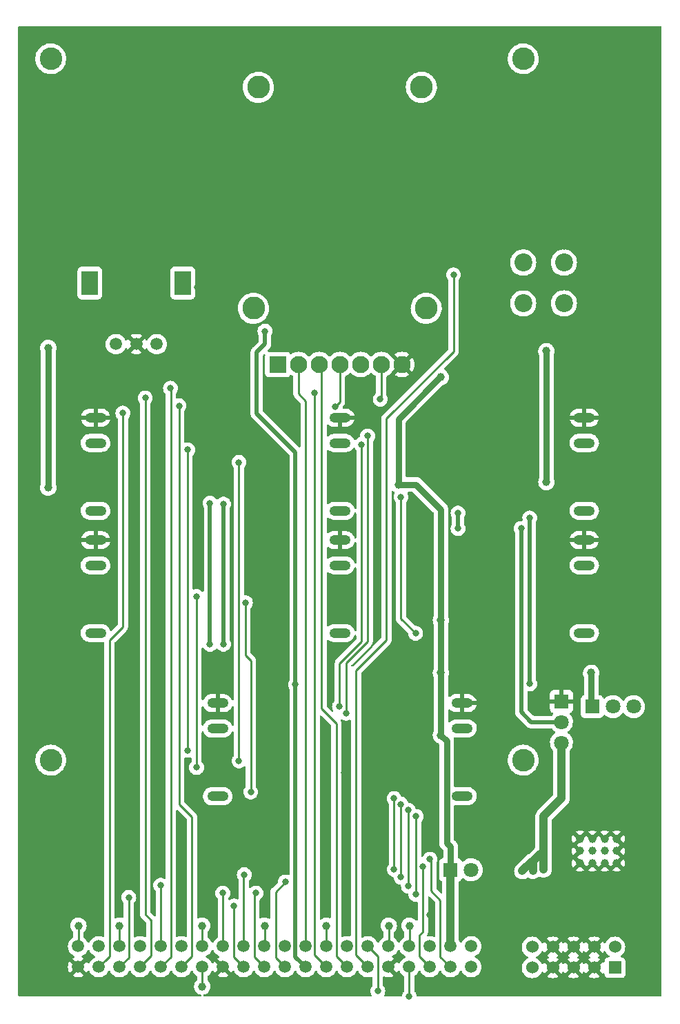
<source format=gbl>
%TF.GenerationSoftware,KiCad,Pcbnew,6.0.10-86aedd382b~118~ubuntu22.04.1*%
%TF.CreationDate,2023-01-11T08:47:54-08:00*%
%TF.ProjectId,shield,73686965-6c64-42e6-9b69-6361645f7063,rev?*%
%TF.SameCoordinates,Original*%
%TF.FileFunction,Copper,L2,Bot*%
%TF.FilePolarity,Positive*%
%FSLAX46Y46*%
G04 Gerber Fmt 4.6, Leading zero omitted, Abs format (unit mm)*
G04 Created by KiCad (PCBNEW 6.0.10-86aedd382b~118~ubuntu22.04.1) date 2023-01-11 08:47:54*
%MOMM*%
%LPD*%
G01*
G04 APERTURE LIST*
%TA.AperFunction,WasherPad*%
%ADD10C,2.760000*%
%TD*%
%TA.AperFunction,ComponentPad*%
%ADD11O,2.600000X1.200000*%
%TD*%
%TA.AperFunction,ComponentPad*%
%ADD12R,1.800000X1.800000*%
%TD*%
%TA.AperFunction,ComponentPad*%
%ADD13C,1.800000*%
%TD*%
%TA.AperFunction,WasherPad*%
%ADD14C,2.800000*%
%TD*%
%TA.AperFunction,ComponentPad*%
%ADD15R,2.100000X2.100000*%
%TD*%
%TA.AperFunction,ComponentPad*%
%ADD16C,2.100000*%
%TD*%
%TA.AperFunction,ComponentPad*%
%ADD17C,1.000000*%
%TD*%
%TA.AperFunction,ComponentPad*%
%ADD18R,2.000000X3.000000*%
%TD*%
%TA.AperFunction,ComponentPad*%
%ADD19C,1.500000*%
%TD*%
%TA.AperFunction,ComponentPad*%
%ADD20C,2.200000*%
%TD*%
%TA.AperFunction,ComponentPad*%
%ADD21R,1.524000X1.524000*%
%TD*%
%TA.AperFunction,ComponentPad*%
%ADD22C,1.524000*%
%TD*%
%TA.AperFunction,ViaPad*%
%ADD23C,0.800000*%
%TD*%
%TA.AperFunction,ViaPad*%
%ADD24C,1.000000*%
%TD*%
%TA.AperFunction,Conductor*%
%ADD25C,0.250000*%
%TD*%
%TA.AperFunction,Conductor*%
%ADD26C,0.500000*%
%TD*%
%TA.AperFunction,Conductor*%
%ADD27C,1.000000*%
%TD*%
%TA.AperFunction,Conductor*%
%ADD28C,0.800000*%
%TD*%
G04 APERTURE END LIST*
D10*
X82500000Y-130500000D03*
X24500000Y-44500000D03*
X24500000Y-130500000D03*
X82500000Y-44500000D03*
D11*
X45000000Y-123520000D03*
X45000000Y-126620000D03*
X45000000Y-134920000D03*
D12*
X87200000Y-123290000D03*
D13*
X87200000Y-125830000D03*
X87200000Y-128370000D03*
D14*
X49400000Y-75100000D03*
X70600000Y-75100000D03*
X70000000Y-48000000D03*
X50000000Y-48000000D03*
D15*
X52380000Y-82000000D03*
D16*
X54920000Y-82000000D03*
X57460000Y-82000000D03*
X60000000Y-82000000D03*
X62540000Y-82000000D03*
X65080000Y-82000000D03*
X67620000Y-82000000D03*
D12*
X90960000Y-123950000D03*
D13*
X93500000Y-123950000D03*
X96040000Y-123950000D03*
D11*
X60000000Y-88520000D03*
X60000000Y-91620000D03*
X60000000Y-99920000D03*
X60000000Y-103520000D03*
X60000000Y-106620000D03*
X60000000Y-114920000D03*
D17*
X92490000Y-143150000D03*
X89490000Y-143150000D03*
X90990000Y-140150000D03*
X92490000Y-140150000D03*
X90990000Y-143150000D03*
X89490000Y-141650000D03*
X93990000Y-140150000D03*
X93990000Y-143150000D03*
X93990000Y-141650000D03*
X92490000Y-141650000D03*
X90990000Y-141650000D03*
X89490000Y-140150000D03*
D11*
X90000000Y-88520000D03*
X90000000Y-91620000D03*
X90000000Y-99920000D03*
D12*
X73580000Y-143950000D03*
D13*
X76120000Y-143950000D03*
D11*
X30000000Y-88520000D03*
X30000000Y-91620000D03*
X30000000Y-99920000D03*
X75000000Y-123520000D03*
X75000000Y-126620000D03*
X75000000Y-134920000D03*
X30000000Y-103520000D03*
X30000000Y-106620000D03*
X30000000Y-114920000D03*
D18*
X40700000Y-72000000D03*
X29300000Y-72000000D03*
D19*
X32500000Y-79500000D03*
X35000000Y-79500000D03*
X37500000Y-79500000D03*
D20*
X82500000Y-69500000D03*
X87500000Y-69500000D03*
X82500000Y-74500000D03*
X87500000Y-74500000D03*
D11*
X90000000Y-103520000D03*
X90000000Y-106620000D03*
X90000000Y-114920000D03*
D17*
X43100000Y-158250000D03*
X43100000Y-150800000D03*
X58350000Y-150800000D03*
D21*
X93760000Y-155960000D03*
D22*
X93760000Y-153420000D03*
X91220000Y-155960000D03*
X91220000Y-153420000D03*
X88680000Y-155960000D03*
X88680000Y-153420000D03*
X86140000Y-155960000D03*
X86140000Y-153420000D03*
X83600000Y-155960000D03*
X83600000Y-153420000D03*
D17*
X66000000Y-150800000D03*
D19*
X76130000Y-155875000D03*
X76130000Y-153335000D03*
X73590000Y-155875000D03*
X73590000Y-153335000D03*
X71050000Y-155875000D03*
X71050000Y-153335000D03*
X68510000Y-155875000D03*
X68510000Y-153335000D03*
X65970000Y-155875000D03*
X65970000Y-153335000D03*
X63430000Y-155875000D03*
X63430000Y-153335000D03*
X60890000Y-155875000D03*
X60890000Y-153335000D03*
X58350000Y-155875000D03*
X58350000Y-153335000D03*
X55810000Y-155875000D03*
X55810000Y-153335000D03*
X53270000Y-155875000D03*
X53270000Y-153335000D03*
X50730000Y-155875000D03*
X50730000Y-153335000D03*
X48190000Y-155875000D03*
X48190000Y-153335000D03*
X45650000Y-155875000D03*
X45650000Y-153335000D03*
X43110000Y-155875000D03*
X43110000Y-153335000D03*
X40570000Y-155875000D03*
X40570000Y-153335000D03*
X38030000Y-155875000D03*
X38030000Y-153335000D03*
X35490000Y-155875000D03*
X35490000Y-153335000D03*
X32950000Y-155875000D03*
X32950000Y-153335000D03*
X30410000Y-155875000D03*
X30410000Y-153335000D03*
X27870000Y-155875000D03*
X27870000Y-153335000D03*
D17*
X68550000Y-150800000D03*
X32950000Y-150800000D03*
X27900000Y-150800000D03*
X50750000Y-150800000D03*
D23*
X29500000Y-136000000D03*
X82500000Y-135000000D03*
X38000000Y-125500000D03*
X52000000Y-126000000D03*
X30000000Y-110500000D03*
X30500000Y-94500000D03*
X90500000Y-95000000D03*
X97000000Y-93500000D03*
X46000000Y-90000000D03*
X51000000Y-104500000D03*
X51500000Y-118500000D03*
X45500000Y-119000000D03*
X38000000Y-118000000D03*
X38000000Y-104000000D03*
X29000000Y-122000000D03*
X28000000Y-142500000D03*
X31500000Y-158000000D03*
X52500000Y-158000000D03*
X93500000Y-158500000D03*
X80500000Y-158000000D03*
X71000000Y-149500000D03*
X60000000Y-95000000D03*
X60000000Y-110500000D03*
X59000000Y-118500000D03*
X82500000Y-127500000D03*
X79500000Y-123500000D03*
X80500000Y-138000000D03*
X78000000Y-148000000D03*
X89500000Y-148000000D03*
X96500000Y-138500000D03*
X98000000Y-128500000D03*
X92000000Y-128000000D03*
X89500000Y-118000000D03*
X96500000Y-119000000D03*
X96500000Y-110000000D03*
X96500000Y-103000000D03*
X86000000Y-103500000D03*
X89500000Y-110000000D03*
X77500000Y-111000000D03*
X77500000Y-104500000D03*
X70500000Y-104500000D03*
X70500000Y-111500000D03*
X69500000Y-117000000D03*
X65000000Y-122000000D03*
X68000000Y-129500000D03*
X60500000Y-132000000D03*
X63500000Y-141500000D03*
X58000000Y-141500000D03*
X46000000Y-141500000D03*
X40500000Y-141500000D03*
X37500000Y-142000000D03*
X34000000Y-142000000D03*
X23000000Y-157000000D03*
X23000000Y-151500000D03*
X25000000Y-140500000D03*
X22000000Y-129500000D03*
X22000000Y-122000000D03*
X22000000Y-115000000D03*
X22000000Y-108000000D03*
X22000000Y-100500000D03*
X22000000Y-92500000D03*
X22000000Y-82500000D03*
X27500000Y-86000000D03*
X35500000Y-82500000D03*
X45500000Y-85000000D03*
X52500000Y-85500000D03*
X53000000Y-89500000D03*
X64000000Y-88500000D03*
X67000000Y-85000000D03*
X83000000Y-89000000D03*
X75500000Y-89000000D03*
X79000000Y-86500000D03*
X75000000Y-82500000D03*
X82500000Y-82500000D03*
X87500000Y-77500000D03*
X92500000Y-82500000D03*
X97500000Y-77500000D03*
X92500000Y-72500000D03*
X82500000Y-72500000D03*
X72500000Y-72500000D03*
X62500000Y-72500000D03*
X52500000Y-72500000D03*
X42500000Y-72500000D03*
X32500000Y-72500000D03*
X22500000Y-72500000D03*
X27500000Y-67500000D03*
X37500000Y-67500000D03*
X47500000Y-67500000D03*
X57500000Y-67500000D03*
X67500000Y-67500000D03*
X77500000Y-67500000D03*
X87500000Y-67500000D03*
X97500000Y-67500000D03*
X92500000Y-62500000D03*
X82500000Y-62500000D03*
X72500000Y-62500000D03*
X62500000Y-62500000D03*
X52500000Y-62500000D03*
X42500000Y-62500000D03*
X32500000Y-62500000D03*
X22500000Y-62500000D03*
X27500000Y-57500000D03*
X37500000Y-57500000D03*
X47500000Y-57500000D03*
X57500000Y-57500000D03*
X67500000Y-57500000D03*
X77500000Y-57500000D03*
X87500000Y-57500000D03*
X97500000Y-57500000D03*
X92500000Y-52500000D03*
X82500000Y-52500000D03*
X72500000Y-52500000D03*
X62500000Y-52500000D03*
X52500000Y-52500000D03*
X87500000Y-47500000D03*
X92500000Y-42500000D03*
X97500000Y-47500000D03*
X77500000Y-47500000D03*
X57500000Y-47500000D03*
X67500000Y-47500000D03*
X72500000Y-42500000D03*
X52500000Y-42500000D03*
X62500000Y-42500000D03*
X47500000Y-47500000D03*
X27500000Y-47500000D03*
X37500000Y-47500000D03*
X42500000Y-52500000D03*
X22500000Y-52500000D03*
X32500000Y-52500000D03*
X42500000Y-42500000D03*
X32500000Y-42500000D03*
X22500000Y-42500000D03*
X54550000Y-121240000D03*
X71050000Y-142650000D03*
X70180000Y-143530000D03*
X37990000Y-145835500D03*
X45620000Y-146810000D03*
X34080000Y-147330000D03*
X64650000Y-158805500D03*
X68510000Y-159470000D03*
X41300000Y-129300000D03*
X42400000Y-131400000D03*
X47600000Y-130600000D03*
X49050000Y-134400000D03*
D24*
X72400000Y-127450000D03*
X82400000Y-144100000D03*
X83700000Y-144050000D03*
X85000000Y-143900000D03*
D23*
X39200000Y-84900000D03*
X36100000Y-86100000D03*
X50800000Y-77900000D03*
D24*
X24200000Y-79950000D03*
X85350000Y-96400000D03*
X72400000Y-113350000D03*
X72400000Y-119800000D03*
X67185000Y-96715000D03*
X85350000Y-80350000D03*
X72400000Y-83550000D03*
X90850000Y-119800000D03*
X24200000Y-97100000D03*
D23*
X73950000Y-71000000D03*
X56900000Y-85450000D03*
X53300000Y-145450000D03*
X67500000Y-144850000D03*
X67500000Y-135900000D03*
X49700000Y-146800000D03*
X68400000Y-136650000D03*
X68400000Y-145950000D03*
X47000000Y-148400000D03*
X69350000Y-137400000D03*
X69300000Y-146950000D03*
X66650000Y-143900000D03*
X48250000Y-144550000D03*
X66650000Y-135200000D03*
X64950000Y-86250000D03*
X40250000Y-87050000D03*
X33350000Y-87950000D03*
X59450000Y-87150000D03*
X67500000Y-98250000D03*
X69300000Y-114950000D03*
X62650000Y-91800000D03*
X59950000Y-123900000D03*
X63400000Y-90750000D03*
X60750000Y-124750000D03*
X41300000Y-92450000D03*
X47600000Y-94000000D03*
X42400000Y-110430500D03*
X48400000Y-111200000D03*
X83300000Y-100800000D03*
X45700000Y-99100000D03*
X45700000Y-116300000D03*
X83300000Y-121150000D03*
X44050000Y-99000000D03*
X82250000Y-102100000D03*
X74500000Y-100200000D03*
X74500000Y-102100000D03*
X44050000Y-116300000D03*
D25*
X70180000Y-143530000D02*
X70180000Y-151560000D01*
X70180000Y-151560000D02*
X69780000Y-151960000D01*
X69780000Y-151960000D02*
X69780000Y-154605000D01*
X69780000Y-154605000D02*
X71050000Y-155875000D01*
X71200000Y-142800000D02*
X71200000Y-145730000D01*
X73590000Y-155875000D02*
X72330000Y-154615000D01*
X72330000Y-154615000D02*
X72330000Y-147670000D01*
X72330000Y-147670000D02*
X71200000Y-146540000D01*
X71200000Y-146540000D02*
X71200000Y-145730000D01*
D26*
X54550000Y-92750000D02*
X54550000Y-121240000D01*
X54550000Y-121240000D02*
X54550000Y-154615000D01*
D27*
X85000000Y-142000000D02*
X85000000Y-137400000D01*
X85000000Y-137400000D02*
X87200000Y-135200000D01*
X87200000Y-135200000D02*
X87200000Y-128370000D01*
D26*
X82250000Y-102100000D02*
X82250000Y-124610000D01*
X82250000Y-124610000D02*
X83470000Y-125830000D01*
X83470000Y-125830000D02*
X87200000Y-125830000D01*
D25*
X71050000Y-142650000D02*
X71200000Y-142800000D01*
X37990000Y-145835500D02*
X38030000Y-145875500D01*
X38030000Y-145875500D02*
X38030000Y-153335000D01*
X45650000Y-146840000D02*
X45650000Y-153335000D01*
X45620000Y-146810000D02*
X45650000Y-146840000D01*
X34080000Y-147330000D02*
X34080000Y-154745000D01*
X34080000Y-154745000D02*
X32950000Y-155875000D01*
X64650000Y-158805500D02*
X64650000Y-154555000D01*
X64650000Y-154555000D02*
X63430000Y-153335000D01*
X68510000Y-159470000D02*
X68510000Y-155875000D01*
X40250000Y-135900000D02*
X41850000Y-137500000D01*
X40250000Y-135900000D02*
X40250000Y-87050000D01*
X39250000Y-154655000D02*
X39250000Y-84950000D01*
X41300000Y-129300000D02*
X41300000Y-92450000D01*
X42400000Y-131400000D02*
X42400000Y-110430500D01*
X47600000Y-130600000D02*
X47600000Y-94000000D01*
X49050000Y-134400000D02*
X49050000Y-118300000D01*
D28*
X72400000Y-127450000D02*
X72400000Y-119800000D01*
X73100000Y-128150000D02*
X72400000Y-127450000D01*
X73100000Y-140650000D02*
X73100000Y-128150000D01*
X73580000Y-143950000D02*
X73580000Y-141130000D01*
X73580000Y-141130000D02*
X73200000Y-140750000D01*
X73200000Y-140750000D02*
X73100000Y-140650000D01*
D25*
X38030000Y-155875000D02*
X39250000Y-154655000D01*
X41850000Y-154595000D02*
X41850000Y-137500000D01*
X40570000Y-155875000D02*
X41850000Y-154595000D01*
X48400000Y-117650000D02*
X49050000Y-118300000D01*
X48400000Y-117650000D02*
X48400000Y-111200000D01*
D26*
X49800000Y-88000000D02*
X54550000Y-92750000D01*
X49800000Y-88000000D02*
X49800000Y-80500000D01*
X49800000Y-80500000D02*
X50800000Y-79500000D01*
D25*
X65700000Y-88650000D02*
X73950000Y-80400000D01*
X65700000Y-115800000D02*
X65700000Y-88650000D01*
X61965000Y-119535000D02*
X65700000Y-115800000D01*
X31700000Y-154600000D02*
X31700000Y-115800000D01*
X31700000Y-115800000D02*
X33350000Y-114150000D01*
X59950000Y-118650000D02*
X62650000Y-115950000D01*
X62650000Y-115950000D02*
X62650000Y-91800000D01*
X60750000Y-118600000D02*
X63400000Y-115950000D01*
X39250000Y-84950000D02*
X39200000Y-84900000D01*
D27*
X84600000Y-142000000D02*
X85000000Y-142000000D01*
X83550000Y-142950000D02*
X83650000Y-142950000D01*
X85000000Y-142000000D02*
X85000000Y-143850000D01*
X82400000Y-144100000D02*
X83550000Y-142950000D01*
X85000000Y-143850000D02*
X85000000Y-143900000D01*
X83700000Y-143000000D02*
X83650000Y-142950000D01*
X83650000Y-142950000D02*
X84600000Y-142000000D01*
X83700000Y-144050000D02*
X83700000Y-143000000D01*
D25*
X36850000Y-154515000D02*
X35490000Y-155875000D01*
X36850000Y-150150000D02*
X36850000Y-154515000D01*
X36100000Y-86100000D02*
X36100000Y-149400000D01*
X36100000Y-149400000D02*
X36850000Y-150150000D01*
D26*
X50800000Y-79500000D02*
X50800000Y-77900000D01*
X54550000Y-154615000D02*
X55810000Y-155875000D01*
D28*
X72400000Y-113350000D02*
X72400000Y-119800000D01*
X85350000Y-80350000D02*
X85350000Y-96400000D01*
X90850000Y-123840000D02*
X90960000Y-123950000D01*
X67185000Y-88665000D02*
X72300000Y-83550000D01*
X24200000Y-97100000D02*
X24200000Y-79950000D01*
X67185000Y-96715000D02*
X67185000Y-88665000D01*
D27*
X73590000Y-143960000D02*
X73580000Y-143950000D01*
D28*
X67185000Y-96715000D02*
X69365000Y-96715000D01*
X69365000Y-96715000D02*
X72400000Y-99750000D01*
X90850000Y-119800000D02*
X90850000Y-123840000D01*
D27*
X73590000Y-153335000D02*
X73590000Y-143960000D01*
D28*
X72400000Y-99750000D02*
X72400000Y-113350000D01*
X72300000Y-83550000D02*
X72400000Y-83550000D01*
D25*
X61965000Y-154410000D02*
X61965000Y-119535000D01*
X63430000Y-155875000D02*
X61965000Y-154410000D01*
X73950000Y-80400000D02*
X73950000Y-71000000D01*
X59550000Y-154535000D02*
X59550000Y-126000000D01*
X59550000Y-126000000D02*
X57750000Y-124200000D01*
X57750000Y-82290000D02*
X57460000Y-82000000D01*
X60890000Y-155875000D02*
X59550000Y-154535000D01*
X57750000Y-124200000D02*
X57750000Y-82290000D01*
X56885000Y-85465000D02*
X56900000Y-85450000D01*
X58350000Y-155875000D02*
X56885000Y-154410000D01*
X56885000Y-154410000D02*
X56885000Y-85465000D01*
X55810000Y-86460000D02*
X54920000Y-85570000D01*
X54920000Y-85570000D02*
X54920000Y-82000000D01*
X55810000Y-153335000D02*
X55810000Y-86460000D01*
X67500000Y-135900000D02*
X67500000Y-144850000D01*
X53300000Y-145450000D02*
X52100000Y-146650000D01*
X52100000Y-154705000D02*
X53270000Y-155875000D01*
X52100000Y-146650000D02*
X52100000Y-154705000D01*
X68400000Y-136650000D02*
X68400000Y-145950000D01*
X50730000Y-155875000D02*
X49500000Y-154645000D01*
X49500000Y-147000000D02*
X49700000Y-146800000D01*
X49500000Y-154645000D02*
X49500000Y-147000000D01*
X69350000Y-137400000D02*
X69350000Y-146900000D01*
X47000000Y-148400000D02*
X47000000Y-154685000D01*
X69350000Y-146900000D02*
X69300000Y-146950000D01*
X47000000Y-154685000D02*
X48190000Y-155875000D01*
X48250000Y-144550000D02*
X48190000Y-144610000D01*
X66650000Y-135200000D02*
X66650000Y-143900000D01*
X48190000Y-144610000D02*
X48190000Y-153335000D01*
X64950000Y-86250000D02*
X65080000Y-86120000D01*
X65080000Y-86120000D02*
X65080000Y-82000000D01*
X30410000Y-155875000D02*
X31335000Y-154950000D01*
X33350000Y-114150000D02*
X33350000Y-87950000D01*
X31350000Y-154950000D02*
X31700000Y-154600000D01*
X59450000Y-87150000D02*
X60000000Y-86600000D01*
X60000000Y-86600000D02*
X60000000Y-82000000D01*
X31335000Y-154950000D02*
X31350000Y-154950000D01*
X69300000Y-114950000D02*
X67500000Y-113150000D01*
X67500000Y-113150000D02*
X67500000Y-98250000D01*
X59950000Y-123900000D02*
X59950000Y-118650000D01*
X63400000Y-115950000D02*
X63400000Y-90750000D01*
X60750000Y-124750000D02*
X60750000Y-118600000D01*
X68550000Y-153295000D02*
X68510000Y-153335000D01*
X68550000Y-150800000D02*
X68550000Y-153295000D01*
X66000000Y-153305000D02*
X65970000Y-153335000D01*
X66000000Y-150800000D02*
X66000000Y-153305000D01*
X58350000Y-150800000D02*
X58350000Y-153335000D01*
X50750000Y-153315000D02*
X50730000Y-153335000D01*
X50750000Y-150800000D02*
X50750000Y-153315000D01*
X43100000Y-158250000D02*
X43100000Y-155885000D01*
X43100000Y-155885000D02*
X43110000Y-155875000D01*
X43100000Y-153325000D02*
X43110000Y-153335000D01*
X43100000Y-150800000D02*
X43100000Y-153325000D01*
X32950000Y-150800000D02*
X32950000Y-153335000D01*
X27900000Y-153305000D02*
X27870000Y-153335000D01*
X27900000Y-150800000D02*
X27900000Y-153305000D01*
D26*
X45700000Y-116300000D02*
X45700000Y-99100000D01*
X83300000Y-121150000D02*
X83300000Y-100800000D01*
X74500000Y-100200000D02*
X74500000Y-102100000D01*
X44050000Y-99000000D02*
X44050000Y-116300000D01*
%TA.AperFunction,Conductor*%
G36*
X67308959Y-153782027D02*
G01*
X67354195Y-153834231D01*
X67413618Y-153961666D01*
X67413621Y-153961671D01*
X67415944Y-153966653D01*
X67419100Y-153971160D01*
X67419101Y-153971162D01*
X67519274Y-154114223D01*
X67542251Y-154147038D01*
X67697962Y-154302749D01*
X67702471Y-154305906D01*
X67702473Y-154305908D01*
X67765313Y-154349909D01*
X67878346Y-154429056D01*
X67883328Y-154431379D01*
X67883333Y-154431382D01*
X68010768Y-154490805D01*
X68064053Y-154537722D01*
X68083514Y-154605999D01*
X68062972Y-154673959D01*
X68010768Y-154719195D01*
X67883334Y-154778618D01*
X67883329Y-154778621D01*
X67878347Y-154780944D01*
X67873840Y-154784100D01*
X67873838Y-154784101D01*
X67702473Y-154904092D01*
X67702470Y-154904094D01*
X67697962Y-154907251D01*
X67542251Y-155062962D01*
X67539094Y-155067470D01*
X67539092Y-155067473D01*
X67447214Y-155198689D01*
X67415944Y-155243347D01*
X67413621Y-155248329D01*
X67413618Y-155248334D01*
X67353919Y-155376360D01*
X67307002Y-155429645D01*
X67238724Y-155449106D01*
X67170764Y-155428564D01*
X67125529Y-155376360D01*
X67065946Y-155248583D01*
X67060466Y-155239093D01*
X67031589Y-155197851D01*
X67021113Y-155189477D01*
X67007666Y-155196545D01*
X66342021Y-155862189D01*
X66334408Y-155876132D01*
X66334539Y-155877966D01*
X66338790Y-155884580D01*
X67008391Y-156554180D01*
X67020161Y-156560607D01*
X67032176Y-156551311D01*
X67060466Y-156510907D01*
X67065946Y-156501417D01*
X67125529Y-156373640D01*
X67172446Y-156320355D01*
X67240724Y-156300894D01*
X67308684Y-156321436D01*
X67353919Y-156373640D01*
X67413618Y-156501666D01*
X67413621Y-156501671D01*
X67415944Y-156506653D01*
X67419100Y-156511160D01*
X67419101Y-156511162D01*
X67519274Y-156654223D01*
X67542251Y-156687038D01*
X67697962Y-156842749D01*
X67702470Y-156845906D01*
X67702473Y-156845908D01*
X67755866Y-156883294D01*
X67822772Y-156930142D01*
X67867099Y-156985598D01*
X67876500Y-157033354D01*
X67876500Y-158767476D01*
X67856498Y-158835597D01*
X67844142Y-158851779D01*
X67770960Y-158933056D01*
X67731325Y-159001706D01*
X67683154Y-159085141D01*
X67675473Y-159098444D01*
X67616458Y-159280072D01*
X67615769Y-159286631D01*
X67615768Y-159286634D01*
X67606095Y-159378671D01*
X67579082Y-159444327D01*
X67520860Y-159484957D01*
X67480785Y-159491500D01*
X65521221Y-159491500D01*
X65453100Y-159471498D01*
X65406607Y-159417842D01*
X65396503Y-159347568D01*
X65412102Y-159302500D01*
X65481223Y-159182779D01*
X65481224Y-159182778D01*
X65484527Y-159177056D01*
X65543542Y-158995428D01*
X65550098Y-158933056D01*
X65562814Y-158812065D01*
X65563504Y-158805500D01*
X65548441Y-158662179D01*
X65544232Y-158622135D01*
X65544232Y-158622133D01*
X65543542Y-158615572D01*
X65484527Y-158433944D01*
X65480399Y-158426793D01*
X65392341Y-158274274D01*
X65389040Y-158268556D01*
X65315863Y-158187285D01*
X65285147Y-158123279D01*
X65283500Y-158102976D01*
X65283500Y-157140710D01*
X65303502Y-157072589D01*
X65357158Y-157026096D01*
X65427432Y-157015992D01*
X65462750Y-157026515D01*
X65533113Y-157059326D01*
X65543405Y-157063072D01*
X65745401Y-157117196D01*
X65756196Y-157119099D01*
X65964525Y-157137326D01*
X65975475Y-157137326D01*
X66183804Y-157119099D01*
X66194599Y-157117196D01*
X66396595Y-157063072D01*
X66406887Y-157059326D01*
X66596416Y-156970947D01*
X66605912Y-156965464D01*
X66647148Y-156936590D01*
X66655523Y-156926113D01*
X66648455Y-156912667D01*
X65699884Y-155964095D01*
X65665859Y-155901783D01*
X65670924Y-155830967D01*
X65699885Y-155785905D01*
X65970000Y-155515790D01*
X66649176Y-154836613D01*
X66655606Y-154824838D01*
X66646310Y-154812824D01*
X66605912Y-154784536D01*
X66596416Y-154779053D01*
X66468641Y-154719471D01*
X66415356Y-154672554D01*
X66395895Y-154604276D01*
X66416437Y-154536316D01*
X66468641Y-154491081D01*
X66596667Y-154431382D01*
X66596672Y-154431379D01*
X66601654Y-154429056D01*
X66714687Y-154349909D01*
X66777527Y-154305908D01*
X66777529Y-154305906D01*
X66782038Y-154302749D01*
X66937749Y-154147038D01*
X66960727Y-154114223D01*
X67060899Y-153971162D01*
X67060900Y-153971160D01*
X67064056Y-153966653D01*
X67066379Y-153961671D01*
X67066382Y-153961666D01*
X67125805Y-153834231D01*
X67172722Y-153780946D01*
X67240999Y-153761485D01*
X67308959Y-153782027D01*
G37*
%TD.AperFunction*%
%TA.AperFunction,Conductor*%
G36*
X44448959Y-153782027D02*
G01*
X44494195Y-153834231D01*
X44553618Y-153961666D01*
X44553621Y-153961671D01*
X44555944Y-153966653D01*
X44559100Y-153971160D01*
X44559101Y-153971162D01*
X44659274Y-154114223D01*
X44682251Y-154147038D01*
X44837962Y-154302749D01*
X44842471Y-154305906D01*
X44842473Y-154305908D01*
X44905313Y-154349909D01*
X45018346Y-154429056D01*
X45023328Y-154431379D01*
X45023333Y-154431382D01*
X45151359Y-154491081D01*
X45204644Y-154537998D01*
X45224105Y-154606276D01*
X45203563Y-154674236D01*
X45151359Y-154719471D01*
X45023583Y-154779054D01*
X45014093Y-154784534D01*
X44972851Y-154813411D01*
X44964477Y-154823887D01*
X44971545Y-154837334D01*
X45650000Y-155515790D01*
X46688388Y-156554177D01*
X46700162Y-156560606D01*
X46712176Y-156551310D01*
X46740466Y-156510907D01*
X46745946Y-156501417D01*
X46805529Y-156373640D01*
X46852446Y-156320355D01*
X46920724Y-156300894D01*
X46988684Y-156321436D01*
X47033919Y-156373640D01*
X47093618Y-156501666D01*
X47093621Y-156501671D01*
X47095944Y-156506653D01*
X47099100Y-156511160D01*
X47099101Y-156511162D01*
X47199274Y-156654223D01*
X47222251Y-156687038D01*
X47377962Y-156842749D01*
X47558346Y-156969056D01*
X47757924Y-157062120D01*
X47970629Y-157119115D01*
X48190000Y-157138307D01*
X48409371Y-157119115D01*
X48622076Y-157062120D01*
X48821654Y-156969056D01*
X49002038Y-156842749D01*
X49157749Y-156687038D01*
X49180727Y-156654223D01*
X49280899Y-156511162D01*
X49280900Y-156511160D01*
X49284056Y-156506653D01*
X49286379Y-156501671D01*
X49286382Y-156501666D01*
X49345805Y-156374231D01*
X49392722Y-156320946D01*
X49460999Y-156301485D01*
X49528959Y-156322027D01*
X49574195Y-156374231D01*
X49633618Y-156501666D01*
X49633621Y-156501671D01*
X49635944Y-156506653D01*
X49639100Y-156511160D01*
X49639101Y-156511162D01*
X49739274Y-156654223D01*
X49762251Y-156687038D01*
X49917962Y-156842749D01*
X50098346Y-156969056D01*
X50297924Y-157062120D01*
X50510629Y-157119115D01*
X50730000Y-157138307D01*
X50949371Y-157119115D01*
X51162076Y-157062120D01*
X51361654Y-156969056D01*
X51542038Y-156842749D01*
X51697749Y-156687038D01*
X51720727Y-156654223D01*
X51820899Y-156511162D01*
X51820900Y-156511160D01*
X51824056Y-156506653D01*
X51826379Y-156501671D01*
X51826382Y-156501666D01*
X51885805Y-156374231D01*
X51932722Y-156320946D01*
X52000999Y-156301485D01*
X52068959Y-156322027D01*
X52114195Y-156374231D01*
X52173618Y-156501666D01*
X52173621Y-156501671D01*
X52175944Y-156506653D01*
X52179100Y-156511160D01*
X52179101Y-156511162D01*
X52279274Y-156654223D01*
X52302251Y-156687038D01*
X52457962Y-156842749D01*
X52638346Y-156969056D01*
X52837924Y-157062120D01*
X53050629Y-157119115D01*
X53270000Y-157138307D01*
X53489371Y-157119115D01*
X53702076Y-157062120D01*
X53901654Y-156969056D01*
X54082038Y-156842749D01*
X54237749Y-156687038D01*
X54260727Y-156654223D01*
X54360899Y-156511162D01*
X54360900Y-156511160D01*
X54364056Y-156506653D01*
X54366379Y-156501671D01*
X54366382Y-156501666D01*
X54425805Y-156374231D01*
X54472722Y-156320946D01*
X54540999Y-156301485D01*
X54608959Y-156322027D01*
X54654195Y-156374231D01*
X54713618Y-156501666D01*
X54713621Y-156501671D01*
X54715944Y-156506653D01*
X54719100Y-156511160D01*
X54719101Y-156511162D01*
X54819274Y-156654223D01*
X54842251Y-156687038D01*
X54997962Y-156842749D01*
X55178346Y-156969056D01*
X55377924Y-157062120D01*
X55590629Y-157119115D01*
X55810000Y-157138307D01*
X56029371Y-157119115D01*
X56242076Y-157062120D01*
X56441654Y-156969056D01*
X56622038Y-156842749D01*
X56777749Y-156687038D01*
X56800727Y-156654223D01*
X56900899Y-156511162D01*
X56900900Y-156511160D01*
X56904056Y-156506653D01*
X56906379Y-156501671D01*
X56906382Y-156501666D01*
X56965805Y-156374231D01*
X57012722Y-156320946D01*
X57080999Y-156301485D01*
X57148959Y-156322027D01*
X57194195Y-156374231D01*
X57253618Y-156501666D01*
X57253621Y-156501671D01*
X57255944Y-156506653D01*
X57259100Y-156511160D01*
X57259101Y-156511162D01*
X57359274Y-156654223D01*
X57382251Y-156687038D01*
X57537962Y-156842749D01*
X57718346Y-156969056D01*
X57917924Y-157062120D01*
X58130629Y-157119115D01*
X58350000Y-157138307D01*
X58569371Y-157119115D01*
X58782076Y-157062120D01*
X58981654Y-156969056D01*
X59162038Y-156842749D01*
X59317749Y-156687038D01*
X59340727Y-156654223D01*
X59440899Y-156511162D01*
X59440900Y-156511160D01*
X59444056Y-156506653D01*
X59446379Y-156501671D01*
X59446382Y-156501666D01*
X59505805Y-156374231D01*
X59552722Y-156320946D01*
X59620999Y-156301485D01*
X59688959Y-156322027D01*
X59734195Y-156374231D01*
X59793618Y-156501666D01*
X59793621Y-156501671D01*
X59795944Y-156506653D01*
X59799100Y-156511160D01*
X59799101Y-156511162D01*
X59899274Y-156654223D01*
X59922251Y-156687038D01*
X60077962Y-156842749D01*
X60258346Y-156969056D01*
X60457924Y-157062120D01*
X60670629Y-157119115D01*
X60890000Y-157138307D01*
X61109371Y-157119115D01*
X61322076Y-157062120D01*
X61521654Y-156969056D01*
X61702038Y-156842749D01*
X61857749Y-156687038D01*
X61880727Y-156654223D01*
X61980899Y-156511162D01*
X61980900Y-156511160D01*
X61984056Y-156506653D01*
X61986379Y-156501671D01*
X61986382Y-156501666D01*
X62045805Y-156374231D01*
X62092722Y-156320946D01*
X62160999Y-156301485D01*
X62228959Y-156322027D01*
X62274195Y-156374231D01*
X62333618Y-156501666D01*
X62333621Y-156501671D01*
X62335944Y-156506653D01*
X62339100Y-156511160D01*
X62339101Y-156511162D01*
X62439274Y-156654223D01*
X62462251Y-156687038D01*
X62617962Y-156842749D01*
X62798346Y-156969056D01*
X62997924Y-157062120D01*
X63210629Y-157119115D01*
X63430000Y-157138307D01*
X63649371Y-157119115D01*
X63857889Y-157063242D01*
X63928865Y-157064932D01*
X63987661Y-157104726D01*
X64015609Y-157169990D01*
X64016500Y-157184949D01*
X64016500Y-158102976D01*
X63996498Y-158171097D01*
X63984142Y-158187279D01*
X63910960Y-158268556D01*
X63907659Y-158274274D01*
X63819602Y-158426793D01*
X63815473Y-158433944D01*
X63756458Y-158615572D01*
X63755768Y-158622133D01*
X63755768Y-158622135D01*
X63751559Y-158662179D01*
X63736496Y-158805500D01*
X63737186Y-158812065D01*
X63749903Y-158933056D01*
X63756458Y-158995428D01*
X63815473Y-159177056D01*
X63818776Y-159182778D01*
X63818777Y-159182779D01*
X63887898Y-159302500D01*
X63904636Y-159371495D01*
X63881416Y-159438587D01*
X63825608Y-159482474D01*
X63778779Y-159491500D01*
X43323617Y-159491500D01*
X43255496Y-159471498D01*
X43209003Y-159417842D01*
X43198899Y-159347568D01*
X43228393Y-159282988D01*
X43289733Y-159244142D01*
X43321799Y-159235189D01*
X43466463Y-159194798D01*
X43471967Y-159192018D01*
X43471969Y-159192017D01*
X43637495Y-159108404D01*
X43637497Y-159108403D01*
X43642996Y-159105625D01*
X43798847Y-158983861D01*
X43928078Y-158834145D01*
X44025769Y-158662179D01*
X44088197Y-158474513D01*
X44112985Y-158278295D01*
X44113380Y-158250000D01*
X44094080Y-158053167D01*
X44036916Y-157863831D01*
X43944066Y-157689204D01*
X43873709Y-157602938D01*
X43822960Y-157540713D01*
X43822957Y-157540710D01*
X43819065Y-157535938D01*
X43812724Y-157530692D01*
X43779184Y-157502945D01*
X43739446Y-157444111D01*
X43733500Y-157405861D01*
X43733500Y-157040357D01*
X43753502Y-156972236D01*
X43787229Y-156937144D01*
X43804342Y-156925161D01*
X44964393Y-156925161D01*
X44973687Y-156937175D01*
X45014088Y-156965464D01*
X45023584Y-156970947D01*
X45213113Y-157059326D01*
X45223405Y-157063072D01*
X45425401Y-157117196D01*
X45436196Y-157119099D01*
X45644525Y-157137326D01*
X45655475Y-157137326D01*
X45863804Y-157119099D01*
X45874599Y-157117196D01*
X46076595Y-157063072D01*
X46086887Y-157059326D01*
X46276416Y-156970947D01*
X46285912Y-156965464D01*
X46327148Y-156936590D01*
X46335523Y-156926112D01*
X46328457Y-156912668D01*
X45662811Y-156247021D01*
X45648868Y-156239408D01*
X45647034Y-156239539D01*
X45640420Y-156243790D01*
X44970820Y-156913391D01*
X44964393Y-156925161D01*
X43804342Y-156925161D01*
X43917527Y-156845908D01*
X43917529Y-156845906D01*
X43922038Y-156842749D01*
X44077749Y-156687038D01*
X44100727Y-156654223D01*
X44200899Y-156511162D01*
X44200900Y-156511160D01*
X44204056Y-156506653D01*
X44206379Y-156501671D01*
X44206382Y-156501666D01*
X44266081Y-156373640D01*
X44312998Y-156320355D01*
X44381276Y-156300894D01*
X44449236Y-156321436D01*
X44494471Y-156373640D01*
X44554054Y-156501417D01*
X44559534Y-156510907D01*
X44588411Y-156552149D01*
X44598887Y-156560523D01*
X44612334Y-156553455D01*
X45277979Y-155887811D01*
X45285592Y-155873868D01*
X45285461Y-155872034D01*
X45281210Y-155865420D01*
X44611609Y-155195820D01*
X44599839Y-155189393D01*
X44587824Y-155198689D01*
X44559534Y-155239093D01*
X44554054Y-155248583D01*
X44494471Y-155376360D01*
X44447554Y-155429645D01*
X44379276Y-155449106D01*
X44311316Y-155428564D01*
X44266081Y-155376360D01*
X44206382Y-155248334D01*
X44206379Y-155248329D01*
X44204056Y-155243347D01*
X44172786Y-155198689D01*
X44080908Y-155067473D01*
X44080906Y-155067470D01*
X44077749Y-155062962D01*
X43922038Y-154907251D01*
X43913430Y-154901223D01*
X43804342Y-154824839D01*
X43741654Y-154780944D01*
X43736672Y-154778621D01*
X43736667Y-154778618D01*
X43609232Y-154719195D01*
X43555947Y-154672278D01*
X43536486Y-154604001D01*
X43557028Y-154536041D01*
X43609232Y-154490805D01*
X43736667Y-154431382D01*
X43736672Y-154431379D01*
X43741654Y-154429056D01*
X43854687Y-154349909D01*
X43917527Y-154305908D01*
X43917529Y-154305906D01*
X43922038Y-154302749D01*
X44077749Y-154147038D01*
X44100727Y-154114223D01*
X44200899Y-153971162D01*
X44200900Y-153971160D01*
X44204056Y-153966653D01*
X44206379Y-153961671D01*
X44206382Y-153961666D01*
X44265805Y-153834231D01*
X44312722Y-153780946D01*
X44380999Y-153761485D01*
X44448959Y-153782027D01*
G37*
%TD.AperFunction*%
%TA.AperFunction,Conductor*%
G36*
X99433621Y-40528502D02*
G01*
X99480114Y-40582158D01*
X99491500Y-40634500D01*
X99491500Y-159365500D01*
X99471498Y-159433621D01*
X99417842Y-159480114D01*
X99365500Y-159491500D01*
X69539215Y-159491500D01*
X69471094Y-159471498D01*
X69424601Y-159417842D01*
X69413905Y-159378671D01*
X69404232Y-159286634D01*
X69404231Y-159286631D01*
X69403542Y-159280072D01*
X69344527Y-159098444D01*
X69336847Y-159085141D01*
X69288675Y-159001706D01*
X69249040Y-158933056D01*
X69175863Y-158851785D01*
X69145147Y-158787779D01*
X69143500Y-158767476D01*
X69143500Y-157033354D01*
X69163502Y-156965233D01*
X69197228Y-156930142D01*
X69264134Y-156883294D01*
X69317527Y-156845908D01*
X69317530Y-156845906D01*
X69322038Y-156842749D01*
X69477749Y-156687038D01*
X69500727Y-156654223D01*
X69600899Y-156511162D01*
X69600900Y-156511160D01*
X69604056Y-156506653D01*
X69606379Y-156501671D01*
X69606382Y-156501666D01*
X69665805Y-156374231D01*
X69712722Y-156320946D01*
X69780999Y-156301485D01*
X69848959Y-156322027D01*
X69894195Y-156374231D01*
X69953618Y-156501666D01*
X69953621Y-156501671D01*
X69955944Y-156506653D01*
X69959100Y-156511160D01*
X69959101Y-156511162D01*
X70059274Y-156654223D01*
X70082251Y-156687038D01*
X70237962Y-156842749D01*
X70418346Y-156969056D01*
X70617924Y-157062120D01*
X70830629Y-157119115D01*
X71050000Y-157138307D01*
X71269371Y-157119115D01*
X71482076Y-157062120D01*
X71681654Y-156969056D01*
X71862038Y-156842749D01*
X72017749Y-156687038D01*
X72040727Y-156654223D01*
X72140899Y-156511162D01*
X72140900Y-156511160D01*
X72144056Y-156506653D01*
X72146379Y-156501671D01*
X72146382Y-156501666D01*
X72205805Y-156374231D01*
X72252722Y-156320946D01*
X72320999Y-156301485D01*
X72388959Y-156322027D01*
X72434195Y-156374231D01*
X72493618Y-156501666D01*
X72493621Y-156501671D01*
X72495944Y-156506653D01*
X72499100Y-156511160D01*
X72499101Y-156511162D01*
X72599274Y-156654223D01*
X72622251Y-156687038D01*
X72777962Y-156842749D01*
X72958346Y-156969056D01*
X73157924Y-157062120D01*
X73370629Y-157119115D01*
X73590000Y-157138307D01*
X73809371Y-157119115D01*
X74022076Y-157062120D01*
X74221654Y-156969056D01*
X74402038Y-156842749D01*
X74557749Y-156687038D01*
X74580727Y-156654223D01*
X74680899Y-156511162D01*
X74680900Y-156511160D01*
X74684056Y-156506653D01*
X74686379Y-156501671D01*
X74686382Y-156501666D01*
X74745805Y-156374231D01*
X74792722Y-156320946D01*
X74860999Y-156301485D01*
X74928959Y-156322027D01*
X74974195Y-156374231D01*
X75033618Y-156501666D01*
X75033621Y-156501671D01*
X75035944Y-156506653D01*
X75039100Y-156511160D01*
X75039101Y-156511162D01*
X75139274Y-156654223D01*
X75162251Y-156687038D01*
X75317962Y-156842749D01*
X75498346Y-156969056D01*
X75697924Y-157062120D01*
X75910629Y-157119115D01*
X76130000Y-157138307D01*
X76349371Y-157119115D01*
X76562076Y-157062120D01*
X76761654Y-156969056D01*
X76942038Y-156842749D01*
X77097749Y-156687038D01*
X77120727Y-156654223D01*
X77220899Y-156511162D01*
X77220900Y-156511160D01*
X77224056Y-156506653D01*
X77226379Y-156501671D01*
X77226382Y-156501666D01*
X77286081Y-156373640D01*
X77317120Y-156307076D01*
X77374115Y-156094371D01*
X77385871Y-155960000D01*
X82324647Y-155960000D01*
X82344022Y-156181463D01*
X82401560Y-156396196D01*
X82403882Y-156401177D01*
X82403883Y-156401178D01*
X82493186Y-156592689D01*
X82493189Y-156592694D01*
X82495512Y-156597676D01*
X82498668Y-156602183D01*
X82498669Y-156602185D01*
X82618647Y-156773531D01*
X82623023Y-156779781D01*
X82780219Y-156936977D01*
X82784727Y-156940134D01*
X82784730Y-156940136D01*
X82821524Y-156965899D01*
X82962323Y-157064488D01*
X82967305Y-157066811D01*
X82967310Y-157066814D01*
X83157810Y-157155645D01*
X83163804Y-157158440D01*
X83169112Y-157159862D01*
X83169114Y-157159863D01*
X83206909Y-157169990D01*
X83378537Y-157215978D01*
X83600000Y-157235353D01*
X83821463Y-157215978D01*
X83993091Y-157169990D01*
X84030886Y-157159863D01*
X84030888Y-157159862D01*
X84036196Y-157158440D01*
X84042190Y-157155645D01*
X84232690Y-157066814D01*
X84232695Y-157066811D01*
X84237677Y-157064488D01*
X84302959Y-157018777D01*
X85445777Y-157018777D01*
X85455074Y-157030793D01*
X85498069Y-157060898D01*
X85507555Y-157066376D01*
X85698993Y-157155645D01*
X85709285Y-157159391D01*
X85913309Y-157214059D01*
X85924104Y-157215962D01*
X86134525Y-157234372D01*
X86145475Y-157234372D01*
X86355896Y-157215962D01*
X86366691Y-157214059D01*
X86570715Y-157159391D01*
X86581007Y-157155645D01*
X86772445Y-157066376D01*
X86781931Y-157060898D01*
X86825764Y-157030207D01*
X86834139Y-157019729D01*
X86833639Y-157018777D01*
X87985777Y-157018777D01*
X87995074Y-157030793D01*
X88038069Y-157060898D01*
X88047555Y-157066376D01*
X88238993Y-157155645D01*
X88249285Y-157159391D01*
X88453309Y-157214059D01*
X88464104Y-157215962D01*
X88674525Y-157234372D01*
X88685475Y-157234372D01*
X88895896Y-157215962D01*
X88906691Y-157214059D01*
X89110715Y-157159391D01*
X89121007Y-157155645D01*
X89312445Y-157066376D01*
X89321931Y-157060898D01*
X89365764Y-157030207D01*
X89374139Y-157019729D01*
X89373639Y-157018777D01*
X90525777Y-157018777D01*
X90535074Y-157030793D01*
X90578069Y-157060898D01*
X90587555Y-157066376D01*
X90778993Y-157155645D01*
X90789285Y-157159391D01*
X90993309Y-157214059D01*
X91004104Y-157215962D01*
X91214525Y-157234372D01*
X91225475Y-157234372D01*
X91435896Y-157215962D01*
X91446691Y-157214059D01*
X91650715Y-157159391D01*
X91661007Y-157155645D01*
X91852445Y-157066376D01*
X91861931Y-157060898D01*
X91905764Y-157030207D01*
X91914139Y-157019729D01*
X91907071Y-157006281D01*
X91232812Y-156332022D01*
X91218868Y-156324408D01*
X91217035Y-156324539D01*
X91210420Y-156328790D01*
X90532207Y-157007003D01*
X90525777Y-157018777D01*
X89373639Y-157018777D01*
X89367071Y-157006281D01*
X88692812Y-156332022D01*
X88678868Y-156324408D01*
X88677035Y-156324539D01*
X88670420Y-156328790D01*
X87992207Y-157007003D01*
X87985777Y-157018777D01*
X86833639Y-157018777D01*
X86827071Y-157006281D01*
X86152812Y-156332022D01*
X86138868Y-156324408D01*
X86137035Y-156324539D01*
X86130420Y-156328790D01*
X85452207Y-157007003D01*
X85445777Y-157018777D01*
X84302959Y-157018777D01*
X84378476Y-156965899D01*
X84415270Y-156940136D01*
X84415273Y-156940134D01*
X84419781Y-156936977D01*
X84576977Y-156779781D01*
X84581354Y-156773531D01*
X84701331Y-156602185D01*
X84701332Y-156602183D01*
X84704488Y-156597676D01*
X84706811Y-156592694D01*
X84706814Y-156592689D01*
X84756081Y-156487035D01*
X84802999Y-156433750D01*
X84871276Y-156414289D01*
X84939236Y-156434831D01*
X84984471Y-156487035D01*
X85033623Y-156592441D01*
X85039103Y-156601932D01*
X85069794Y-156645765D01*
X85080271Y-156654140D01*
X85093718Y-156647072D01*
X85767978Y-155972812D01*
X85774356Y-155961132D01*
X86504408Y-155961132D01*
X86504539Y-155962965D01*
X86508790Y-155969580D01*
X87187003Y-156647793D01*
X87198777Y-156654223D01*
X87210793Y-156644926D01*
X87240897Y-156601932D01*
X87246377Y-156592441D01*
X87295805Y-156486443D01*
X87342722Y-156433158D01*
X87411000Y-156413697D01*
X87478960Y-156434239D01*
X87524195Y-156486443D01*
X87573623Y-156592441D01*
X87579103Y-156601932D01*
X87609794Y-156645765D01*
X87620271Y-156654140D01*
X87633718Y-156647072D01*
X88307978Y-155972812D01*
X88314356Y-155961132D01*
X89044408Y-155961132D01*
X89044539Y-155962965D01*
X89048790Y-155969580D01*
X89727003Y-156647793D01*
X89738777Y-156654223D01*
X89750793Y-156644926D01*
X89780897Y-156601932D01*
X89786377Y-156592441D01*
X89835805Y-156486443D01*
X89882722Y-156433158D01*
X89951000Y-156413697D01*
X90018960Y-156434239D01*
X90064195Y-156486443D01*
X90113623Y-156592441D01*
X90119103Y-156601932D01*
X90149794Y-156645765D01*
X90160271Y-156654140D01*
X90173718Y-156647072D01*
X90847978Y-155972812D01*
X90854356Y-155961132D01*
X91584408Y-155961132D01*
X91584539Y-155962965D01*
X91588790Y-155969580D01*
X92267003Y-156647793D01*
X92278777Y-156654223D01*
X92286399Y-156648326D01*
X92352517Y-156622463D01*
X92422122Y-156636451D01*
X92473115Y-156685850D01*
X92489500Y-156747983D01*
X92489500Y-156770134D01*
X92496255Y-156832316D01*
X92547385Y-156968705D01*
X92634739Y-157085261D01*
X92751295Y-157172615D01*
X92887684Y-157223745D01*
X92949866Y-157230500D01*
X94570134Y-157230500D01*
X94632316Y-157223745D01*
X94768705Y-157172615D01*
X94885261Y-157085261D01*
X94972615Y-156968705D01*
X95023745Y-156832316D01*
X95030500Y-156770134D01*
X95030500Y-155149866D01*
X95023745Y-155087684D01*
X94972615Y-154951295D01*
X94885261Y-154834739D01*
X94768705Y-154747385D01*
X94632316Y-154696255D01*
X94570134Y-154689500D01*
X94561636Y-154689500D01*
X94493515Y-154669498D01*
X94447022Y-154615842D01*
X94436918Y-154545568D01*
X94466412Y-154480988D01*
X94489365Y-154460287D01*
X94575270Y-154400136D01*
X94575273Y-154400134D01*
X94579781Y-154396977D01*
X94736977Y-154239781D01*
X94799188Y-154150935D01*
X94861331Y-154062185D01*
X94861332Y-154062183D01*
X94864488Y-154057676D01*
X94866811Y-154052694D01*
X94866814Y-154052689D01*
X94956117Y-153861178D01*
X94956118Y-153861177D01*
X94958440Y-153856196D01*
X95015978Y-153641463D01*
X95035353Y-153420000D01*
X95015978Y-153198537D01*
X94958440Y-152983804D01*
X94923332Y-152908515D01*
X94866814Y-152787311D01*
X94866811Y-152787306D01*
X94864488Y-152782324D01*
X94861331Y-152777815D01*
X94740136Y-152604730D01*
X94740134Y-152604727D01*
X94736977Y-152600219D01*
X94579781Y-152443023D01*
X94575273Y-152439866D01*
X94575270Y-152439864D01*
X94499362Y-152386713D01*
X94397677Y-152315512D01*
X94392695Y-152313189D01*
X94392690Y-152313186D01*
X94201178Y-152223883D01*
X94201177Y-152223882D01*
X94196196Y-152221560D01*
X94190888Y-152220138D01*
X94190886Y-152220137D01*
X94054099Y-152183485D01*
X93981463Y-152164022D01*
X93760000Y-152144647D01*
X93538537Y-152164022D01*
X93465901Y-152183485D01*
X93329114Y-152220137D01*
X93329112Y-152220138D01*
X93323804Y-152221560D01*
X93318823Y-152223882D01*
X93318822Y-152223883D01*
X93127311Y-152313186D01*
X93127306Y-152313189D01*
X93122324Y-152315512D01*
X93117817Y-152318668D01*
X93117815Y-152318669D01*
X92944730Y-152439864D01*
X92944727Y-152439866D01*
X92940219Y-152443023D01*
X92783023Y-152600219D01*
X92779866Y-152604727D01*
X92779864Y-152604730D01*
X92658669Y-152777815D01*
X92655512Y-152782324D01*
X92653189Y-152787306D01*
X92653186Y-152787311D01*
X92603919Y-152892965D01*
X92557001Y-152946250D01*
X92488724Y-152965711D01*
X92420764Y-152945169D01*
X92375529Y-152892965D01*
X92326377Y-152787559D01*
X92320897Y-152778068D01*
X92290206Y-152734235D01*
X92279729Y-152725860D01*
X92266282Y-152732928D01*
X91592022Y-153407188D01*
X91584408Y-153421132D01*
X91584539Y-153422965D01*
X91588790Y-153429580D01*
X92267003Y-154107793D01*
X92278777Y-154114223D01*
X92290793Y-154104926D01*
X92320897Y-154061932D01*
X92326377Y-154052441D01*
X92375529Y-153947035D01*
X92422447Y-153893750D01*
X92490724Y-153874289D01*
X92558684Y-153894831D01*
X92603919Y-153947035D01*
X92653186Y-154052689D01*
X92653189Y-154052694D01*
X92655512Y-154057676D01*
X92658668Y-154062183D01*
X92658669Y-154062185D01*
X92720813Y-154150935D01*
X92783023Y-154239781D01*
X92940219Y-154396977D01*
X92944727Y-154400134D01*
X92944730Y-154400136D01*
X93030635Y-154460287D01*
X93074963Y-154515744D01*
X93082272Y-154586363D01*
X93050241Y-154649724D01*
X92989040Y-154685709D01*
X92958364Y-154689500D01*
X92949866Y-154689500D01*
X92887684Y-154696255D01*
X92751295Y-154747385D01*
X92634739Y-154834739D01*
X92547385Y-154951295D01*
X92496255Y-155087684D01*
X92489500Y-155149866D01*
X92489500Y-155171515D01*
X92469498Y-155239636D01*
X92415842Y-155286129D01*
X92345568Y-155296233D01*
X92284828Y-155269936D01*
X92279729Y-155265860D01*
X92266282Y-155272928D01*
X91592022Y-155947188D01*
X91584408Y-155961132D01*
X90854356Y-155961132D01*
X90855592Y-155958868D01*
X90855461Y-155957035D01*
X90851210Y-155950420D01*
X90172997Y-155272207D01*
X90161223Y-155265777D01*
X90149207Y-155275074D01*
X90119103Y-155318068D01*
X90113623Y-155327559D01*
X90064195Y-155433557D01*
X90017278Y-155486842D01*
X89949000Y-155506303D01*
X89881040Y-155485761D01*
X89835805Y-155433557D01*
X89786377Y-155327559D01*
X89780897Y-155318068D01*
X89750206Y-155274235D01*
X89739729Y-155265860D01*
X89726282Y-155272928D01*
X89052022Y-155947188D01*
X89044408Y-155961132D01*
X88314356Y-155961132D01*
X88315592Y-155958868D01*
X88315461Y-155957035D01*
X88311210Y-155950420D01*
X87632997Y-155272207D01*
X87621223Y-155265777D01*
X87609207Y-155275074D01*
X87579103Y-155318068D01*
X87573623Y-155327559D01*
X87524195Y-155433557D01*
X87477278Y-155486842D01*
X87409000Y-155506303D01*
X87341040Y-155485761D01*
X87295805Y-155433557D01*
X87246377Y-155327559D01*
X87240897Y-155318068D01*
X87210206Y-155274235D01*
X87199729Y-155265860D01*
X87186282Y-155272928D01*
X86512022Y-155947188D01*
X86504408Y-155961132D01*
X85774356Y-155961132D01*
X85775592Y-155958868D01*
X85775461Y-155957035D01*
X85771210Y-155950420D01*
X85092997Y-155272207D01*
X85081223Y-155265777D01*
X85069207Y-155275074D01*
X85039103Y-155318068D01*
X85033623Y-155327559D01*
X84984471Y-155432965D01*
X84937553Y-155486250D01*
X84869276Y-155505711D01*
X84801316Y-155485169D01*
X84756081Y-155432965D01*
X84706814Y-155327311D01*
X84706811Y-155327306D01*
X84704488Y-155322324D01*
X84679144Y-155286129D01*
X84580136Y-155144730D01*
X84580134Y-155144727D01*
X84576977Y-155140219D01*
X84419781Y-154983023D01*
X84415273Y-154979866D01*
X84415270Y-154979864D01*
X84339505Y-154926813D01*
X84237677Y-154855512D01*
X84232695Y-154853189D01*
X84232690Y-154853186D01*
X84127627Y-154804195D01*
X84074342Y-154757278D01*
X84054881Y-154689001D01*
X84075423Y-154621041D01*
X84127627Y-154575805D01*
X84232690Y-154526814D01*
X84232695Y-154526811D01*
X84237677Y-154524488D01*
X84302959Y-154478777D01*
X85445777Y-154478777D01*
X85455074Y-154490793D01*
X85498069Y-154520898D01*
X85507555Y-154526376D01*
X85613557Y-154575805D01*
X85666842Y-154622722D01*
X85686303Y-154690999D01*
X85665761Y-154758959D01*
X85613557Y-154804195D01*
X85507559Y-154853623D01*
X85498068Y-154859103D01*
X85454235Y-154889794D01*
X85445860Y-154900271D01*
X85452928Y-154913718D01*
X86127188Y-155587978D01*
X86141132Y-155595592D01*
X86142965Y-155595461D01*
X86149580Y-155591210D01*
X86827793Y-154912997D01*
X86834223Y-154901223D01*
X86824926Y-154889207D01*
X86781931Y-154859102D01*
X86772445Y-154853624D01*
X86666444Y-154804195D01*
X86613159Y-154757278D01*
X86593698Y-154689000D01*
X86614240Y-154621040D01*
X86666444Y-154575805D01*
X86772445Y-154526376D01*
X86781931Y-154520898D01*
X86825764Y-154490207D01*
X86834139Y-154479729D01*
X86833639Y-154478777D01*
X87985777Y-154478777D01*
X87995074Y-154490793D01*
X88038069Y-154520898D01*
X88047555Y-154526376D01*
X88153557Y-154575805D01*
X88206842Y-154622722D01*
X88226303Y-154690999D01*
X88205761Y-154758959D01*
X88153557Y-154804195D01*
X88047559Y-154853623D01*
X88038068Y-154859103D01*
X87994235Y-154889794D01*
X87985860Y-154900271D01*
X87992928Y-154913718D01*
X88667188Y-155587978D01*
X88681132Y-155595592D01*
X88682965Y-155595461D01*
X88689580Y-155591210D01*
X89367793Y-154912997D01*
X89374223Y-154901223D01*
X89364926Y-154889207D01*
X89321931Y-154859102D01*
X89312445Y-154853624D01*
X89206444Y-154804195D01*
X89153159Y-154757278D01*
X89133698Y-154689000D01*
X89154240Y-154621040D01*
X89206444Y-154575805D01*
X89312445Y-154526376D01*
X89321931Y-154520898D01*
X89365764Y-154490207D01*
X89374139Y-154479729D01*
X89373639Y-154478777D01*
X90525777Y-154478777D01*
X90535074Y-154490793D01*
X90578069Y-154520898D01*
X90587555Y-154526376D01*
X90693557Y-154575805D01*
X90746842Y-154622722D01*
X90766303Y-154690999D01*
X90745761Y-154758959D01*
X90693557Y-154804195D01*
X90587559Y-154853623D01*
X90578068Y-154859103D01*
X90534235Y-154889794D01*
X90525860Y-154900271D01*
X90532928Y-154913718D01*
X91207188Y-155587978D01*
X91221132Y-155595592D01*
X91222965Y-155595461D01*
X91229580Y-155591210D01*
X91907793Y-154912997D01*
X91914223Y-154901223D01*
X91904926Y-154889207D01*
X91861931Y-154859102D01*
X91852445Y-154853624D01*
X91746444Y-154804195D01*
X91693159Y-154757278D01*
X91673698Y-154689000D01*
X91694240Y-154621040D01*
X91746444Y-154575805D01*
X91852445Y-154526376D01*
X91861931Y-154520898D01*
X91905764Y-154490207D01*
X91914139Y-154479729D01*
X91907071Y-154466281D01*
X91232812Y-153792022D01*
X91218868Y-153784408D01*
X91217035Y-153784539D01*
X91210420Y-153788790D01*
X90532207Y-154467003D01*
X90525777Y-154478777D01*
X89373639Y-154478777D01*
X89367071Y-154466281D01*
X88692812Y-153792022D01*
X88678868Y-153784408D01*
X88677035Y-153784539D01*
X88670420Y-153788790D01*
X87992207Y-154467003D01*
X87985777Y-154478777D01*
X86833639Y-154478777D01*
X86827071Y-154466281D01*
X86152812Y-153792022D01*
X86138868Y-153784408D01*
X86137035Y-153784539D01*
X86130420Y-153788790D01*
X85452207Y-154467003D01*
X85445777Y-154478777D01*
X84302959Y-154478777D01*
X84378476Y-154425899D01*
X84415270Y-154400136D01*
X84415273Y-154400134D01*
X84419781Y-154396977D01*
X84576977Y-154239781D01*
X84639188Y-154150935D01*
X84701331Y-154062185D01*
X84701332Y-154062183D01*
X84704488Y-154057676D01*
X84706811Y-154052694D01*
X84706814Y-154052689D01*
X84756081Y-153947035D01*
X84802999Y-153893750D01*
X84871276Y-153874289D01*
X84939236Y-153894831D01*
X84984471Y-153947035D01*
X85033623Y-154052441D01*
X85039103Y-154061932D01*
X85069794Y-154105765D01*
X85080271Y-154114140D01*
X85093718Y-154107072D01*
X85767978Y-153432812D01*
X85774356Y-153421132D01*
X86504408Y-153421132D01*
X86504539Y-153422965D01*
X86508790Y-153429580D01*
X87187003Y-154107793D01*
X87198777Y-154114223D01*
X87210793Y-154104926D01*
X87240897Y-154061932D01*
X87246377Y-154052441D01*
X87295805Y-153946443D01*
X87342722Y-153893158D01*
X87411000Y-153873697D01*
X87478960Y-153894239D01*
X87524195Y-153946443D01*
X87573623Y-154052441D01*
X87579103Y-154061932D01*
X87609794Y-154105765D01*
X87620271Y-154114140D01*
X87633718Y-154107072D01*
X88307978Y-153432812D01*
X88314356Y-153421132D01*
X89044408Y-153421132D01*
X89044539Y-153422965D01*
X89048790Y-153429580D01*
X89727003Y-154107793D01*
X89738777Y-154114223D01*
X89750793Y-154104926D01*
X89780897Y-154061932D01*
X89786377Y-154052441D01*
X89835805Y-153946443D01*
X89882722Y-153893158D01*
X89951000Y-153873697D01*
X90018960Y-153894239D01*
X90064195Y-153946443D01*
X90113623Y-154052441D01*
X90119103Y-154061932D01*
X90149794Y-154105765D01*
X90160271Y-154114140D01*
X90173718Y-154107072D01*
X90847978Y-153432812D01*
X90855592Y-153418868D01*
X90855461Y-153417035D01*
X90851210Y-153410420D01*
X90172997Y-152732207D01*
X90161223Y-152725777D01*
X90149207Y-152735074D01*
X90119103Y-152778068D01*
X90113623Y-152787559D01*
X90064195Y-152893557D01*
X90017278Y-152946842D01*
X89949000Y-152966303D01*
X89881040Y-152945761D01*
X89835805Y-152893557D01*
X89786377Y-152787559D01*
X89780897Y-152778068D01*
X89750206Y-152734235D01*
X89739729Y-152725860D01*
X89726282Y-152732928D01*
X89052022Y-153407188D01*
X89044408Y-153421132D01*
X88314356Y-153421132D01*
X88315592Y-153418868D01*
X88315461Y-153417035D01*
X88311210Y-153410420D01*
X87632997Y-152732207D01*
X87621223Y-152725777D01*
X87609207Y-152735074D01*
X87579103Y-152778068D01*
X87573623Y-152787559D01*
X87524195Y-152893557D01*
X87477278Y-152946842D01*
X87409000Y-152966303D01*
X87341040Y-152945761D01*
X87295805Y-152893557D01*
X87246377Y-152787559D01*
X87240897Y-152778068D01*
X87210206Y-152734235D01*
X87199729Y-152725860D01*
X87186282Y-152732928D01*
X86512022Y-153407188D01*
X86504408Y-153421132D01*
X85774356Y-153421132D01*
X85775592Y-153418868D01*
X85775461Y-153417035D01*
X85771210Y-153410420D01*
X85092997Y-152732207D01*
X85081223Y-152725777D01*
X85069207Y-152735074D01*
X85039103Y-152778068D01*
X85033623Y-152787559D01*
X84984471Y-152892965D01*
X84937553Y-152946250D01*
X84869276Y-152965711D01*
X84801316Y-152945169D01*
X84756081Y-152892965D01*
X84706814Y-152787311D01*
X84706811Y-152787306D01*
X84704488Y-152782324D01*
X84701331Y-152777815D01*
X84580136Y-152604730D01*
X84580134Y-152604727D01*
X84576977Y-152600219D01*
X84419781Y-152443023D01*
X84415273Y-152439866D01*
X84415270Y-152439864D01*
X84339362Y-152386713D01*
X84301599Y-152360271D01*
X85445860Y-152360271D01*
X85452928Y-152373718D01*
X86127188Y-153047978D01*
X86141132Y-153055592D01*
X86142965Y-153055461D01*
X86149580Y-153051210D01*
X86827793Y-152372997D01*
X86834223Y-152361223D01*
X86833486Y-152360271D01*
X87985860Y-152360271D01*
X87992928Y-152373718D01*
X88667188Y-153047978D01*
X88681132Y-153055592D01*
X88682965Y-153055461D01*
X88689580Y-153051210D01*
X89367793Y-152372997D01*
X89374223Y-152361223D01*
X89373486Y-152360271D01*
X90525860Y-152360271D01*
X90532928Y-152373718D01*
X91207188Y-153047978D01*
X91221132Y-153055592D01*
X91222965Y-153055461D01*
X91229580Y-153051210D01*
X91907793Y-152372997D01*
X91914223Y-152361223D01*
X91904926Y-152349207D01*
X91861931Y-152319102D01*
X91852445Y-152313624D01*
X91661007Y-152224355D01*
X91650715Y-152220609D01*
X91446691Y-152165941D01*
X91435896Y-152164038D01*
X91225475Y-152145628D01*
X91214525Y-152145628D01*
X91004104Y-152164038D01*
X90993309Y-152165941D01*
X90789285Y-152220609D01*
X90778993Y-152224355D01*
X90587559Y-152313623D01*
X90578068Y-152319103D01*
X90534235Y-152349794D01*
X90525860Y-152360271D01*
X89373486Y-152360271D01*
X89364926Y-152349207D01*
X89321931Y-152319102D01*
X89312445Y-152313624D01*
X89121007Y-152224355D01*
X89110715Y-152220609D01*
X88906691Y-152165941D01*
X88895896Y-152164038D01*
X88685475Y-152145628D01*
X88674525Y-152145628D01*
X88464104Y-152164038D01*
X88453309Y-152165941D01*
X88249285Y-152220609D01*
X88238993Y-152224355D01*
X88047559Y-152313623D01*
X88038068Y-152319103D01*
X87994235Y-152349794D01*
X87985860Y-152360271D01*
X86833486Y-152360271D01*
X86824926Y-152349207D01*
X86781931Y-152319102D01*
X86772445Y-152313624D01*
X86581007Y-152224355D01*
X86570715Y-152220609D01*
X86366691Y-152165941D01*
X86355896Y-152164038D01*
X86145475Y-152145628D01*
X86134525Y-152145628D01*
X85924104Y-152164038D01*
X85913309Y-152165941D01*
X85709285Y-152220609D01*
X85698993Y-152224355D01*
X85507559Y-152313623D01*
X85498068Y-152319103D01*
X85454235Y-152349794D01*
X85445860Y-152360271D01*
X84301599Y-152360271D01*
X84237677Y-152315512D01*
X84232695Y-152313189D01*
X84232690Y-152313186D01*
X84041178Y-152223883D01*
X84041177Y-152223882D01*
X84036196Y-152221560D01*
X84030888Y-152220138D01*
X84030886Y-152220137D01*
X83894099Y-152183485D01*
X83821463Y-152164022D01*
X83600000Y-152144647D01*
X83378537Y-152164022D01*
X83305901Y-152183485D01*
X83169114Y-152220137D01*
X83169112Y-152220138D01*
X83163804Y-152221560D01*
X83158823Y-152223882D01*
X83158822Y-152223883D01*
X82967311Y-152313186D01*
X82967306Y-152313189D01*
X82962324Y-152315512D01*
X82957817Y-152318668D01*
X82957815Y-152318669D01*
X82784730Y-152439864D01*
X82784727Y-152439866D01*
X82780219Y-152443023D01*
X82623023Y-152600219D01*
X82619866Y-152604727D01*
X82619864Y-152604730D01*
X82498669Y-152777815D01*
X82495512Y-152782324D01*
X82493189Y-152787306D01*
X82493186Y-152787311D01*
X82436668Y-152908515D01*
X82401560Y-152983804D01*
X82344022Y-153198537D01*
X82324647Y-153420000D01*
X82344022Y-153641463D01*
X82401560Y-153856196D01*
X82403882Y-153861177D01*
X82403883Y-153861178D01*
X82493186Y-154052689D01*
X82493189Y-154052694D01*
X82495512Y-154057676D01*
X82498668Y-154062183D01*
X82498669Y-154062185D01*
X82560813Y-154150935D01*
X82623023Y-154239781D01*
X82780219Y-154396977D01*
X82784727Y-154400134D01*
X82784730Y-154400136D01*
X82821524Y-154425899D01*
X82962323Y-154524488D01*
X82967305Y-154526811D01*
X82967310Y-154526814D01*
X83072373Y-154575805D01*
X83125658Y-154622722D01*
X83145119Y-154690999D01*
X83124577Y-154758959D01*
X83072373Y-154804195D01*
X82967311Y-154853186D01*
X82967306Y-154853189D01*
X82962324Y-154855512D01*
X82957817Y-154858668D01*
X82957815Y-154858669D01*
X82784730Y-154979864D01*
X82784727Y-154979866D01*
X82780219Y-154983023D01*
X82623023Y-155140219D01*
X82619866Y-155144727D01*
X82619864Y-155144730D01*
X82520856Y-155286129D01*
X82495512Y-155322324D01*
X82493189Y-155327306D01*
X82493186Y-155327311D01*
X82423734Y-155476252D01*
X82401560Y-155523804D01*
X82344022Y-155738537D01*
X82324647Y-155960000D01*
X77385871Y-155960000D01*
X77393307Y-155875000D01*
X77374115Y-155655629D01*
X77317120Y-155442924D01*
X77263209Y-155327311D01*
X77226382Y-155248334D01*
X77226379Y-155248329D01*
X77224056Y-155243347D01*
X77192786Y-155198689D01*
X77100908Y-155067473D01*
X77100906Y-155067470D01*
X77097749Y-155062962D01*
X76942038Y-154907251D01*
X76933430Y-154901223D01*
X76824342Y-154824839D01*
X76761654Y-154780944D01*
X76756672Y-154778621D01*
X76756667Y-154778618D01*
X76629232Y-154719195D01*
X76575947Y-154672278D01*
X76556486Y-154604001D01*
X76577028Y-154536041D01*
X76629232Y-154490805D01*
X76756667Y-154431382D01*
X76756672Y-154431379D01*
X76761654Y-154429056D01*
X76874687Y-154349909D01*
X76937527Y-154305908D01*
X76937529Y-154305906D01*
X76942038Y-154302749D01*
X77097749Y-154147038D01*
X77120727Y-154114223D01*
X77220899Y-153971162D01*
X77220900Y-153971160D01*
X77224056Y-153966653D01*
X77226379Y-153961671D01*
X77226382Y-153961666D01*
X77295364Y-153813731D01*
X77317120Y-153767076D01*
X77374115Y-153554371D01*
X77393307Y-153335000D01*
X77374115Y-153115629D01*
X77317120Y-152902924D01*
X77263209Y-152787311D01*
X77226382Y-152708334D01*
X77226379Y-152708328D01*
X77224056Y-152703347D01*
X77151845Y-152600219D01*
X77100908Y-152527473D01*
X77100906Y-152527470D01*
X77097749Y-152522962D01*
X76942038Y-152367251D01*
X76933430Y-152361223D01*
X76862759Y-152311739D01*
X76761654Y-152240944D01*
X76562076Y-152147880D01*
X76349371Y-152090885D01*
X76130000Y-152071693D01*
X75910629Y-152090885D01*
X75697924Y-152147880D01*
X75636235Y-152176646D01*
X75503334Y-152238618D01*
X75503329Y-152238621D01*
X75498347Y-152240944D01*
X75493840Y-152244100D01*
X75493838Y-152244101D01*
X75322473Y-152364092D01*
X75322470Y-152364094D01*
X75317962Y-152367251D01*
X75162251Y-152522962D01*
X75159094Y-152527470D01*
X75159092Y-152527473D01*
X75108155Y-152600219D01*
X75035944Y-152703347D01*
X75033621Y-152708328D01*
X75033618Y-152708334D01*
X74974195Y-152835769D01*
X74927278Y-152889054D01*
X74859001Y-152908515D01*
X74791041Y-152887973D01*
X74745805Y-152835769D01*
X74686379Y-152708328D01*
X74686377Y-152708325D01*
X74684056Y-152703347D01*
X74621287Y-152613703D01*
X74598500Y-152541433D01*
X74598500Y-145436005D01*
X74618502Y-145367884D01*
X74672158Y-145321391D01*
X74680270Y-145318023D01*
X74718297Y-145303767D01*
X74726705Y-145300615D01*
X74843261Y-145213261D01*
X74930615Y-145096705D01*
X74955180Y-145031178D01*
X74997822Y-144974414D01*
X75064383Y-144949714D01*
X75133732Y-144964921D01*
X75153647Y-144978464D01*
X75301936Y-145101576D01*
X75309349Y-145107730D01*
X75509322Y-145224584D01*
X75725694Y-145307209D01*
X75730760Y-145308240D01*
X75730761Y-145308240D01*
X75778846Y-145318023D01*
X75952656Y-145353385D01*
X76083324Y-145358176D01*
X76178949Y-145361683D01*
X76178953Y-145361683D01*
X76184113Y-145361872D01*
X76189233Y-145361216D01*
X76189235Y-145361216D01*
X76263166Y-145351745D01*
X76413847Y-145332442D01*
X76418795Y-145330957D01*
X76418802Y-145330956D01*
X76630747Y-145267369D01*
X76635690Y-145265886D01*
X76660373Y-145253794D01*
X76839049Y-145166262D01*
X76839052Y-145166260D01*
X76843684Y-145163991D01*
X77032243Y-145029494D01*
X77196303Y-144866005D01*
X77331458Y-144677917D01*
X77339014Y-144662630D01*
X77431784Y-144474922D01*
X77431785Y-144474920D01*
X77434078Y-144470280D01*
X77501408Y-144248671D01*
X77531640Y-144019041D01*
X77531786Y-144013056D01*
X77533245Y-143953365D01*
X77533245Y-143953361D01*
X77533327Y-143950000D01*
X77525628Y-143856360D01*
X77514773Y-143724318D01*
X77514772Y-143724312D01*
X77514349Y-143719167D01*
X77468454Y-143536449D01*
X77459184Y-143499544D01*
X77459183Y-143499540D01*
X77457925Y-143494533D01*
X77455866Y-143489797D01*
X77367630Y-143286868D01*
X77367628Y-143286865D01*
X77365570Y-143282131D01*
X77239764Y-143087665D01*
X77083887Y-142916358D01*
X77079836Y-142913159D01*
X77079832Y-142913155D01*
X76906177Y-142776011D01*
X76906172Y-142776008D01*
X76902123Y-142772810D01*
X76897607Y-142770317D01*
X76897604Y-142770315D01*
X76703879Y-142663373D01*
X76703875Y-142663371D01*
X76699355Y-142660876D01*
X76694486Y-142659152D01*
X76694482Y-142659150D01*
X76485903Y-142585288D01*
X76485899Y-142585287D01*
X76481028Y-142583562D01*
X76475935Y-142582655D01*
X76475932Y-142582654D01*
X76258095Y-142543851D01*
X76258089Y-142543850D01*
X76253006Y-142542945D01*
X76180096Y-142542054D01*
X76026581Y-142540179D01*
X76026579Y-142540179D01*
X76021411Y-142540116D01*
X75792464Y-142575150D01*
X75572314Y-142647106D01*
X75567726Y-142649494D01*
X75567722Y-142649496D01*
X75383135Y-142745586D01*
X75366872Y-142754052D01*
X75362739Y-142757155D01*
X75362736Y-142757157D01*
X75214319Y-142868592D01*
X75181655Y-142893117D01*
X75164170Y-142911414D01*
X75102646Y-142946844D01*
X75031733Y-142943387D01*
X74973947Y-142902141D01*
X74955094Y-142868592D01*
X74933768Y-142811705D01*
X74933767Y-142811703D01*
X74930615Y-142803295D01*
X74843261Y-142686739D01*
X74726705Y-142599385D01*
X74712022Y-142593880D01*
X74597714Y-142551028D01*
X74597711Y-142551027D01*
X74590316Y-142548255D01*
X74584547Y-142547628D01*
X74523709Y-142512874D01*
X74490887Y-142449919D01*
X74488500Y-142425507D01*
X74488500Y-141211417D01*
X74490051Y-141191705D01*
X74491220Y-141184325D01*
X74492252Y-141177810D01*
X74491643Y-141166173D01*
X74488673Y-141109519D01*
X74488500Y-141102925D01*
X74488500Y-141082390D01*
X74486353Y-141061960D01*
X74485836Y-141055385D01*
X74482603Y-140993696D01*
X74482603Y-140993695D01*
X74482257Y-140987096D01*
X74478616Y-140973508D01*
X74475012Y-140954061D01*
X74474233Y-140946644D01*
X74474232Y-140946640D01*
X74473542Y-140940072D01*
X74452402Y-140875009D01*
X74450529Y-140868685D01*
X74434539Y-140809010D01*
X74434538Y-140809006D01*
X74432829Y-140802630D01*
X74426440Y-140790092D01*
X74418875Y-140771826D01*
X74416569Y-140764728D01*
X74416568Y-140764726D01*
X74414527Y-140758444D01*
X74380331Y-140699215D01*
X74377185Y-140693421D01*
X74357847Y-140655468D01*
X74346129Y-140632470D01*
X74337273Y-140621533D01*
X74326073Y-140605237D01*
X74322343Y-140598776D01*
X74322340Y-140598772D01*
X74319040Y-140593056D01*
X74314623Y-140588150D01*
X74314619Y-140588145D01*
X74273278Y-140542231D01*
X74268994Y-140537216D01*
X74258148Y-140523823D01*
X74256072Y-140521259D01*
X74241557Y-140506744D01*
X74237016Y-140501959D01*
X74195673Y-140456043D01*
X74191253Y-140451134D01*
X74179865Y-140442860D01*
X74164832Y-140430019D01*
X74045405Y-140310592D01*
X74011379Y-140248280D01*
X74008500Y-140221497D01*
X74008500Y-136145509D01*
X74028502Y-136077388D01*
X74082158Y-136030895D01*
X74158649Y-136021845D01*
X74186875Y-136027357D01*
X74186880Y-136027358D01*
X74191337Y-136028228D01*
X74196899Y-136028500D01*
X75752846Y-136028500D01*
X75910566Y-136013452D01*
X76113534Y-135953908D01*
X76197111Y-135910863D01*
X76296249Y-135859804D01*
X76296252Y-135859802D01*
X76301580Y-135857058D01*
X76467920Y-135726396D01*
X76471852Y-135721865D01*
X76471855Y-135721862D01*
X76597317Y-135577279D01*
X76606552Y-135566637D01*
X76609552Y-135561451D01*
X76609555Y-135561447D01*
X76709467Y-135388742D01*
X76712473Y-135383546D01*
X76781861Y-135183729D01*
X76782722Y-135177792D01*
X76811352Y-134980336D01*
X76811352Y-134980333D01*
X76812213Y-134974396D01*
X76802433Y-134763101D01*
X76752875Y-134557466D01*
X76734591Y-134517251D01*
X76687082Y-134412763D01*
X76665326Y-134364913D01*
X76560145Y-134216635D01*
X76546412Y-134197275D01*
X76546411Y-134197274D01*
X76542946Y-134192389D01*
X76390150Y-134046119D01*
X76212452Y-133931380D01*
X76152354Y-133907160D01*
X76021832Y-133854558D01*
X76021829Y-133854557D01*
X76016263Y-133852314D01*
X75808663Y-133811772D01*
X75803101Y-133811500D01*
X74247154Y-133811500D01*
X74146466Y-133821107D01*
X74076755Y-133807666D01*
X74025376Y-133758669D01*
X74008500Y-133695677D01*
X74008500Y-130440529D01*
X80607610Y-130440529D01*
X80618110Y-130707763D01*
X80666158Y-130970851D01*
X80750797Y-131224544D01*
X80752789Y-131228531D01*
X80752790Y-131228533D01*
X80835371Y-131393803D01*
X80870336Y-131463780D01*
X81022392Y-131683787D01*
X81203931Y-131880174D01*
X81207385Y-131882986D01*
X81407872Y-132046208D01*
X81407876Y-132046211D01*
X81411329Y-132049022D01*
X81640449Y-132186964D01*
X81644544Y-132188698D01*
X81644546Y-132188699D01*
X81882618Y-132289510D01*
X81882625Y-132289512D01*
X81886719Y-132291246D01*
X81946618Y-132307128D01*
X82140929Y-132358649D01*
X82140933Y-132358650D01*
X82145226Y-132359788D01*
X82149635Y-132360310D01*
X82149641Y-132360311D01*
X82297299Y-132377787D01*
X82410812Y-132391222D01*
X82678178Y-132384921D01*
X82682576Y-132384189D01*
X82937598Y-132341742D01*
X82937602Y-132341741D01*
X82941988Y-132341011D01*
X82946229Y-132339670D01*
X82946232Y-132339669D01*
X83192733Y-132261711D01*
X83192735Y-132261710D01*
X83196979Y-132260368D01*
X83200990Y-132258442D01*
X83200995Y-132258440D01*
X83434045Y-132146531D01*
X83434046Y-132146530D01*
X83438064Y-132144601D01*
X83585319Y-132046208D01*
X83656724Y-131998497D01*
X83656728Y-131998494D01*
X83660432Y-131996019D01*
X83663749Y-131993048D01*
X83663753Y-131993045D01*
X83856328Y-131820560D01*
X83856329Y-131820559D01*
X83859646Y-131817588D01*
X84031731Y-131612868D01*
X84173255Y-131385943D01*
X84177593Y-131376132D01*
X84279592Y-131145412D01*
X84281392Y-131141341D01*
X84353986Y-130883942D01*
X84357450Y-130858153D01*
X84389161Y-130622065D01*
X84389162Y-130622057D01*
X84389588Y-130618883D01*
X84389975Y-130606565D01*
X84393223Y-130503222D01*
X84393223Y-130503217D01*
X84393324Y-130500000D01*
X84374436Y-130233228D01*
X84318147Y-129971779D01*
X84315867Y-129965597D01*
X84227123Y-129725047D01*
X84225582Y-129720870D01*
X84198769Y-129671176D01*
X84100699Y-129489422D01*
X84098586Y-129485506D01*
X83939695Y-129270384D01*
X83878903Y-129208629D01*
X83774049Y-129102116D01*
X83752078Y-129079797D01*
X83539478Y-128917546D01*
X83478906Y-128883624D01*
X83310029Y-128789048D01*
X83310028Y-128789048D01*
X83306138Y-128786869D01*
X83248168Y-128764442D01*
X83060869Y-128691981D01*
X83060863Y-128691979D01*
X83056714Y-128690374D01*
X83052382Y-128689370D01*
X83052379Y-128689369D01*
X82940961Y-128663544D01*
X82796181Y-128629986D01*
X82529739Y-128606910D01*
X82525304Y-128607154D01*
X82525300Y-128607154D01*
X82425674Y-128612637D01*
X82262704Y-128621605D01*
X82258344Y-128622472D01*
X82258338Y-128622473D01*
X82051863Y-128663544D01*
X82000403Y-128673780D01*
X81748070Y-128762393D01*
X81510741Y-128885676D01*
X81507126Y-128888259D01*
X81507120Y-128888263D01*
X81504298Y-128890280D01*
X81293150Y-129041169D01*
X81249323Y-129082978D01*
X81126319Y-129200318D01*
X81099639Y-129225769D01*
X81096883Y-129229265D01*
X81096882Y-129229266D01*
X81011343Y-129337771D01*
X80934068Y-129435794D01*
X80931831Y-129439646D01*
X80801977Y-129663206D01*
X80801974Y-129663211D01*
X80799743Y-129667053D01*
X80798073Y-129671176D01*
X80701015Y-129910799D01*
X80701012Y-129910807D01*
X80699342Y-129914931D01*
X80634869Y-130174483D01*
X80607610Y-130440529D01*
X74008500Y-130440529D01*
X74008500Y-128231416D01*
X74010051Y-128211704D01*
X74011220Y-128204324D01*
X74012252Y-128197809D01*
X74009701Y-128149123D01*
X74008673Y-128129519D01*
X74008500Y-128122925D01*
X74008500Y-128102390D01*
X74006353Y-128081960D01*
X74005836Y-128075385D01*
X74002603Y-128013696D01*
X74002603Y-128013695D01*
X74002257Y-128007096D01*
X73998616Y-127993508D01*
X73995012Y-127974061D01*
X73994233Y-127966644D01*
X73994232Y-127966640D01*
X73993542Y-127960072D01*
X73972402Y-127895009D01*
X73970529Y-127888686D01*
X73970065Y-127886954D01*
X73965208Y-127868828D01*
X73966896Y-127797853D01*
X74006690Y-127739056D01*
X74071953Y-127711107D01*
X74111064Y-127712552D01*
X74162503Y-127722597D01*
X74191337Y-127728228D01*
X74196899Y-127728500D01*
X75752846Y-127728500D01*
X75910566Y-127713452D01*
X76113534Y-127653908D01*
X76118862Y-127651164D01*
X76296249Y-127559804D01*
X76296252Y-127559802D01*
X76301580Y-127557058D01*
X76467920Y-127426396D01*
X76471852Y-127421865D01*
X76471855Y-127421862D01*
X76602621Y-127271167D01*
X76606552Y-127266637D01*
X76609552Y-127261451D01*
X76609555Y-127261447D01*
X76709467Y-127088742D01*
X76712473Y-127083546D01*
X76781861Y-126883729D01*
X76812213Y-126674396D01*
X76802433Y-126463101D01*
X76752875Y-126257466D01*
X76745384Y-126240989D01*
X76667806Y-126070368D01*
X76665326Y-126064913D01*
X76542946Y-125892389D01*
X76390150Y-125746119D01*
X76212452Y-125631380D01*
X76120087Y-125594156D01*
X76021832Y-125554558D01*
X76021829Y-125554557D01*
X76016263Y-125552314D01*
X75808663Y-125511772D01*
X75803101Y-125511500D01*
X74247154Y-125511500D01*
X74089434Y-125526548D01*
X73886466Y-125586092D01*
X73881139Y-125588836D01*
X73881138Y-125588836D01*
X73703751Y-125680196D01*
X73703748Y-125680198D01*
X73698420Y-125682942D01*
X73532080Y-125813604D01*
X73528145Y-125818138D01*
X73523810Y-125822267D01*
X73522556Y-125820950D01*
X73469911Y-125854729D01*
X73398915Y-125854677D01*
X73339216Y-125816251D01*
X73309770Y-125751649D01*
X73308500Y-125733807D01*
X73308500Y-124399756D01*
X73328502Y-124331635D01*
X73382158Y-124285142D01*
X73452432Y-124275038D01*
X73521631Y-124308738D01*
X73605831Y-124389342D01*
X73615196Y-124396738D01*
X73782741Y-124504921D01*
X73793345Y-124510417D01*
X73978312Y-124584961D01*
X73989770Y-124588355D01*
X74186928Y-124626857D01*
X74195791Y-124627934D01*
X74198500Y-124628000D01*
X74727885Y-124628000D01*
X74743124Y-124623525D01*
X74744329Y-124622135D01*
X74746000Y-124614452D01*
X74746000Y-124609885D01*
X75254000Y-124609885D01*
X75258475Y-124625124D01*
X75259865Y-124626329D01*
X75267548Y-124628000D01*
X75749832Y-124628000D01*
X75755808Y-124627715D01*
X75904494Y-124613529D01*
X75916228Y-124611270D01*
X76107599Y-124555128D01*
X76118675Y-124550698D01*
X76295978Y-124459381D01*
X76306024Y-124452931D01*
X76462857Y-124329738D01*
X76471506Y-124321501D01*
X76602212Y-124170877D01*
X76609147Y-124161153D01*
X76709010Y-123988533D01*
X76713984Y-123977669D01*
X76779407Y-123789273D01*
X76779648Y-123788284D01*
X76778180Y-123777992D01*
X76764615Y-123774000D01*
X75272115Y-123774000D01*
X75256876Y-123778475D01*
X75255671Y-123779865D01*
X75254000Y-123787548D01*
X75254000Y-124609885D01*
X74746000Y-124609885D01*
X74746000Y-123247885D01*
X75254000Y-123247885D01*
X75258475Y-123263124D01*
X75259865Y-123264329D01*
X75267548Y-123266000D01*
X76760402Y-123266000D01*
X76773933Y-123262027D01*
X76775288Y-123252601D01*
X76753806Y-123163463D01*
X76749917Y-123152168D01*
X76667371Y-122970618D01*
X76661424Y-122960276D01*
X76546032Y-122797603D01*
X76538239Y-122788575D01*
X76394169Y-122650658D01*
X76384804Y-122643262D01*
X76217259Y-122535079D01*
X76206655Y-122529583D01*
X76021688Y-122455039D01*
X76010230Y-122451645D01*
X75813072Y-122413143D01*
X75804209Y-122412066D01*
X75801500Y-122412000D01*
X75272115Y-122412000D01*
X75256876Y-122416475D01*
X75255671Y-122417865D01*
X75254000Y-122425548D01*
X75254000Y-123247885D01*
X74746000Y-123247885D01*
X74746000Y-122430115D01*
X74741525Y-122414876D01*
X74740135Y-122413671D01*
X74732452Y-122412000D01*
X74250168Y-122412000D01*
X74244192Y-122412285D01*
X74095506Y-122426471D01*
X74083772Y-122428730D01*
X73892401Y-122484872D01*
X73881325Y-122489302D01*
X73704022Y-122580619D01*
X73693976Y-122587069D01*
X73537143Y-122710262D01*
X73524153Y-122722633D01*
X73523002Y-122721424D01*
X73469916Y-122755489D01*
X73398920Y-122755441D01*
X73339220Y-122717017D01*
X73309770Y-122652416D01*
X73308500Y-122634569D01*
X73308500Y-120275868D01*
X73322194Y-120224047D01*
X73320218Y-120223167D01*
X73322722Y-120217542D01*
X73325769Y-120212179D01*
X73388197Y-120024513D01*
X73412985Y-119828295D01*
X73413380Y-119800000D01*
X73394080Y-119603167D01*
X73336916Y-119413831D01*
X73323248Y-119388125D01*
X73308500Y-119328972D01*
X73308500Y-113825868D01*
X73322194Y-113774047D01*
X73320218Y-113773167D01*
X73322722Y-113767542D01*
X73325769Y-113762179D01*
X73388197Y-113574513D01*
X73412985Y-113378295D01*
X73413188Y-113363753D01*
X73413331Y-113353523D01*
X73413331Y-113353520D01*
X73413380Y-113350000D01*
X73394080Y-113153167D01*
X73336916Y-112963831D01*
X73323248Y-112938125D01*
X73308500Y-112878972D01*
X73308500Y-102100000D01*
X73586496Y-102100000D01*
X73606458Y-102289928D01*
X73665473Y-102471556D01*
X73760960Y-102636944D01*
X73888747Y-102778866D01*
X73987843Y-102850864D01*
X74012975Y-102869123D01*
X74043248Y-102891118D01*
X74049276Y-102893802D01*
X74049278Y-102893803D01*
X74198580Y-102960276D01*
X74217712Y-102968794D01*
X74311112Y-102988647D01*
X74398056Y-103007128D01*
X74398061Y-103007128D01*
X74404513Y-103008500D01*
X74595487Y-103008500D01*
X74601939Y-103007128D01*
X74601944Y-103007128D01*
X74688888Y-102988647D01*
X74782288Y-102968794D01*
X74801420Y-102960276D01*
X74950722Y-102893803D01*
X74950724Y-102893802D01*
X74956752Y-102891118D01*
X74987026Y-102869123D01*
X75012157Y-102850864D01*
X75111253Y-102778866D01*
X75239040Y-102636944D01*
X75334527Y-102471556D01*
X75393542Y-102289928D01*
X75413504Y-102100000D01*
X81336496Y-102100000D01*
X81356458Y-102289928D01*
X81415473Y-102471556D01*
X81473322Y-102571752D01*
X81474619Y-102573999D01*
X81491500Y-102636999D01*
X81491500Y-124542930D01*
X81490067Y-124561880D01*
X81486801Y-124583349D01*
X81487394Y-124590641D01*
X81487394Y-124590644D01*
X81491085Y-124636018D01*
X81491500Y-124646233D01*
X81491500Y-124654293D01*
X81491925Y-124657937D01*
X81494789Y-124682507D01*
X81495222Y-124686882D01*
X81500156Y-124747536D01*
X81501140Y-124759637D01*
X81503396Y-124766601D01*
X81504587Y-124772560D01*
X81505971Y-124778415D01*
X81506818Y-124785681D01*
X81531735Y-124854327D01*
X81533152Y-124858455D01*
X81555649Y-124927899D01*
X81559445Y-124934154D01*
X81561951Y-124939628D01*
X81564670Y-124945058D01*
X81567167Y-124951937D01*
X81571180Y-124958057D01*
X81571180Y-124958058D01*
X81607186Y-125012976D01*
X81609523Y-125016680D01*
X81647405Y-125079107D01*
X81651121Y-125083315D01*
X81651122Y-125083316D01*
X81654803Y-125087484D01*
X81654776Y-125087508D01*
X81657429Y-125090500D01*
X81660132Y-125093733D01*
X81664144Y-125099852D01*
X81669456Y-125104884D01*
X81720383Y-125153128D01*
X81722825Y-125155506D01*
X82886230Y-126318911D01*
X82898616Y-126333323D01*
X82907149Y-126344918D01*
X82907154Y-126344923D01*
X82911492Y-126350818D01*
X82917070Y-126355557D01*
X82917073Y-126355560D01*
X82951768Y-126385035D01*
X82959284Y-126391965D01*
X82964980Y-126397661D01*
X82967841Y-126399924D01*
X82967846Y-126399929D01*
X82987266Y-126415293D01*
X82990667Y-126418082D01*
X83036798Y-126457273D01*
X83046285Y-126465333D01*
X83052805Y-126468662D01*
X83057852Y-126472028D01*
X83062976Y-126475193D01*
X83068717Y-126479735D01*
X83075348Y-126482834D01*
X83075351Y-126482836D01*
X83134830Y-126510634D01*
X83138776Y-126512562D01*
X83203808Y-126545769D01*
X83210914Y-126547508D01*
X83216564Y-126549609D01*
X83222321Y-126551524D01*
X83228950Y-126554622D01*
X83300435Y-126569491D01*
X83304701Y-126570457D01*
X83375610Y-126587808D01*
X83381212Y-126588156D01*
X83381215Y-126588156D01*
X83386764Y-126588500D01*
X83386762Y-126588535D01*
X83390734Y-126588775D01*
X83394955Y-126589152D01*
X83402115Y-126590641D01*
X83479542Y-126588546D01*
X83482950Y-126588500D01*
X85942230Y-126588500D01*
X86010351Y-126608502D01*
X86049662Y-126648665D01*
X86056798Y-126660309D01*
X86056801Y-126660314D01*
X86059501Y-126664719D01*
X86211147Y-126839784D01*
X86389349Y-126987730D01*
X86393819Y-126990342D01*
X86397511Y-126992500D01*
X86446232Y-127044140D01*
X86459301Y-127113924D01*
X86432566Y-127179694D01*
X86409589Y-127202045D01*
X86261655Y-127313117D01*
X86101639Y-127480564D01*
X86098725Y-127484836D01*
X86098724Y-127484837D01*
X86083152Y-127507665D01*
X85971119Y-127671899D01*
X85873602Y-127881981D01*
X85811707Y-128105169D01*
X85787095Y-128335469D01*
X85787392Y-128340622D01*
X85787392Y-128340625D01*
X85793067Y-128439041D01*
X85800427Y-128566697D01*
X85801564Y-128571743D01*
X85801565Y-128571749D01*
X85824559Y-128673780D01*
X85851346Y-128792642D01*
X85853288Y-128797424D01*
X85853289Y-128797428D01*
X85901180Y-128915368D01*
X85938484Y-129007237D01*
X86059501Y-129204719D01*
X86062882Y-129208622D01*
X86062887Y-129208629D01*
X86160737Y-129321590D01*
X86190220Y-129386175D01*
X86191500Y-129404087D01*
X86191500Y-134730075D01*
X86171498Y-134798196D01*
X86154595Y-134819170D01*
X84330621Y-136643145D01*
X84320478Y-136652247D01*
X84290975Y-136675968D01*
X84287008Y-136680696D01*
X84258709Y-136714421D01*
X84255528Y-136718069D01*
X84253885Y-136719881D01*
X84251691Y-136722075D01*
X84224358Y-136755349D01*
X84223696Y-136756147D01*
X84163846Y-136827474D01*
X84161278Y-136832144D01*
X84157897Y-136836261D01*
X84143530Y-136863056D01*
X84114023Y-136918086D01*
X84113394Y-136919245D01*
X84071538Y-136995381D01*
X84071535Y-136995389D01*
X84068567Y-137000787D01*
X84066955Y-137005869D01*
X84064438Y-137010563D01*
X84037238Y-137099531D01*
X84036918Y-137100559D01*
X84008765Y-137189306D01*
X84008171Y-137194602D01*
X84006613Y-137199698D01*
X84003640Y-137228972D01*
X83997218Y-137292187D01*
X83997089Y-137293393D01*
X83991500Y-137343227D01*
X83991500Y-137346754D01*
X83991445Y-137347739D01*
X83990998Y-137353419D01*
X83986626Y-137396462D01*
X83987206Y-137402593D01*
X83990941Y-137442109D01*
X83991500Y-137453967D01*
X83991500Y-141134631D01*
X83971498Y-141202752D01*
X83944109Y-141233102D01*
X83927027Y-141246738D01*
X83924523Y-141249242D01*
X83923805Y-141249884D01*
X83919472Y-141253585D01*
X83885938Y-141280935D01*
X83856709Y-141316267D01*
X83848728Y-141325037D01*
X83170422Y-142003344D01*
X83140478Y-142025501D01*
X83100602Y-142046703D01*
X83081741Y-142056731D01*
X83080584Y-142057338D01*
X82998074Y-142100108D01*
X82993911Y-142103431D01*
X82989204Y-142105934D01*
X82984429Y-142109828D01*
X82984428Y-142109829D01*
X82917102Y-142164739D01*
X82916075Y-142165567D01*
X82879792Y-142194531D01*
X82879787Y-142194536D01*
X82877028Y-142196738D01*
X82874527Y-142199239D01*
X82873809Y-142199881D01*
X82869461Y-142203594D01*
X82835938Y-142230935D01*
X82832015Y-142235677D01*
X82832013Y-142235679D01*
X82806703Y-142266273D01*
X82798713Y-142275053D01*
X81730621Y-143343145D01*
X81720478Y-143352247D01*
X81699923Y-143368774D01*
X81690975Y-143375968D01*
X81687008Y-143380696D01*
X81658709Y-143414421D01*
X81655528Y-143418069D01*
X81653885Y-143419881D01*
X81651691Y-143422075D01*
X81624358Y-143455349D01*
X81623696Y-143456147D01*
X81563846Y-143527474D01*
X81561278Y-143532144D01*
X81557897Y-143536261D01*
X81526860Y-143594145D01*
X81514023Y-143618086D01*
X81513394Y-143619245D01*
X81471538Y-143695381D01*
X81471535Y-143695389D01*
X81468567Y-143700787D01*
X81466955Y-143705869D01*
X81464438Y-143710563D01*
X81437238Y-143799531D01*
X81436918Y-143800559D01*
X81408765Y-143889306D01*
X81408171Y-143894602D01*
X81406613Y-143899698D01*
X81397219Y-143992178D01*
X81397086Y-143993427D01*
X81386719Y-144085851D01*
X81387165Y-144091159D01*
X81386626Y-144096462D01*
X81388694Y-144118336D01*
X81395375Y-144189016D01*
X81395492Y-144190331D01*
X81402313Y-144271556D01*
X81403268Y-144282934D01*
X81404738Y-144288060D01*
X81405239Y-144293362D01*
X81425126Y-144360072D01*
X81431792Y-144382433D01*
X81432160Y-144383691D01*
X81457783Y-144473050D01*
X81460219Y-144477789D01*
X81461741Y-144482896D01*
X81505145Y-144565221D01*
X81505666Y-144566221D01*
X81548187Y-144648956D01*
X81551496Y-144653131D01*
X81553982Y-144657846D01*
X81612418Y-144730008D01*
X81613242Y-144731037D01*
X81667205Y-144799121D01*
X81671035Y-144803953D01*
X81675097Y-144807410D01*
X81678447Y-144811547D01*
X81683182Y-144815492D01*
X81683186Y-144815496D01*
X81716435Y-144843197D01*
X81748296Y-144869742D01*
X81749766Y-144870967D01*
X81750776Y-144871818D01*
X81816954Y-144928140D01*
X81816958Y-144928143D01*
X81821650Y-144932136D01*
X81826305Y-144934738D01*
X81830396Y-144938146D01*
X81908177Y-144980554D01*
X81912003Y-144982640D01*
X81913158Y-144983278D01*
X81988911Y-145025616D01*
X81988915Y-145025618D01*
X81994294Y-145028624D01*
X81999361Y-145030270D01*
X82004041Y-145032822D01*
X82092841Y-145060650D01*
X82093949Y-145061004D01*
X82182392Y-145089740D01*
X82187680Y-145090371D01*
X82192768Y-145091965D01*
X82198895Y-145092631D01*
X82198897Y-145092631D01*
X82285108Y-145101996D01*
X82286420Y-145102145D01*
X82369043Y-145111997D01*
X82378777Y-145113158D01*
X82384094Y-145112749D01*
X82389388Y-145113324D01*
X82453333Y-145107730D01*
X82481969Y-145105225D01*
X82483282Y-145105117D01*
X82569829Y-145098457D01*
X82569832Y-145098457D01*
X82575972Y-145097984D01*
X82581102Y-145096552D01*
X82586413Y-145096087D01*
X82675706Y-145070144D01*
X82676971Y-145069784D01*
X82760532Y-145046454D01*
X82760533Y-145046454D01*
X82766463Y-145044798D01*
X82771219Y-145042396D01*
X82776336Y-145040909D01*
X82858847Y-144998139D01*
X82860015Y-144997541D01*
X82937493Y-144958405D01*
X82937495Y-144958404D01*
X82942996Y-144955625D01*
X82947195Y-144952344D01*
X82951926Y-144949892D01*
X82956741Y-144946048D01*
X82956746Y-144946045D01*
X83004634Y-144907817D01*
X83070350Y-144880950D01*
X83143171Y-144895454D01*
X83213335Y-144933392D01*
X83214876Y-144934239D01*
X83277775Y-144969392D01*
X83294294Y-144978624D01*
X83300009Y-144980481D01*
X83300183Y-144980554D01*
X83301785Y-144981241D01*
X83302022Y-144981345D01*
X83307299Y-144984198D01*
X83313188Y-144986021D01*
X83394234Y-145011109D01*
X83395897Y-145011637D01*
X83482392Y-145039740D01*
X83488354Y-145040451D01*
X83488574Y-145040496D01*
X83490291Y-145040861D01*
X83490493Y-145040905D01*
X83496232Y-145042682D01*
X83502359Y-145043326D01*
X83586676Y-145052188D01*
X83588424Y-145052384D01*
X83644824Y-145059109D01*
X83678777Y-145063158D01*
X83684772Y-145062697D01*
X83684920Y-145062698D01*
X83686668Y-145062722D01*
X83686957Y-145062728D01*
X83692925Y-145063355D01*
X83783512Y-145055111D01*
X83785148Y-145054973D01*
X83875972Y-145047984D01*
X83881760Y-145046368D01*
X83881949Y-145046332D01*
X83883685Y-145046013D01*
X83883900Y-145045975D01*
X83889888Y-145045430D01*
X83895794Y-145043692D01*
X83895798Y-145043691D01*
X83977171Y-145019742D01*
X83978861Y-145019258D01*
X84060521Y-144996458D01*
X84060530Y-144996455D01*
X84066463Y-144994798D01*
X84071819Y-144992093D01*
X84072063Y-144991994D01*
X84073699Y-144991346D01*
X84073845Y-144991290D01*
X84079619Y-144989590D01*
X84093122Y-144982531D01*
X84160251Y-144947437D01*
X84161815Y-144946633D01*
X84237503Y-144908400D01*
X84237505Y-144908399D01*
X84242996Y-144905625D01*
X84247721Y-144901934D01*
X84247921Y-144901803D01*
X84249398Y-144900851D01*
X84249571Y-144900741D01*
X84254890Y-144897960D01*
X84260654Y-144893326D01*
X84325741Y-144840994D01*
X84327120Y-144839901D01*
X84380985Y-144797817D01*
X84446979Y-144771639D01*
X84520028Y-144787118D01*
X84555204Y-144806777D01*
X84594294Y-144828624D01*
X84600009Y-144830481D01*
X84600183Y-144830554D01*
X84601785Y-144831241D01*
X84602022Y-144831345D01*
X84607299Y-144834198D01*
X84650846Y-144847678D01*
X84694234Y-144861109D01*
X84695897Y-144861637D01*
X84782392Y-144889740D01*
X84788354Y-144890451D01*
X84788574Y-144890496D01*
X84790291Y-144890861D01*
X84790493Y-144890905D01*
X84796232Y-144892682D01*
X84802359Y-144893326D01*
X84886676Y-144902188D01*
X84888424Y-144902384D01*
X84944824Y-144909109D01*
X84978777Y-144913158D01*
X84984772Y-144912697D01*
X84984920Y-144912698D01*
X84986668Y-144912722D01*
X84986957Y-144912728D01*
X84992925Y-144913355D01*
X85083512Y-144905111D01*
X85085148Y-144904973D01*
X85175972Y-144897984D01*
X85181760Y-144896368D01*
X85181949Y-144896332D01*
X85183685Y-144896013D01*
X85183900Y-144895975D01*
X85189888Y-144895430D01*
X85195794Y-144893692D01*
X85195798Y-144893691D01*
X85277171Y-144869742D01*
X85278861Y-144869258D01*
X85360521Y-144846458D01*
X85360530Y-144846455D01*
X85366463Y-144844798D01*
X85371819Y-144842093D01*
X85372063Y-144841994D01*
X85373699Y-144841346D01*
X85373845Y-144841290D01*
X85379619Y-144839590D01*
X85393122Y-144832531D01*
X85460251Y-144797437D01*
X85461815Y-144796633D01*
X85537503Y-144758400D01*
X85537505Y-144758399D01*
X85542996Y-144755625D01*
X85547721Y-144751934D01*
X85547921Y-144751803D01*
X85549398Y-144750851D01*
X85549571Y-144750741D01*
X85554890Y-144747960D01*
X85562710Y-144741673D01*
X85625741Y-144690994D01*
X85627120Y-144689900D01*
X85681157Y-144647682D01*
X85698847Y-144633861D01*
X85702771Y-144629315D01*
X85702923Y-144629166D01*
X85704161Y-144627971D01*
X85704352Y-144627789D01*
X85709025Y-144624032D01*
X85767565Y-144554266D01*
X85768563Y-144553093D01*
X85828078Y-144484145D01*
X85831040Y-144478931D01*
X85831177Y-144478731D01*
X85832181Y-144477286D01*
X85832292Y-144477128D01*
X85836154Y-144472526D01*
X85879984Y-144392798D01*
X85880835Y-144391277D01*
X85922724Y-144317539D01*
X85925769Y-144312179D01*
X85927667Y-144306472D01*
X85927722Y-144306344D01*
X85928418Y-144304750D01*
X85928543Y-144304469D01*
X85931433Y-144299213D01*
X85958947Y-144212478D01*
X85959457Y-144210909D01*
X85988197Y-144124513D01*
X85988950Y-144118559D01*
X85988997Y-144118336D01*
X85989374Y-144116620D01*
X85989420Y-144116416D01*
X85991235Y-144110694D01*
X86001384Y-144020218D01*
X86001514Y-144019132D01*
X88985698Y-144019132D01*
X88990607Y-144025690D01*
X89079118Y-144075157D01*
X89090357Y-144080067D01*
X89266641Y-144137345D01*
X89278615Y-144139978D01*
X89462676Y-144161926D01*
X89474925Y-144162183D01*
X89659742Y-144147962D01*
X89671822Y-144145831D01*
X89850345Y-144095986D01*
X89861778Y-144091552D01*
X89985507Y-144029052D01*
X89995791Y-144019407D01*
X89995698Y-144019132D01*
X90485698Y-144019132D01*
X90490607Y-144025690D01*
X90579118Y-144075157D01*
X90590357Y-144080067D01*
X90766641Y-144137345D01*
X90778615Y-144139978D01*
X90962676Y-144161926D01*
X90974925Y-144162183D01*
X91159742Y-144147962D01*
X91171822Y-144145831D01*
X91350345Y-144095986D01*
X91361778Y-144091552D01*
X91485507Y-144029052D01*
X91495791Y-144019407D01*
X91495698Y-144019132D01*
X91985698Y-144019132D01*
X91990607Y-144025690D01*
X92079118Y-144075157D01*
X92090357Y-144080067D01*
X92266641Y-144137345D01*
X92278615Y-144139978D01*
X92462676Y-144161926D01*
X92474925Y-144162183D01*
X92659742Y-144147962D01*
X92671822Y-144145831D01*
X92850345Y-144095986D01*
X92861778Y-144091552D01*
X92985507Y-144029052D01*
X92995791Y-144019407D01*
X92995698Y-144019132D01*
X93485698Y-144019132D01*
X93490607Y-144025690D01*
X93579118Y-144075157D01*
X93590357Y-144080067D01*
X93766641Y-144137345D01*
X93778615Y-144139978D01*
X93962676Y-144161926D01*
X93974925Y-144162183D01*
X94159742Y-144147962D01*
X94171822Y-144145831D01*
X94350345Y-144095986D01*
X94361778Y-144091552D01*
X94485507Y-144029052D01*
X94495791Y-144019407D01*
X94493553Y-144012763D01*
X94002812Y-143522022D01*
X93988868Y-143514408D01*
X93987035Y-143514539D01*
X93980420Y-143518790D01*
X93492458Y-144006752D01*
X93485698Y-144019132D01*
X92995698Y-144019132D01*
X92993553Y-144012763D01*
X92502812Y-143522022D01*
X92488868Y-143514408D01*
X92487035Y-143514539D01*
X92480420Y-143518790D01*
X91992458Y-144006752D01*
X91985698Y-144019132D01*
X91495698Y-144019132D01*
X91493553Y-144012763D01*
X91002812Y-143522022D01*
X90988868Y-143514408D01*
X90987035Y-143514539D01*
X90980420Y-143518790D01*
X90492458Y-144006752D01*
X90485698Y-144019132D01*
X89995698Y-144019132D01*
X89993553Y-144012763D01*
X89502812Y-143522022D01*
X89488868Y-143514408D01*
X89487035Y-143514539D01*
X89480420Y-143518790D01*
X88992458Y-144006752D01*
X88985698Y-144019132D01*
X86001514Y-144019132D01*
X86001587Y-144018518D01*
X86002897Y-144008148D01*
X86012985Y-143928295D01*
X86013380Y-143900000D01*
X86009101Y-143856360D01*
X86008500Y-143844064D01*
X86008500Y-143142002D01*
X88477738Y-143142002D01*
X88493248Y-143326705D01*
X88495461Y-143338764D01*
X88546554Y-143516945D01*
X88551066Y-143528342D01*
X88611148Y-143645250D01*
X88620865Y-143655468D01*
X88627666Y-143653124D01*
X89117978Y-143162812D01*
X89125592Y-143148868D01*
X89125461Y-143147035D01*
X89121210Y-143140420D01*
X88633121Y-142652331D01*
X88620741Y-142645571D01*
X88614353Y-142650353D01*
X88561997Y-142745586D01*
X88557166Y-142756858D01*
X88501120Y-142933538D01*
X88498570Y-142945532D01*
X88477909Y-143129733D01*
X88477738Y-143142002D01*
X86008500Y-143142002D01*
X86008500Y-142401132D01*
X89104408Y-142401132D01*
X89104539Y-142402965D01*
X89108790Y-142409580D01*
X90227188Y-143527978D01*
X90241132Y-143535592D01*
X90242965Y-143535461D01*
X90249580Y-143531210D01*
X90900905Y-142879885D01*
X90963217Y-142845859D01*
X91034032Y-142850924D01*
X91079095Y-142879885D01*
X91727188Y-143527978D01*
X91741132Y-143535592D01*
X91742965Y-143535461D01*
X91749580Y-143531210D01*
X92400905Y-142879885D01*
X92463217Y-142845859D01*
X92534032Y-142850924D01*
X92579095Y-142879885D01*
X93227188Y-143527978D01*
X93241132Y-143535592D01*
X93242965Y-143535461D01*
X93249580Y-143531210D01*
X93629658Y-143151132D01*
X94354408Y-143151132D01*
X94354539Y-143152965D01*
X94358790Y-143159580D01*
X94846661Y-143647451D01*
X94859041Y-143654211D01*
X94865775Y-143649170D01*
X94912262Y-143567337D01*
X94917256Y-143556121D01*
X94975759Y-143380253D01*
X94978479Y-143368281D01*
X95002039Y-143181784D01*
X95002531Y-143174757D01*
X95002828Y-143153523D01*
X95002533Y-143146494D01*
X94984188Y-142959397D01*
X94981805Y-142947362D01*
X94928233Y-142769924D01*
X94923559Y-142758584D01*
X94868562Y-142655148D01*
X94858702Y-142645067D01*
X94851575Y-142647635D01*
X94362022Y-143137188D01*
X94354408Y-143151132D01*
X93629658Y-143151132D01*
X94367978Y-142412812D01*
X94375592Y-142398868D01*
X94375461Y-142397035D01*
X94371210Y-142390420D01*
X93719885Y-141739095D01*
X93685859Y-141676783D01*
X93687694Y-141651132D01*
X94354408Y-141651132D01*
X94354539Y-141652965D01*
X94358790Y-141659580D01*
X94846661Y-142147451D01*
X94859041Y-142154211D01*
X94865775Y-142149170D01*
X94912262Y-142067337D01*
X94917256Y-142056121D01*
X94975759Y-141880253D01*
X94978479Y-141868281D01*
X95002039Y-141681784D01*
X95002531Y-141674757D01*
X95002828Y-141653523D01*
X95002533Y-141646494D01*
X94984188Y-141459397D01*
X94981805Y-141447362D01*
X94928233Y-141269924D01*
X94923559Y-141258584D01*
X94868562Y-141155148D01*
X94858702Y-141145067D01*
X94851575Y-141147635D01*
X94362022Y-141637188D01*
X94354408Y-141651132D01*
X93687694Y-141651132D01*
X93690924Y-141605968D01*
X93719885Y-141560905D01*
X94367978Y-140912812D01*
X94375592Y-140898868D01*
X94375461Y-140897035D01*
X94371210Y-140890420D01*
X93631922Y-140151132D01*
X94354408Y-140151132D01*
X94354539Y-140152965D01*
X94358790Y-140159580D01*
X94846661Y-140647451D01*
X94859041Y-140654211D01*
X94865775Y-140649170D01*
X94912262Y-140567337D01*
X94917256Y-140556121D01*
X94975759Y-140380253D01*
X94978479Y-140368281D01*
X95002039Y-140181784D01*
X95002531Y-140174757D01*
X95002828Y-140153523D01*
X95002533Y-140146494D01*
X94984188Y-139959397D01*
X94981805Y-139947362D01*
X94928233Y-139769924D01*
X94923559Y-139758584D01*
X94868562Y-139655148D01*
X94858702Y-139645067D01*
X94851575Y-139647635D01*
X94362022Y-140137188D01*
X94354408Y-140151132D01*
X93631922Y-140151132D01*
X93252812Y-139772022D01*
X93238868Y-139764408D01*
X93237035Y-139764539D01*
X93230420Y-139768790D01*
X92579095Y-140420115D01*
X92516783Y-140454141D01*
X92445968Y-140449076D01*
X92400905Y-140420115D01*
X91752812Y-139772022D01*
X91738868Y-139764408D01*
X91737035Y-139764539D01*
X91730420Y-139768790D01*
X91079095Y-140420115D01*
X91016783Y-140454141D01*
X90945968Y-140449076D01*
X90900905Y-140420115D01*
X90252812Y-139772022D01*
X90238868Y-139764408D01*
X90237035Y-139764539D01*
X90230420Y-139768790D01*
X89112022Y-140887188D01*
X89104408Y-140901132D01*
X89104539Y-140902965D01*
X89108790Y-140909580D01*
X89760115Y-141560905D01*
X89794141Y-141623217D01*
X89789076Y-141694032D01*
X89760115Y-141739095D01*
X89112022Y-142387188D01*
X89104408Y-142401132D01*
X86008500Y-142401132D01*
X86008500Y-142059873D01*
X86009190Y-142046703D01*
X86012711Y-142013204D01*
X86012711Y-142013202D01*
X86013355Y-142007075D01*
X86009019Y-141959430D01*
X86008500Y-141948010D01*
X86008500Y-141642002D01*
X88477738Y-141642002D01*
X88493248Y-141826705D01*
X88495461Y-141838764D01*
X88546554Y-142016945D01*
X88551066Y-142028342D01*
X88611148Y-142145250D01*
X88620865Y-142155468D01*
X88627666Y-142153124D01*
X89117978Y-141662812D01*
X89125592Y-141648868D01*
X89125461Y-141647035D01*
X89121210Y-141640420D01*
X88633121Y-141152331D01*
X88620741Y-141145571D01*
X88614353Y-141150353D01*
X88561997Y-141245586D01*
X88557166Y-141256858D01*
X88501120Y-141433538D01*
X88498570Y-141445532D01*
X88477909Y-141629733D01*
X88477738Y-141642002D01*
X86008500Y-141642002D01*
X86008500Y-140142002D01*
X88477738Y-140142002D01*
X88493248Y-140326705D01*
X88495461Y-140338764D01*
X88546554Y-140516945D01*
X88551066Y-140528342D01*
X88611148Y-140645250D01*
X88620865Y-140655468D01*
X88627666Y-140653124D01*
X89117978Y-140162812D01*
X89125592Y-140148868D01*
X89125461Y-140147035D01*
X89121210Y-140140420D01*
X88633121Y-139652331D01*
X88620741Y-139645571D01*
X88614353Y-139650353D01*
X88561997Y-139745586D01*
X88557166Y-139756858D01*
X88501120Y-139933538D01*
X88498570Y-139945532D01*
X88477909Y-140129733D01*
X88477738Y-140142002D01*
X86008500Y-140142002D01*
X86008500Y-139281101D01*
X88984820Y-139281101D01*
X88987274Y-139288064D01*
X89477188Y-139777978D01*
X89491132Y-139785592D01*
X89492965Y-139785461D01*
X89499580Y-139781210D01*
X89987834Y-139292956D01*
X89994307Y-139281101D01*
X90484820Y-139281101D01*
X90487274Y-139288064D01*
X90977188Y-139777978D01*
X90991132Y-139785592D01*
X90992965Y-139785461D01*
X90999580Y-139781210D01*
X91487834Y-139292956D01*
X91494307Y-139281101D01*
X91984820Y-139281101D01*
X91987274Y-139288064D01*
X92477188Y-139777978D01*
X92491132Y-139785592D01*
X92492965Y-139785461D01*
X92499580Y-139781210D01*
X92987834Y-139292956D01*
X92994307Y-139281101D01*
X93484820Y-139281101D01*
X93487274Y-139288064D01*
X93977188Y-139777978D01*
X93991132Y-139785592D01*
X93992965Y-139785461D01*
X93999580Y-139781210D01*
X94487834Y-139292956D01*
X94494594Y-139280576D01*
X94489935Y-139274353D01*
X94387924Y-139219196D01*
X94376619Y-139214444D01*
X94199554Y-139159633D01*
X94187541Y-139157167D01*
X94003199Y-139137792D01*
X93990931Y-139137707D01*
X93806345Y-139154505D01*
X93794296Y-139156803D01*
X93616483Y-139209137D01*
X93605108Y-139213732D01*
X93494969Y-139271312D01*
X93484820Y-139281101D01*
X92994307Y-139281101D01*
X92994594Y-139280576D01*
X92989935Y-139274353D01*
X92887924Y-139219196D01*
X92876619Y-139214444D01*
X92699554Y-139159633D01*
X92687541Y-139157167D01*
X92503199Y-139137792D01*
X92490931Y-139137707D01*
X92306345Y-139154505D01*
X92294296Y-139156803D01*
X92116483Y-139209137D01*
X92105108Y-139213732D01*
X91994969Y-139271312D01*
X91984820Y-139281101D01*
X91494307Y-139281101D01*
X91494594Y-139280576D01*
X91489935Y-139274353D01*
X91387924Y-139219196D01*
X91376619Y-139214444D01*
X91199554Y-139159633D01*
X91187541Y-139157167D01*
X91003199Y-139137792D01*
X90990931Y-139137707D01*
X90806345Y-139154505D01*
X90794296Y-139156803D01*
X90616483Y-139209137D01*
X90605108Y-139213732D01*
X90494969Y-139271312D01*
X90484820Y-139281101D01*
X89994307Y-139281101D01*
X89994594Y-139280576D01*
X89989935Y-139274353D01*
X89887924Y-139219196D01*
X89876619Y-139214444D01*
X89699554Y-139159633D01*
X89687541Y-139157167D01*
X89503199Y-139137792D01*
X89490931Y-139137707D01*
X89306345Y-139154505D01*
X89294296Y-139156803D01*
X89116483Y-139209137D01*
X89105108Y-139213732D01*
X88994969Y-139271312D01*
X88984820Y-139281101D01*
X86008500Y-139281101D01*
X86008500Y-137869925D01*
X86028502Y-137801804D01*
X86045405Y-137780830D01*
X87869379Y-135956855D01*
X87879522Y-135947753D01*
X87904218Y-135927897D01*
X87909025Y-135924032D01*
X87941292Y-135885578D01*
X87944472Y-135881931D01*
X87946115Y-135880119D01*
X87948309Y-135877925D01*
X87975642Y-135844651D01*
X87976348Y-135843800D01*
X88028871Y-135781206D01*
X88036154Y-135772526D01*
X88038722Y-135767856D01*
X88042103Y-135763739D01*
X88085977Y-135681914D01*
X88086606Y-135680755D01*
X88128462Y-135604619D01*
X88128465Y-135604611D01*
X88131433Y-135599213D01*
X88133045Y-135594131D01*
X88135562Y-135589437D01*
X88162747Y-135500523D01*
X88163139Y-135499265D01*
X88189372Y-135416567D01*
X88191235Y-135410694D01*
X88191829Y-135405403D01*
X88193388Y-135400302D01*
X88202790Y-135307737D01*
X88202925Y-135306470D01*
X88208108Y-135260270D01*
X88208108Y-135260265D01*
X88208500Y-135256773D01*
X88208500Y-135253248D01*
X88208555Y-135252263D01*
X88209004Y-135246559D01*
X88212752Y-135209666D01*
X88212752Y-135209661D01*
X88213374Y-135203538D01*
X88209059Y-135157891D01*
X88208500Y-135146033D01*
X88208500Y-129405892D01*
X88228502Y-129337771D01*
X88245560Y-129316641D01*
X88272642Y-129289653D01*
X88276303Y-129286005D01*
X88411458Y-129097917D01*
X88418842Y-129082978D01*
X88511784Y-128894922D01*
X88511785Y-128894920D01*
X88514078Y-128890280D01*
X88581408Y-128668671D01*
X88611640Y-128439041D01*
X88612534Y-128402456D01*
X88613245Y-128373365D01*
X88613245Y-128373361D01*
X88613327Y-128370000D01*
X88599706Y-128204324D01*
X88594773Y-128144318D01*
X88594772Y-128144312D01*
X88594349Y-128139167D01*
X88555356Y-127983929D01*
X88539184Y-127919544D01*
X88539183Y-127919540D01*
X88537925Y-127914533D01*
X88529436Y-127895009D01*
X88447630Y-127706868D01*
X88447628Y-127706865D01*
X88445570Y-127702131D01*
X88319764Y-127507665D01*
X88163887Y-127336358D01*
X88159836Y-127333159D01*
X88159832Y-127333155D01*
X87987077Y-127196722D01*
X87946014Y-127138805D01*
X87942782Y-127067882D01*
X87978407Y-127006470D01*
X87992001Y-126995261D01*
X87995872Y-126992500D01*
X88112243Y-126909494D01*
X88276303Y-126746005D01*
X88411458Y-126557917D01*
X88415889Y-126548953D01*
X88511784Y-126354922D01*
X88511785Y-126354920D01*
X88514078Y-126350280D01*
X88581408Y-126128671D01*
X88611640Y-125899041D01*
X88613053Y-125841203D01*
X88613245Y-125833365D01*
X88613245Y-125833361D01*
X88613327Y-125830000D01*
X88605893Y-125739582D01*
X88594773Y-125604318D01*
X88594772Y-125604312D01*
X88594349Y-125599167D01*
X88557002Y-125450483D01*
X88539184Y-125379544D01*
X88539183Y-125379540D01*
X88537925Y-125374533D01*
X88528730Y-125353385D01*
X88447630Y-125166868D01*
X88447628Y-125166865D01*
X88445570Y-125162131D01*
X88319764Y-124967665D01*
X88315598Y-124963086D01*
X88256496Y-124898134D01*
X89551500Y-124898134D01*
X89558255Y-124960316D01*
X89609385Y-125096705D01*
X89696739Y-125213261D01*
X89813295Y-125300615D01*
X89949684Y-125351745D01*
X90011866Y-125358500D01*
X91908134Y-125358500D01*
X91970316Y-125351745D01*
X92106705Y-125300615D01*
X92223261Y-125213261D01*
X92310615Y-125096705D01*
X92335180Y-125031178D01*
X92377822Y-124974414D01*
X92444383Y-124949714D01*
X92513732Y-124964921D01*
X92533647Y-124978464D01*
X92664991Y-125087508D01*
X92689349Y-125107730D01*
X92889322Y-125224584D01*
X93105694Y-125307209D01*
X93110760Y-125308240D01*
X93110761Y-125308240D01*
X93163846Y-125319040D01*
X93332656Y-125353385D01*
X93462089Y-125358131D01*
X93558949Y-125361683D01*
X93558953Y-125361683D01*
X93564113Y-125361872D01*
X93569233Y-125361216D01*
X93569235Y-125361216D01*
X93643166Y-125351745D01*
X93793847Y-125332442D01*
X93798795Y-125330957D01*
X93798802Y-125330956D01*
X94010747Y-125267369D01*
X94015690Y-125265886D01*
X94096236Y-125226427D01*
X94219049Y-125166262D01*
X94219052Y-125166260D01*
X94223684Y-125163991D01*
X94412243Y-125029494D01*
X94576303Y-124866005D01*
X94579319Y-124861808D01*
X94579326Y-124861800D01*
X94666960Y-124739844D01*
X94722954Y-124696196D01*
X94793658Y-124689750D01*
X94856622Y-124722553D01*
X94876715Y-124747536D01*
X94896800Y-124780313D01*
X94896806Y-124780321D01*
X94899501Y-124784719D01*
X95051147Y-124959784D01*
X95229349Y-125107730D01*
X95429322Y-125224584D01*
X95645694Y-125307209D01*
X95650760Y-125308240D01*
X95650761Y-125308240D01*
X95703846Y-125319040D01*
X95872656Y-125353385D01*
X96002089Y-125358131D01*
X96098949Y-125361683D01*
X96098953Y-125361683D01*
X96104113Y-125361872D01*
X96109233Y-125361216D01*
X96109235Y-125361216D01*
X96183166Y-125351745D01*
X96333847Y-125332442D01*
X96338795Y-125330957D01*
X96338802Y-125330956D01*
X96550747Y-125267369D01*
X96555690Y-125265886D01*
X96636236Y-125226427D01*
X96759049Y-125166262D01*
X96759052Y-125166260D01*
X96763684Y-125163991D01*
X96952243Y-125029494D01*
X97116303Y-124866005D01*
X97251458Y-124677917D01*
X97257512Y-124665669D01*
X97351784Y-124474922D01*
X97351785Y-124474920D01*
X97354078Y-124470280D01*
X97421408Y-124248671D01*
X97451640Y-124019041D01*
X97452276Y-123993027D01*
X97453245Y-123953365D01*
X97453245Y-123953361D01*
X97453327Y-123950000D01*
X97440113Y-123789273D01*
X97434773Y-123724318D01*
X97434772Y-123724312D01*
X97434349Y-123719167D01*
X97406137Y-123606850D01*
X97379184Y-123499544D01*
X97379183Y-123499540D01*
X97377925Y-123494533D01*
X97375866Y-123489797D01*
X97287630Y-123286868D01*
X97287628Y-123286865D01*
X97285570Y-123282131D01*
X97159764Y-123087665D01*
X97136718Y-123062337D01*
X97078602Y-122998469D01*
X97003887Y-122916358D01*
X96999836Y-122913159D01*
X96999832Y-122913155D01*
X96826177Y-122776011D01*
X96826172Y-122776008D01*
X96822123Y-122772810D01*
X96817607Y-122770317D01*
X96817604Y-122770315D01*
X96623879Y-122663373D01*
X96623875Y-122663371D01*
X96619355Y-122660876D01*
X96614486Y-122659152D01*
X96614482Y-122659150D01*
X96405903Y-122585288D01*
X96405899Y-122585287D01*
X96401028Y-122583562D01*
X96395935Y-122582655D01*
X96395932Y-122582654D01*
X96178095Y-122543851D01*
X96178089Y-122543850D01*
X96173006Y-122542945D01*
X96100096Y-122542054D01*
X95946581Y-122540179D01*
X95946579Y-122540179D01*
X95941411Y-122540116D01*
X95712464Y-122575150D01*
X95492314Y-122647106D01*
X95487726Y-122649494D01*
X95487722Y-122649496D01*
X95291461Y-122751663D01*
X95286872Y-122754052D01*
X95282739Y-122757155D01*
X95282736Y-122757157D01*
X95105790Y-122890012D01*
X95101655Y-122893117D01*
X94941639Y-123060564D01*
X94874306Y-123159271D01*
X94819397Y-123204271D01*
X94748872Y-123212442D01*
X94685125Y-123181188D01*
X94664428Y-123156705D01*
X94622571Y-123092004D01*
X94619764Y-123087665D01*
X94596718Y-123062337D01*
X94538602Y-122998469D01*
X94463887Y-122916358D01*
X94459836Y-122913159D01*
X94459832Y-122913155D01*
X94286177Y-122776011D01*
X94286172Y-122776008D01*
X94282123Y-122772810D01*
X94277607Y-122770317D01*
X94277604Y-122770315D01*
X94083879Y-122663373D01*
X94083875Y-122663371D01*
X94079355Y-122660876D01*
X94074486Y-122659152D01*
X94074482Y-122659150D01*
X93865903Y-122585288D01*
X93865899Y-122585287D01*
X93861028Y-122583562D01*
X93855935Y-122582655D01*
X93855932Y-122582654D01*
X93638095Y-122543851D01*
X93638089Y-122543850D01*
X93633006Y-122542945D01*
X93560096Y-122542054D01*
X93406581Y-122540179D01*
X93406579Y-122540179D01*
X93401411Y-122540116D01*
X93172464Y-122575150D01*
X92952314Y-122647106D01*
X92947726Y-122649494D01*
X92947722Y-122649496D01*
X92751461Y-122751663D01*
X92746872Y-122754052D01*
X92742739Y-122757155D01*
X92742736Y-122757157D01*
X92565790Y-122890012D01*
X92561655Y-122893117D01*
X92544170Y-122911414D01*
X92482646Y-122946844D01*
X92411733Y-122943387D01*
X92353947Y-122902141D01*
X92335094Y-122868592D01*
X92313768Y-122811705D01*
X92313767Y-122811703D01*
X92310615Y-122803295D01*
X92223261Y-122686739D01*
X92106705Y-122599385D01*
X91970316Y-122548255D01*
X91908134Y-122541500D01*
X91884500Y-122541500D01*
X91816379Y-122521498D01*
X91769886Y-122467842D01*
X91758500Y-122415500D01*
X91758500Y-120275868D01*
X91772194Y-120224047D01*
X91770218Y-120223167D01*
X91772722Y-120217542D01*
X91775769Y-120212179D01*
X91838197Y-120024513D01*
X91862985Y-119828295D01*
X91863380Y-119800000D01*
X91844080Y-119603167D01*
X91786916Y-119413831D01*
X91694066Y-119239204D01*
X91575705Y-119094079D01*
X91572960Y-119090713D01*
X91572957Y-119090710D01*
X91569065Y-119085938D01*
X91562724Y-119080692D01*
X91421425Y-118963799D01*
X91421421Y-118963797D01*
X91416675Y-118959870D01*
X91242701Y-118865802D01*
X91053768Y-118807318D01*
X91047643Y-118806674D01*
X91047642Y-118806674D01*
X90863204Y-118787289D01*
X90863202Y-118787289D01*
X90857075Y-118786645D01*
X90774576Y-118794153D01*
X90666251Y-118804011D01*
X90666248Y-118804012D01*
X90660112Y-118804570D01*
X90654206Y-118806308D01*
X90654202Y-118806309D01*
X90589000Y-118825499D01*
X90470381Y-118860410D01*
X90464923Y-118863263D01*
X90464919Y-118863265D01*
X90374147Y-118910720D01*
X90295110Y-118952040D01*
X90140975Y-119075968D01*
X90013846Y-119227474D01*
X90010879Y-119232872D01*
X90010875Y-119232877D01*
X89959285Y-119326720D01*
X89918567Y-119400787D01*
X89916706Y-119406654D01*
X89916705Y-119406656D01*
X89860627Y-119583436D01*
X89858765Y-119589306D01*
X89836719Y-119785851D01*
X89853268Y-119982934D01*
X89907783Y-120173050D01*
X89927567Y-120211545D01*
X89941500Y-120269137D01*
X89941500Y-122463995D01*
X89921498Y-122532116D01*
X89867842Y-122578609D01*
X89859730Y-122581977D01*
X89824943Y-122595018D01*
X89813295Y-122599385D01*
X89696739Y-122686739D01*
X89609385Y-122803295D01*
X89558255Y-122939684D01*
X89551500Y-123001866D01*
X89551500Y-124898134D01*
X88256496Y-124898134D01*
X88255430Y-124896963D01*
X88229486Y-124868450D01*
X88198434Y-124804605D01*
X88206829Y-124734106D01*
X88252005Y-124679338D01*
X88278449Y-124665669D01*
X88338054Y-124643324D01*
X88353649Y-124634786D01*
X88455724Y-124558285D01*
X88468285Y-124545724D01*
X88544786Y-124443649D01*
X88553324Y-124428054D01*
X88598478Y-124307606D01*
X88602105Y-124292351D01*
X88607631Y-124241486D01*
X88608000Y-124234672D01*
X88608000Y-123562115D01*
X88603525Y-123546876D01*
X88602135Y-123545671D01*
X88594452Y-123544000D01*
X85810116Y-123544000D01*
X85794877Y-123548475D01*
X85793672Y-123549865D01*
X85792001Y-123557548D01*
X85792001Y-124234669D01*
X85792371Y-124241490D01*
X85797895Y-124292352D01*
X85801521Y-124307604D01*
X85846676Y-124428054D01*
X85855214Y-124443649D01*
X85931715Y-124545724D01*
X85944276Y-124558285D01*
X86046351Y-124634786D01*
X86061946Y-124643324D01*
X86121540Y-124665665D01*
X86178304Y-124708307D01*
X86203004Y-124774868D01*
X86187796Y-124844217D01*
X86168404Y-124870698D01*
X86101639Y-124940564D01*
X86085024Y-124964921D01*
X86049835Y-125016505D01*
X85994923Y-125061507D01*
X85945747Y-125071500D01*
X83836371Y-125071500D01*
X83768250Y-125051498D01*
X83747276Y-125034595D01*
X83045405Y-124332724D01*
X83011379Y-124270412D01*
X83008500Y-124243629D01*
X83008500Y-123017885D01*
X85792000Y-123017885D01*
X85796475Y-123033124D01*
X85797865Y-123034329D01*
X85805548Y-123036000D01*
X86927885Y-123036000D01*
X86943124Y-123031525D01*
X86944329Y-123030135D01*
X86946000Y-123022452D01*
X86946000Y-123017885D01*
X87454000Y-123017885D01*
X87458475Y-123033124D01*
X87459865Y-123034329D01*
X87467548Y-123036000D01*
X88589884Y-123036000D01*
X88605123Y-123031525D01*
X88606328Y-123030135D01*
X88607999Y-123022452D01*
X88607999Y-122345331D01*
X88607629Y-122338510D01*
X88602105Y-122287648D01*
X88598479Y-122272396D01*
X88553324Y-122151946D01*
X88544786Y-122136351D01*
X88468285Y-122034276D01*
X88455724Y-122021715D01*
X88353649Y-121945214D01*
X88338054Y-121936676D01*
X88217606Y-121891522D01*
X88202351Y-121887895D01*
X88151486Y-121882369D01*
X88144672Y-121882000D01*
X87472115Y-121882000D01*
X87456876Y-121886475D01*
X87455671Y-121887865D01*
X87454000Y-121895548D01*
X87454000Y-123017885D01*
X86946000Y-123017885D01*
X86946000Y-121900116D01*
X86941525Y-121884877D01*
X86940135Y-121883672D01*
X86932452Y-121882001D01*
X86255331Y-121882001D01*
X86248510Y-121882371D01*
X86197648Y-121887895D01*
X86182396Y-121891521D01*
X86061946Y-121936676D01*
X86046351Y-121945214D01*
X85944276Y-122021715D01*
X85931715Y-122034276D01*
X85855214Y-122136351D01*
X85846676Y-122151946D01*
X85801522Y-122272394D01*
X85797895Y-122287649D01*
X85792369Y-122338514D01*
X85792000Y-122345328D01*
X85792000Y-123017885D01*
X83008500Y-123017885D01*
X83008500Y-122172434D01*
X83028502Y-122104313D01*
X83082158Y-122057820D01*
X83152432Y-122047716D01*
X83160696Y-122049187D01*
X83193489Y-122056157D01*
X83204513Y-122058500D01*
X83395487Y-122058500D01*
X83401939Y-122057128D01*
X83401944Y-122057128D01*
X83509451Y-122034276D01*
X83582288Y-122018794D01*
X83591499Y-122014693D01*
X83750722Y-121943803D01*
X83750724Y-121943802D01*
X83756752Y-121941118D01*
X83911253Y-121828866D01*
X84039040Y-121686944D01*
X84134527Y-121521556D01*
X84193542Y-121339928D01*
X84213504Y-121150000D01*
X84203001Y-121050072D01*
X84194232Y-120966635D01*
X84194232Y-120966633D01*
X84193542Y-120960072D01*
X84134527Y-120778444D01*
X84075381Y-120676000D01*
X84058500Y-120613001D01*
X84058500Y-114865604D01*
X88187787Y-114865604D01*
X88197567Y-115076899D01*
X88198971Y-115082724D01*
X88198971Y-115082725D01*
X88216596Y-115155856D01*
X88247125Y-115282534D01*
X88249607Y-115287992D01*
X88249608Y-115287996D01*
X88293053Y-115383546D01*
X88334674Y-115475087D01*
X88457054Y-115647611D01*
X88609850Y-115793881D01*
X88787548Y-115908620D01*
X88801347Y-115914181D01*
X88978168Y-115985442D01*
X88978171Y-115985443D01*
X88983737Y-115987686D01*
X89191337Y-116028228D01*
X89196899Y-116028500D01*
X90752846Y-116028500D01*
X90910566Y-116013452D01*
X91113534Y-115953908D01*
X91118862Y-115951164D01*
X91296249Y-115859804D01*
X91296252Y-115859802D01*
X91301580Y-115857058D01*
X91467920Y-115726396D01*
X91471852Y-115721865D01*
X91471855Y-115721862D01*
X91602621Y-115571167D01*
X91606552Y-115566637D01*
X91609552Y-115561451D01*
X91609555Y-115561447D01*
X91709467Y-115388742D01*
X91712473Y-115383546D01*
X91781861Y-115183729D01*
X91782722Y-115177792D01*
X91811352Y-114980336D01*
X91811352Y-114980333D01*
X91812213Y-114974396D01*
X91802433Y-114763101D01*
X91760593Y-114589491D01*
X91754281Y-114563299D01*
X91754280Y-114563295D01*
X91752875Y-114557466D01*
X91740888Y-114531101D01*
X91674486Y-114385060D01*
X91665326Y-114364913D01*
X91542946Y-114192389D01*
X91425369Y-114079834D01*
X91394480Y-114050264D01*
X91390150Y-114046119D01*
X91212452Y-113931380D01*
X91143337Y-113903526D01*
X91021832Y-113854558D01*
X91021829Y-113854557D01*
X91016263Y-113852314D01*
X90808663Y-113811772D01*
X90803101Y-113811500D01*
X89247154Y-113811500D01*
X89089434Y-113826548D01*
X88886466Y-113886092D01*
X88881139Y-113888836D01*
X88881138Y-113888836D01*
X88703751Y-113980196D01*
X88703748Y-113980198D01*
X88698420Y-113982942D01*
X88532080Y-114113604D01*
X88528148Y-114118135D01*
X88528145Y-114118138D01*
X88424385Y-114237711D01*
X88393448Y-114273363D01*
X88390448Y-114278549D01*
X88390445Y-114278553D01*
X88324812Y-114392005D01*
X88287527Y-114456454D01*
X88218139Y-114656271D01*
X88217278Y-114662206D01*
X88217278Y-114662208D01*
X88197306Y-114799956D01*
X88187787Y-114865604D01*
X84058500Y-114865604D01*
X84058500Y-106565604D01*
X88187787Y-106565604D01*
X88197567Y-106776899D01*
X88198971Y-106782724D01*
X88198971Y-106782725D01*
X88216596Y-106855856D01*
X88247125Y-106982534D01*
X88249607Y-106987992D01*
X88249608Y-106987996D01*
X88293053Y-107083546D01*
X88334674Y-107175087D01*
X88457054Y-107347611D01*
X88609850Y-107493881D01*
X88787548Y-107608620D01*
X88793114Y-107610863D01*
X88978168Y-107685442D01*
X88978171Y-107685443D01*
X88983737Y-107687686D01*
X89191337Y-107728228D01*
X89196899Y-107728500D01*
X90752846Y-107728500D01*
X90910566Y-107713452D01*
X91113534Y-107653908D01*
X91197111Y-107610863D01*
X91296249Y-107559804D01*
X91296252Y-107559802D01*
X91301580Y-107557058D01*
X91467920Y-107426396D01*
X91471852Y-107421865D01*
X91471855Y-107421862D01*
X91602621Y-107271167D01*
X91606552Y-107266637D01*
X91609552Y-107261451D01*
X91609555Y-107261447D01*
X91709467Y-107088742D01*
X91712473Y-107083546D01*
X91781861Y-106883729D01*
X91782722Y-106877792D01*
X91811352Y-106680336D01*
X91811352Y-106680333D01*
X91812213Y-106674396D01*
X91802433Y-106463101D01*
X91752875Y-106257466D01*
X91709525Y-106162122D01*
X91667806Y-106070368D01*
X91665326Y-106064913D01*
X91542946Y-105892389D01*
X91428757Y-105783077D01*
X91394480Y-105750264D01*
X91390150Y-105746119D01*
X91212452Y-105631380D01*
X91152354Y-105607160D01*
X91021832Y-105554558D01*
X91021829Y-105554557D01*
X91016263Y-105552314D01*
X90808663Y-105511772D01*
X90803101Y-105511500D01*
X89247154Y-105511500D01*
X89089434Y-105526548D01*
X88886466Y-105586092D01*
X88881139Y-105588836D01*
X88881138Y-105588836D01*
X88703751Y-105680196D01*
X88703748Y-105680198D01*
X88698420Y-105682942D01*
X88532080Y-105813604D01*
X88528148Y-105818135D01*
X88528145Y-105818138D01*
X88459474Y-105897275D01*
X88393448Y-105973363D01*
X88390448Y-105978549D01*
X88390445Y-105978553D01*
X88343312Y-106060026D01*
X88287527Y-106156454D01*
X88218139Y-106356271D01*
X88187787Y-106565604D01*
X84058500Y-106565604D01*
X84058500Y-103787399D01*
X88224712Y-103787399D01*
X88246194Y-103876537D01*
X88250083Y-103887832D01*
X88332629Y-104069382D01*
X88338576Y-104079724D01*
X88453968Y-104242397D01*
X88461761Y-104251425D01*
X88605831Y-104389342D01*
X88615196Y-104396738D01*
X88782741Y-104504921D01*
X88793345Y-104510417D01*
X88978312Y-104584961D01*
X88989770Y-104588355D01*
X89186928Y-104626857D01*
X89195791Y-104627934D01*
X89198500Y-104628000D01*
X89727885Y-104628000D01*
X89743124Y-104623525D01*
X89744329Y-104622135D01*
X89746000Y-104614452D01*
X89746000Y-104609885D01*
X90254000Y-104609885D01*
X90258475Y-104625124D01*
X90259865Y-104626329D01*
X90267548Y-104628000D01*
X90749832Y-104628000D01*
X90755808Y-104627715D01*
X90904494Y-104613529D01*
X90916228Y-104611270D01*
X91107599Y-104555128D01*
X91118675Y-104550698D01*
X91295978Y-104459381D01*
X91306024Y-104452931D01*
X91462857Y-104329738D01*
X91471506Y-104321501D01*
X91602212Y-104170877D01*
X91609147Y-104161153D01*
X91709010Y-103988533D01*
X91713984Y-103977669D01*
X91779407Y-103789273D01*
X91779648Y-103788284D01*
X91778180Y-103777992D01*
X91764615Y-103774000D01*
X90272115Y-103774000D01*
X90256876Y-103778475D01*
X90255671Y-103779865D01*
X90254000Y-103787548D01*
X90254000Y-104609885D01*
X89746000Y-104609885D01*
X89746000Y-103792115D01*
X89741525Y-103776876D01*
X89740135Y-103775671D01*
X89732452Y-103774000D01*
X88239598Y-103774000D01*
X88226067Y-103777973D01*
X88224712Y-103787399D01*
X84058500Y-103787399D01*
X84058500Y-103251716D01*
X88220352Y-103251716D01*
X88221820Y-103262008D01*
X88235385Y-103266000D01*
X89727885Y-103266000D01*
X89743124Y-103261525D01*
X89744329Y-103260135D01*
X89746000Y-103252452D01*
X89746000Y-103247885D01*
X90254000Y-103247885D01*
X90258475Y-103263124D01*
X90259865Y-103264329D01*
X90267548Y-103266000D01*
X91760402Y-103266000D01*
X91773933Y-103262027D01*
X91775288Y-103252601D01*
X91753806Y-103163463D01*
X91749917Y-103152168D01*
X91667371Y-102970618D01*
X91661424Y-102960276D01*
X91546032Y-102797603D01*
X91538239Y-102788575D01*
X91394169Y-102650658D01*
X91384804Y-102643262D01*
X91217259Y-102535079D01*
X91206655Y-102529583D01*
X91021688Y-102455039D01*
X91010230Y-102451645D01*
X90813072Y-102413143D01*
X90804209Y-102412066D01*
X90801500Y-102412000D01*
X90272115Y-102412000D01*
X90256876Y-102416475D01*
X90255671Y-102417865D01*
X90254000Y-102425548D01*
X90254000Y-103247885D01*
X89746000Y-103247885D01*
X89746000Y-102430115D01*
X89741525Y-102414876D01*
X89740135Y-102413671D01*
X89732452Y-102412000D01*
X89250168Y-102412000D01*
X89244192Y-102412285D01*
X89095506Y-102426471D01*
X89083772Y-102428730D01*
X88892401Y-102484872D01*
X88881325Y-102489302D01*
X88704022Y-102580619D01*
X88693976Y-102587069D01*
X88537143Y-102710262D01*
X88528494Y-102718499D01*
X88397788Y-102869123D01*
X88390853Y-102878847D01*
X88290990Y-103051467D01*
X88286016Y-103062331D01*
X88220593Y-103250727D01*
X88220352Y-103251716D01*
X84058500Y-103251716D01*
X84058500Y-101336999D01*
X84075381Y-101273999D01*
X84131223Y-101177279D01*
X84131224Y-101177278D01*
X84134527Y-101171556D01*
X84193542Y-100989928D01*
X84213504Y-100800000D01*
X84205768Y-100726396D01*
X84194232Y-100616635D01*
X84194232Y-100616633D01*
X84193542Y-100610072D01*
X84134527Y-100428444D01*
X84039040Y-100263056D01*
X84031768Y-100254979D01*
X83915675Y-100126045D01*
X83915674Y-100126044D01*
X83911253Y-100121134D01*
X83756752Y-100008882D01*
X83750724Y-100006198D01*
X83750722Y-100006197D01*
X83588319Y-99933891D01*
X83588318Y-99933891D01*
X83582288Y-99931206D01*
X83488888Y-99911353D01*
X83401944Y-99892872D01*
X83401939Y-99892872D01*
X83395487Y-99891500D01*
X83204513Y-99891500D01*
X83198061Y-99892872D01*
X83198056Y-99892872D01*
X83111112Y-99911353D01*
X83017712Y-99931206D01*
X83011682Y-99933891D01*
X83011681Y-99933891D01*
X82849278Y-100006197D01*
X82849276Y-100006198D01*
X82843248Y-100008882D01*
X82688747Y-100121134D01*
X82684326Y-100126044D01*
X82684325Y-100126045D01*
X82568233Y-100254979D01*
X82560960Y-100263056D01*
X82465473Y-100428444D01*
X82406458Y-100610072D01*
X82405768Y-100616633D01*
X82405768Y-100616635D01*
X82394232Y-100726396D01*
X82386496Y-100800000D01*
X82406458Y-100989928D01*
X82414102Y-101013452D01*
X82418362Y-101026563D01*
X82420390Y-101097531D01*
X82383728Y-101158329D01*
X82320016Y-101189654D01*
X82298529Y-101191500D01*
X82154513Y-101191500D01*
X82148061Y-101192872D01*
X82148056Y-101192872D01*
X82061112Y-101211353D01*
X81967712Y-101231206D01*
X81961682Y-101233891D01*
X81961681Y-101233891D01*
X81799278Y-101306197D01*
X81799276Y-101306198D01*
X81793248Y-101308882D01*
X81638747Y-101421134D01*
X81510960Y-101563056D01*
X81415473Y-101728444D01*
X81356458Y-101910072D01*
X81336496Y-102100000D01*
X75413504Y-102100000D01*
X75393542Y-101910072D01*
X75334527Y-101728444D01*
X75275381Y-101626000D01*
X75258500Y-101563001D01*
X75258500Y-100736999D01*
X75275381Y-100673999D01*
X75331223Y-100577279D01*
X75331224Y-100577278D01*
X75334527Y-100571556D01*
X75393542Y-100389928D01*
X75394809Y-100377878D01*
X75412814Y-100206565D01*
X75413504Y-100200000D01*
X75404807Y-100117251D01*
X75394232Y-100016635D01*
X75394232Y-100016633D01*
X75393542Y-100010072D01*
X75346601Y-99865604D01*
X88187787Y-99865604D01*
X88197567Y-100076899D01*
X88198971Y-100082724D01*
X88198971Y-100082725D01*
X88222054Y-100178503D01*
X88247125Y-100282534D01*
X88249607Y-100287992D01*
X88249608Y-100287996D01*
X88292970Y-100383365D01*
X88334674Y-100475087D01*
X88457054Y-100647611D01*
X88609850Y-100793881D01*
X88787548Y-100908620D01*
X88793114Y-100910863D01*
X88978168Y-100985442D01*
X88978171Y-100985443D01*
X88983737Y-100987686D01*
X89191337Y-101028228D01*
X89196899Y-101028500D01*
X90752846Y-101028500D01*
X90910566Y-101013452D01*
X91113534Y-100953908D01*
X91197111Y-100910863D01*
X91296249Y-100859804D01*
X91296252Y-100859802D01*
X91301580Y-100857058D01*
X91467920Y-100726396D01*
X91471852Y-100721865D01*
X91471855Y-100721862D01*
X91597317Y-100577279D01*
X91606552Y-100566637D01*
X91609552Y-100561451D01*
X91609555Y-100561447D01*
X91709467Y-100388742D01*
X91712473Y-100383546D01*
X91781861Y-100183729D01*
X91782722Y-100177792D01*
X91811352Y-99980336D01*
X91811352Y-99980333D01*
X91812213Y-99974396D01*
X91802433Y-99763101D01*
X91759253Y-99583929D01*
X91754281Y-99563299D01*
X91754280Y-99563297D01*
X91752875Y-99557466D01*
X91743570Y-99536999D01*
X91694469Y-99429010D01*
X91665326Y-99364913D01*
X91542946Y-99192389D01*
X91416281Y-99071134D01*
X91394480Y-99050264D01*
X91390150Y-99046119D01*
X91212452Y-98931380D01*
X91144002Y-98903794D01*
X91021832Y-98854558D01*
X91021829Y-98854557D01*
X91016263Y-98852314D01*
X90808663Y-98811772D01*
X90803101Y-98811500D01*
X89247154Y-98811500D01*
X89089434Y-98826548D01*
X88886466Y-98886092D01*
X88881139Y-98888836D01*
X88881138Y-98888836D01*
X88703751Y-98980196D01*
X88703748Y-98980198D01*
X88698420Y-98982942D01*
X88532080Y-99113604D01*
X88528148Y-99118135D01*
X88528145Y-99118138D01*
X88459474Y-99197275D01*
X88393448Y-99273363D01*
X88390448Y-99278549D01*
X88390445Y-99278553D01*
X88307095Y-99422630D01*
X88287527Y-99456454D01*
X88218139Y-99656271D01*
X88217278Y-99662206D01*
X88217278Y-99662208D01*
X88192264Y-99834729D01*
X88187787Y-99865604D01*
X75346601Y-99865604D01*
X75334527Y-99828444D01*
X75239040Y-99663056D01*
X75188654Y-99607096D01*
X75115675Y-99526045D01*
X75115674Y-99526044D01*
X75111253Y-99521134D01*
X74984456Y-99429010D01*
X74962094Y-99412763D01*
X74962093Y-99412762D01*
X74956752Y-99408882D01*
X74950724Y-99406198D01*
X74950722Y-99406197D01*
X74788319Y-99333891D01*
X74788318Y-99333891D01*
X74782288Y-99331206D01*
X74688887Y-99311353D01*
X74601944Y-99292872D01*
X74601939Y-99292872D01*
X74595487Y-99291500D01*
X74404513Y-99291500D01*
X74398061Y-99292872D01*
X74398056Y-99292872D01*
X74311113Y-99311353D01*
X74217712Y-99331206D01*
X74211682Y-99333891D01*
X74211681Y-99333891D01*
X74049278Y-99406197D01*
X74049276Y-99406198D01*
X74043248Y-99408882D01*
X74037907Y-99412762D01*
X74037906Y-99412763D01*
X74015544Y-99429010D01*
X73888747Y-99521134D01*
X73884326Y-99526044D01*
X73884325Y-99526045D01*
X73811347Y-99607096D01*
X73760960Y-99663056D01*
X73665473Y-99828444D01*
X73606458Y-100010072D01*
X73605768Y-100016633D01*
X73605768Y-100016635D01*
X73595193Y-100117251D01*
X73586496Y-100200000D01*
X73587186Y-100206565D01*
X73605192Y-100377878D01*
X73606458Y-100389928D01*
X73665473Y-100571556D01*
X73668776Y-100577278D01*
X73668777Y-100577279D01*
X73724619Y-100673999D01*
X73741500Y-100736999D01*
X73741500Y-101563001D01*
X73724619Y-101626000D01*
X73665473Y-101728444D01*
X73606458Y-101910072D01*
X73586496Y-102100000D01*
X73308500Y-102100000D01*
X73308500Y-99831416D01*
X73310051Y-99811704D01*
X73311220Y-99804324D01*
X73312252Y-99797809D01*
X73308673Y-99729519D01*
X73308500Y-99722925D01*
X73308500Y-99702390D01*
X73306353Y-99681960D01*
X73305836Y-99675385D01*
X73302603Y-99613696D01*
X73302603Y-99613695D01*
X73302257Y-99607096D01*
X73298616Y-99593508D01*
X73295012Y-99574061D01*
X73295006Y-99573999D01*
X73293542Y-99560072D01*
X73272402Y-99495009D01*
X73270529Y-99488685D01*
X73254539Y-99429010D01*
X73254538Y-99429006D01*
X73252829Y-99422630D01*
X73246440Y-99410092D01*
X73238875Y-99391826D01*
X73236569Y-99384728D01*
X73236568Y-99384726D01*
X73234527Y-99378444D01*
X73223894Y-99360026D01*
X73200333Y-99319218D01*
X73197185Y-99313421D01*
X73166129Y-99252470D01*
X73157273Y-99241533D01*
X73146073Y-99225237D01*
X73142343Y-99218776D01*
X73142340Y-99218772D01*
X73139040Y-99213056D01*
X73134623Y-99208150D01*
X73134619Y-99208145D01*
X73093278Y-99162231D01*
X73088994Y-99157216D01*
X73078148Y-99143823D01*
X73076072Y-99141259D01*
X73061557Y-99126744D01*
X73057016Y-99121959D01*
X73031333Y-99093435D01*
X73011253Y-99071134D01*
X72999865Y-99062860D01*
X72984832Y-99050019D01*
X70320664Y-96385851D01*
X84336719Y-96385851D01*
X84353268Y-96582934D01*
X84366469Y-96628972D01*
X84389243Y-96708392D01*
X84407783Y-96773050D01*
X84498187Y-96948956D01*
X84621035Y-97103953D01*
X84771650Y-97232136D01*
X84944294Y-97328624D01*
X85132392Y-97389740D01*
X85328777Y-97413158D01*
X85334912Y-97412686D01*
X85334914Y-97412686D01*
X85519830Y-97398457D01*
X85519834Y-97398456D01*
X85525972Y-97397984D01*
X85716463Y-97344798D01*
X85721967Y-97342018D01*
X85721969Y-97342017D01*
X85887495Y-97258404D01*
X85887497Y-97258403D01*
X85892996Y-97255625D01*
X86048847Y-97133861D01*
X86178078Y-96984145D01*
X86275769Y-96812179D01*
X86338197Y-96624513D01*
X86362985Y-96428295D01*
X86363380Y-96400000D01*
X86344080Y-96203167D01*
X86286916Y-96013831D01*
X86273248Y-95988125D01*
X86258500Y-95928972D01*
X86258500Y-91565604D01*
X88187787Y-91565604D01*
X88197567Y-91776899D01*
X88247125Y-91982534D01*
X88249607Y-91987992D01*
X88249608Y-91987996D01*
X88290733Y-92078444D01*
X88334674Y-92175087D01*
X88457054Y-92347611D01*
X88609850Y-92493881D01*
X88787548Y-92608620D01*
X88793114Y-92610863D01*
X88978168Y-92685442D01*
X88978171Y-92685443D01*
X88983737Y-92687686D01*
X89191337Y-92728228D01*
X89196899Y-92728500D01*
X90752846Y-92728500D01*
X90910566Y-92713452D01*
X91113534Y-92653908D01*
X91118862Y-92651164D01*
X91296249Y-92559804D01*
X91296252Y-92559802D01*
X91301580Y-92557058D01*
X91467920Y-92426396D01*
X91471852Y-92421865D01*
X91471855Y-92421862D01*
X91602621Y-92271167D01*
X91606552Y-92266637D01*
X91609552Y-92261451D01*
X91609555Y-92261447D01*
X91709467Y-92088742D01*
X91712473Y-92083546D01*
X91781861Y-91883729D01*
X91812213Y-91674396D01*
X91802433Y-91463101D01*
X91758601Y-91281226D01*
X91754281Y-91263299D01*
X91754280Y-91263297D01*
X91752875Y-91257466D01*
X91709525Y-91162122D01*
X91689123Y-91117251D01*
X91665326Y-91064913D01*
X91542946Y-90892389D01*
X91428757Y-90783077D01*
X91394480Y-90750264D01*
X91390150Y-90746119D01*
X91212452Y-90631380D01*
X91152354Y-90607160D01*
X91021832Y-90554558D01*
X91021829Y-90554557D01*
X91016263Y-90552314D01*
X90808663Y-90511772D01*
X90803101Y-90511500D01*
X89247154Y-90511500D01*
X89089434Y-90526548D01*
X88886466Y-90586092D01*
X88881139Y-90588836D01*
X88881138Y-90588836D01*
X88703751Y-90680196D01*
X88703748Y-90680198D01*
X88698420Y-90682942D01*
X88532080Y-90813604D01*
X88528148Y-90818135D01*
X88528145Y-90818138D01*
X88427700Y-90933891D01*
X88393448Y-90973363D01*
X88390448Y-90978549D01*
X88390445Y-90978553D01*
X88307960Y-91121134D01*
X88287527Y-91156454D01*
X88218139Y-91356271D01*
X88217278Y-91362206D01*
X88217278Y-91362208D01*
X88193071Y-91529164D01*
X88187787Y-91565604D01*
X86258500Y-91565604D01*
X86258500Y-88787399D01*
X88224712Y-88787399D01*
X88246194Y-88876537D01*
X88250083Y-88887832D01*
X88332629Y-89069382D01*
X88338576Y-89079724D01*
X88453968Y-89242397D01*
X88461761Y-89251425D01*
X88605831Y-89389342D01*
X88615196Y-89396738D01*
X88782741Y-89504921D01*
X88793345Y-89510417D01*
X88978312Y-89584961D01*
X88989770Y-89588355D01*
X89186928Y-89626857D01*
X89195791Y-89627934D01*
X89198500Y-89628000D01*
X89727885Y-89628000D01*
X89743124Y-89623525D01*
X89744329Y-89622135D01*
X89746000Y-89614452D01*
X89746000Y-89609885D01*
X90254000Y-89609885D01*
X90258475Y-89625124D01*
X90259865Y-89626329D01*
X90267548Y-89628000D01*
X90749832Y-89628000D01*
X90755808Y-89627715D01*
X90904494Y-89613529D01*
X90916228Y-89611270D01*
X91107599Y-89555128D01*
X91118675Y-89550698D01*
X91295978Y-89459381D01*
X91306024Y-89452931D01*
X91462857Y-89329738D01*
X91471506Y-89321501D01*
X91602212Y-89170877D01*
X91609147Y-89161153D01*
X91709010Y-88988533D01*
X91713984Y-88977669D01*
X91779407Y-88789273D01*
X91779648Y-88788284D01*
X91778180Y-88777992D01*
X91764615Y-88774000D01*
X90272115Y-88774000D01*
X90256876Y-88778475D01*
X90255671Y-88779865D01*
X90254000Y-88787548D01*
X90254000Y-89609885D01*
X89746000Y-89609885D01*
X89746000Y-88792115D01*
X89741525Y-88776876D01*
X89740135Y-88775671D01*
X89732452Y-88774000D01*
X88239598Y-88774000D01*
X88226067Y-88777973D01*
X88224712Y-88787399D01*
X86258500Y-88787399D01*
X86258500Y-88251716D01*
X88220352Y-88251716D01*
X88221820Y-88262008D01*
X88235385Y-88266000D01*
X89727885Y-88266000D01*
X89743124Y-88261525D01*
X89744329Y-88260135D01*
X89746000Y-88252452D01*
X89746000Y-88247885D01*
X90254000Y-88247885D01*
X90258475Y-88263124D01*
X90259865Y-88264329D01*
X90267548Y-88266000D01*
X91760402Y-88266000D01*
X91773933Y-88262027D01*
X91775288Y-88252601D01*
X91753806Y-88163463D01*
X91749917Y-88152168D01*
X91667371Y-87970618D01*
X91661424Y-87960276D01*
X91546032Y-87797603D01*
X91538239Y-87788575D01*
X91394169Y-87650658D01*
X91384804Y-87643262D01*
X91217259Y-87535079D01*
X91206655Y-87529583D01*
X91021688Y-87455039D01*
X91010230Y-87451645D01*
X90813072Y-87413143D01*
X90804209Y-87412066D01*
X90801500Y-87412000D01*
X90272115Y-87412000D01*
X90256876Y-87416475D01*
X90255671Y-87417865D01*
X90254000Y-87425548D01*
X90254000Y-88247885D01*
X89746000Y-88247885D01*
X89746000Y-87430115D01*
X89741525Y-87414876D01*
X89740135Y-87413671D01*
X89732452Y-87412000D01*
X89250168Y-87412000D01*
X89244192Y-87412285D01*
X89095506Y-87426471D01*
X89083772Y-87428730D01*
X88892401Y-87484872D01*
X88881325Y-87489302D01*
X88704022Y-87580619D01*
X88693976Y-87587069D01*
X88537143Y-87710262D01*
X88528494Y-87718499D01*
X88397788Y-87869123D01*
X88390853Y-87878847D01*
X88290990Y-88051467D01*
X88286016Y-88062331D01*
X88220593Y-88250727D01*
X88220352Y-88251716D01*
X86258500Y-88251716D01*
X86258500Y-80825868D01*
X86272194Y-80774047D01*
X86270218Y-80773167D01*
X86272722Y-80767542D01*
X86275769Y-80762179D01*
X86338197Y-80574513D01*
X86362985Y-80378295D01*
X86363380Y-80350000D01*
X86344080Y-80153167D01*
X86329641Y-80105341D01*
X86303567Y-80018982D01*
X86286916Y-79963831D01*
X86194066Y-79789204D01*
X86123709Y-79702938D01*
X86072960Y-79640713D01*
X86072957Y-79640710D01*
X86069065Y-79635938D01*
X86062724Y-79630692D01*
X85921425Y-79513799D01*
X85921421Y-79513797D01*
X85916675Y-79509870D01*
X85742701Y-79415802D01*
X85553768Y-79357318D01*
X85547643Y-79356674D01*
X85547642Y-79356674D01*
X85363204Y-79337289D01*
X85363202Y-79337289D01*
X85357075Y-79336645D01*
X85274576Y-79344153D01*
X85166251Y-79354011D01*
X85166248Y-79354012D01*
X85160112Y-79354570D01*
X85154206Y-79356308D01*
X85154202Y-79356309D01*
X85058662Y-79384428D01*
X84970381Y-79410410D01*
X84964923Y-79413263D01*
X84964919Y-79413265D01*
X84874147Y-79460720D01*
X84795110Y-79502040D01*
X84640975Y-79625968D01*
X84513846Y-79777474D01*
X84510879Y-79782872D01*
X84510875Y-79782877D01*
X84449429Y-79894649D01*
X84418567Y-79950787D01*
X84416706Y-79956654D01*
X84416705Y-79956656D01*
X84378521Y-80077026D01*
X84358765Y-80139306D01*
X84336719Y-80335851D01*
X84337235Y-80341995D01*
X84352422Y-80522856D01*
X84353268Y-80532934D01*
X84407783Y-80723050D01*
X84427567Y-80761545D01*
X84441500Y-80819137D01*
X84441500Y-95926720D01*
X84425915Y-95987421D01*
X84418567Y-96000787D01*
X84416706Y-96006654D01*
X84416705Y-96006656D01*
X84379751Y-96123151D01*
X84358765Y-96189306D01*
X84336719Y-96385851D01*
X70320664Y-96385851D01*
X70064981Y-96130168D01*
X70052140Y-96115135D01*
X70047746Y-96109087D01*
X70047745Y-96109086D01*
X70043866Y-96103747D01*
X69993041Y-96057984D01*
X69988256Y-96053443D01*
X69973741Y-96038928D01*
X69966282Y-96032888D01*
X69957784Y-96026006D01*
X69952769Y-96021722D01*
X69906855Y-95980381D01*
X69906850Y-95980377D01*
X69901944Y-95975960D01*
X69896228Y-95972660D01*
X69896224Y-95972657D01*
X69889763Y-95968927D01*
X69873466Y-95957727D01*
X69867660Y-95953025D01*
X69867658Y-95953024D01*
X69862530Y-95948871D01*
X69801577Y-95917814D01*
X69795782Y-95914667D01*
X69742279Y-95883777D01*
X69742278Y-95883776D01*
X69736556Y-95880473D01*
X69730274Y-95878432D01*
X69730272Y-95878431D01*
X69723174Y-95876125D01*
X69704907Y-95868559D01*
X69692370Y-95862171D01*
X69626299Y-95844467D01*
X69619997Y-95842600D01*
X69554928Y-95821458D01*
X69548363Y-95820768D01*
X69548354Y-95820766D01*
X69540925Y-95819985D01*
X69521491Y-95816383D01*
X69514286Y-95814453D01*
X69514284Y-95814453D01*
X69507903Y-95812743D01*
X69501312Y-95812398D01*
X69501308Y-95812397D01*
X69439616Y-95809164D01*
X69433042Y-95808647D01*
X69415884Y-95806844D01*
X69415882Y-95806844D01*
X69412610Y-95806500D01*
X69392074Y-95806500D01*
X69385480Y-95806327D01*
X69323782Y-95803093D01*
X69323777Y-95803093D01*
X69317190Y-95802748D01*
X69303292Y-95804949D01*
X69283583Y-95806500D01*
X68219500Y-95806500D01*
X68151379Y-95786498D01*
X68104886Y-95732842D01*
X68093500Y-95680500D01*
X68093500Y-89093503D01*
X68113502Y-89025382D01*
X68130405Y-89004408D01*
X72567660Y-84567153D01*
X72622872Y-84534889D01*
X72760528Y-84496455D01*
X72760527Y-84496455D01*
X72766463Y-84494798D01*
X72942996Y-84405625D01*
X73098847Y-84283861D01*
X73228078Y-84134145D01*
X73325769Y-83962179D01*
X73388197Y-83774513D01*
X73412985Y-83578295D01*
X73413261Y-83558500D01*
X73413331Y-83553523D01*
X73413331Y-83553520D01*
X73413380Y-83550000D01*
X73394080Y-83353167D01*
X73336916Y-83163831D01*
X73244066Y-82989204D01*
X73169225Y-82897440D01*
X73122960Y-82840713D01*
X73122957Y-82840710D01*
X73119065Y-82835938D01*
X73114316Y-82832009D01*
X72971425Y-82713799D01*
X72971421Y-82713797D01*
X72966675Y-82709870D01*
X72961250Y-82706937D01*
X72961246Y-82706934D01*
X72835862Y-82639138D01*
X72785453Y-82589144D01*
X72770076Y-82519832D01*
X72794612Y-82453210D01*
X72806696Y-82439208D01*
X74342253Y-80903652D01*
X74350539Y-80896112D01*
X74357018Y-80892000D01*
X74403644Y-80842348D01*
X74406398Y-80839507D01*
X74426135Y-80819770D01*
X74428615Y-80816573D01*
X74436320Y-80807551D01*
X74450381Y-80792578D01*
X74466586Y-80775321D01*
X74470405Y-80768375D01*
X74470407Y-80768372D01*
X74476348Y-80757566D01*
X74487199Y-80741047D01*
X74493844Y-80732480D01*
X74499614Y-80725041D01*
X74502759Y-80717772D01*
X74502762Y-80717768D01*
X74517174Y-80684463D01*
X74522391Y-80673813D01*
X74543695Y-80635060D01*
X74548733Y-80615437D01*
X74555137Y-80596734D01*
X74560033Y-80585420D01*
X74560033Y-80585419D01*
X74563181Y-80578145D01*
X74564420Y-80570322D01*
X74564423Y-80570312D01*
X74570099Y-80534476D01*
X74572505Y-80522856D01*
X74581528Y-80487711D01*
X74581528Y-80487710D01*
X74583500Y-80480030D01*
X74583500Y-80459776D01*
X74585051Y-80440065D01*
X74586980Y-80427886D01*
X74588220Y-80420057D01*
X74584059Y-80376038D01*
X74583500Y-80364181D01*
X74583500Y-74500000D01*
X80886526Y-74500000D01*
X80906391Y-74752403D01*
X80907545Y-74757210D01*
X80907546Y-74757216D01*
X80924071Y-74826048D01*
X80965495Y-74998591D01*
X80967388Y-75003162D01*
X80967389Y-75003164D01*
X81008835Y-75103222D01*
X81062384Y-75232502D01*
X81194672Y-75448376D01*
X81359102Y-75640898D01*
X81551624Y-75805328D01*
X81767498Y-75937616D01*
X81772068Y-75939509D01*
X81772072Y-75939511D01*
X81915960Y-75999111D01*
X82001409Y-76034505D01*
X82086032Y-76054821D01*
X82242784Y-76092454D01*
X82242790Y-76092455D01*
X82247597Y-76093609D01*
X82500000Y-76113474D01*
X82752403Y-76093609D01*
X82757210Y-76092455D01*
X82757216Y-76092454D01*
X82913968Y-76054821D01*
X82998591Y-76034505D01*
X83084040Y-75999111D01*
X83227928Y-75939511D01*
X83227932Y-75939509D01*
X83232502Y-75937616D01*
X83448376Y-75805328D01*
X83640898Y-75640898D01*
X83805328Y-75448376D01*
X83937616Y-75232502D01*
X83991166Y-75103222D01*
X84032611Y-75003164D01*
X84032612Y-75003162D01*
X84034505Y-74998591D01*
X84075929Y-74826048D01*
X84092454Y-74757216D01*
X84092455Y-74757210D01*
X84093609Y-74752403D01*
X84113474Y-74500000D01*
X85886526Y-74500000D01*
X85906391Y-74752403D01*
X85907545Y-74757210D01*
X85907546Y-74757216D01*
X85924071Y-74826048D01*
X85965495Y-74998591D01*
X85967388Y-75003162D01*
X85967389Y-75003164D01*
X86008835Y-75103222D01*
X86062384Y-75232502D01*
X86194672Y-75448376D01*
X86359102Y-75640898D01*
X86551624Y-75805328D01*
X86767498Y-75937616D01*
X86772068Y-75939509D01*
X86772072Y-75939511D01*
X86915960Y-75999111D01*
X87001409Y-76034505D01*
X87086032Y-76054821D01*
X87242784Y-76092454D01*
X87242790Y-76092455D01*
X87247597Y-76093609D01*
X87500000Y-76113474D01*
X87752403Y-76093609D01*
X87757210Y-76092455D01*
X87757216Y-76092454D01*
X87913968Y-76054821D01*
X87998591Y-76034505D01*
X88084040Y-75999111D01*
X88227928Y-75939511D01*
X88227932Y-75939509D01*
X88232502Y-75937616D01*
X88448376Y-75805328D01*
X88640898Y-75640898D01*
X88805328Y-75448376D01*
X88937616Y-75232502D01*
X88991166Y-75103222D01*
X89032611Y-75003164D01*
X89032612Y-75003162D01*
X89034505Y-74998591D01*
X89075929Y-74826048D01*
X89092454Y-74757216D01*
X89092455Y-74757210D01*
X89093609Y-74752403D01*
X89113474Y-74500000D01*
X89093609Y-74247597D01*
X89034505Y-74001409D01*
X89014771Y-73953767D01*
X88939511Y-73772072D01*
X88939509Y-73772068D01*
X88937616Y-73767498D01*
X88805328Y-73551624D01*
X88661040Y-73382685D01*
X88644106Y-73362858D01*
X88640898Y-73359102D01*
X88448376Y-73194672D01*
X88232502Y-73062384D01*
X88227932Y-73060491D01*
X88227928Y-73060489D01*
X88003164Y-72967389D01*
X88003162Y-72967388D01*
X87998591Y-72965495D01*
X87913968Y-72945179D01*
X87757216Y-72907546D01*
X87757210Y-72907545D01*
X87752403Y-72906391D01*
X87500000Y-72886526D01*
X87247597Y-72906391D01*
X87242790Y-72907545D01*
X87242784Y-72907546D01*
X87086032Y-72945179D01*
X87001409Y-72965495D01*
X86996838Y-72967388D01*
X86996836Y-72967389D01*
X86772072Y-73060489D01*
X86772068Y-73060491D01*
X86767498Y-73062384D01*
X86551624Y-73194672D01*
X86359102Y-73359102D01*
X86355894Y-73362858D01*
X86338960Y-73382685D01*
X86194672Y-73551624D01*
X86062384Y-73767498D01*
X86060491Y-73772068D01*
X86060489Y-73772072D01*
X85985229Y-73953767D01*
X85965495Y-74001409D01*
X85906391Y-74247597D01*
X85886526Y-74500000D01*
X84113474Y-74500000D01*
X84093609Y-74247597D01*
X84034505Y-74001409D01*
X84014771Y-73953767D01*
X83939511Y-73772072D01*
X83939509Y-73772068D01*
X83937616Y-73767498D01*
X83805328Y-73551624D01*
X83661040Y-73382685D01*
X83644106Y-73362858D01*
X83640898Y-73359102D01*
X83448376Y-73194672D01*
X83232502Y-73062384D01*
X83227932Y-73060491D01*
X83227928Y-73060489D01*
X83003164Y-72967389D01*
X83003162Y-72967388D01*
X82998591Y-72965495D01*
X82913968Y-72945179D01*
X82757216Y-72907546D01*
X82757210Y-72907545D01*
X82752403Y-72906391D01*
X82500000Y-72886526D01*
X82247597Y-72906391D01*
X82242790Y-72907545D01*
X82242784Y-72907546D01*
X82086032Y-72945179D01*
X82001409Y-72965495D01*
X81996838Y-72967388D01*
X81996836Y-72967389D01*
X81772072Y-73060489D01*
X81772068Y-73060491D01*
X81767498Y-73062384D01*
X81551624Y-73194672D01*
X81359102Y-73359102D01*
X81355894Y-73362858D01*
X81338960Y-73382685D01*
X81194672Y-73551624D01*
X81062384Y-73767498D01*
X81060491Y-73772068D01*
X81060489Y-73772072D01*
X80985229Y-73953767D01*
X80965495Y-74001409D01*
X80906391Y-74247597D01*
X80886526Y-74500000D01*
X74583500Y-74500000D01*
X74583500Y-71702524D01*
X74603502Y-71634403D01*
X74615858Y-71618221D01*
X74689040Y-71536944D01*
X74784527Y-71371556D01*
X74843542Y-71189928D01*
X74853666Y-71093609D01*
X74862814Y-71006565D01*
X74863504Y-71000000D01*
X74856947Y-70937616D01*
X74844232Y-70816635D01*
X74844232Y-70816633D01*
X74843542Y-70810072D01*
X74784527Y-70628444D01*
X74689040Y-70463056D01*
X74678965Y-70451866D01*
X74565675Y-70326045D01*
X74565674Y-70326044D01*
X74561253Y-70321134D01*
X74439262Y-70232502D01*
X74412094Y-70212763D01*
X74412093Y-70212762D01*
X74406752Y-70208882D01*
X74400724Y-70206198D01*
X74400722Y-70206197D01*
X74238319Y-70133891D01*
X74238318Y-70133891D01*
X74232288Y-70131206D01*
X74138888Y-70111353D01*
X74051944Y-70092872D01*
X74051939Y-70092872D01*
X74045487Y-70091500D01*
X73854513Y-70091500D01*
X73848061Y-70092872D01*
X73848056Y-70092872D01*
X73761112Y-70111353D01*
X73667712Y-70131206D01*
X73661682Y-70133891D01*
X73661681Y-70133891D01*
X73499278Y-70206197D01*
X73499276Y-70206198D01*
X73493248Y-70208882D01*
X73487907Y-70212762D01*
X73487906Y-70212763D01*
X73460738Y-70232502D01*
X73338747Y-70321134D01*
X73334326Y-70326044D01*
X73334325Y-70326045D01*
X73221036Y-70451866D01*
X73210960Y-70463056D01*
X73115473Y-70628444D01*
X73056458Y-70810072D01*
X73055768Y-70816633D01*
X73055768Y-70816635D01*
X73043053Y-70937616D01*
X73036496Y-71000000D01*
X73037186Y-71006565D01*
X73046335Y-71093609D01*
X73056458Y-71189928D01*
X73115473Y-71371556D01*
X73210960Y-71536944D01*
X73284137Y-71618215D01*
X73314853Y-71682221D01*
X73316500Y-71702524D01*
X73316500Y-80085406D01*
X73296498Y-80153527D01*
X73279595Y-80174501D01*
X65307747Y-88146348D01*
X65299461Y-88153888D01*
X65292982Y-88158000D01*
X65287557Y-88163777D01*
X65246357Y-88207651D01*
X65243602Y-88210493D01*
X65223865Y-88230230D01*
X65221385Y-88233427D01*
X65213682Y-88242447D01*
X65183414Y-88274679D01*
X65179595Y-88281625D01*
X65179593Y-88281628D01*
X65173652Y-88292434D01*
X65162801Y-88308953D01*
X65150386Y-88324959D01*
X65147241Y-88332228D01*
X65147238Y-88332232D01*
X65132826Y-88365537D01*
X65127609Y-88376187D01*
X65106305Y-88414940D01*
X65104334Y-88422615D01*
X65104334Y-88422616D01*
X65101267Y-88434562D01*
X65094863Y-88453266D01*
X65086819Y-88471855D01*
X65085580Y-88479678D01*
X65085577Y-88479688D01*
X65079901Y-88515524D01*
X65077495Y-88527144D01*
X65073096Y-88544279D01*
X65066500Y-88569970D01*
X65066500Y-88590224D01*
X65064949Y-88609934D01*
X65061780Y-88629943D01*
X65062526Y-88637835D01*
X65065941Y-88673961D01*
X65066500Y-88685819D01*
X65066500Y-115485406D01*
X65046498Y-115553527D01*
X65029595Y-115574501D01*
X64006689Y-116597407D01*
X63996821Y-116602796D01*
X63996248Y-116604594D01*
X63980926Y-116623169D01*
X61598595Y-119005500D01*
X61536283Y-119039526D01*
X61465468Y-119034461D01*
X61408632Y-118991914D01*
X61383821Y-118925394D01*
X61383500Y-118916405D01*
X61383500Y-118914594D01*
X61403502Y-118846473D01*
X61420405Y-118825499D01*
X63792253Y-116453652D01*
X63800540Y-116446111D01*
X63807018Y-116442000D01*
X63811860Y-116436843D01*
X63816468Y-116434865D01*
X63825743Y-116422060D01*
X63853642Y-116392350D01*
X63856398Y-116389507D01*
X63876135Y-116369770D01*
X63878615Y-116366573D01*
X63886320Y-116357551D01*
X63911159Y-116331100D01*
X63916586Y-116325321D01*
X63920405Y-116318375D01*
X63920407Y-116318372D01*
X63926348Y-116307566D01*
X63937199Y-116291047D01*
X63937559Y-116290583D01*
X63949614Y-116275041D01*
X63952759Y-116267772D01*
X63952762Y-116267768D01*
X63967174Y-116234463D01*
X63972391Y-116223813D01*
X63993695Y-116185060D01*
X63998733Y-116165437D01*
X64005137Y-116146734D01*
X64010033Y-116135420D01*
X64010033Y-116135419D01*
X64013181Y-116128145D01*
X64014420Y-116120322D01*
X64014423Y-116120312D01*
X64020099Y-116084476D01*
X64022505Y-116072856D01*
X64031528Y-116037711D01*
X64031528Y-116037710D01*
X64033500Y-116030030D01*
X64033500Y-116009776D01*
X64035051Y-115990065D01*
X64036980Y-115977886D01*
X64038220Y-115970057D01*
X64034059Y-115926038D01*
X64033500Y-115914181D01*
X64033500Y-91452524D01*
X64053502Y-91384403D01*
X64065858Y-91368221D01*
X64139040Y-91286944D01*
X64234527Y-91121556D01*
X64293542Y-90939928D01*
X64298539Y-90892389D01*
X64312814Y-90756565D01*
X64312814Y-90756564D01*
X64313504Y-90750000D01*
X64293542Y-90560072D01*
X64234527Y-90378444D01*
X64139040Y-90213056D01*
X64011253Y-90071134D01*
X63856752Y-89958882D01*
X63850724Y-89956198D01*
X63850722Y-89956197D01*
X63688319Y-89883891D01*
X63688318Y-89883891D01*
X63682288Y-89881206D01*
X63588887Y-89861353D01*
X63501944Y-89842872D01*
X63501939Y-89842872D01*
X63495487Y-89841500D01*
X63304513Y-89841500D01*
X63298061Y-89842872D01*
X63298056Y-89842872D01*
X63211113Y-89861353D01*
X63117712Y-89881206D01*
X63111682Y-89883891D01*
X63111681Y-89883891D01*
X62949278Y-89956197D01*
X62949276Y-89956198D01*
X62943248Y-89958882D01*
X62788747Y-90071134D01*
X62660960Y-90213056D01*
X62565473Y-90378444D01*
X62506458Y-90560072D01*
X62486496Y-90750000D01*
X62490671Y-90789721D01*
X62477899Y-90859557D01*
X62429398Y-90911404D01*
X62391560Y-90926136D01*
X62374175Y-90929832D01*
X62374173Y-90929833D01*
X62367712Y-90931206D01*
X62361682Y-90933891D01*
X62361681Y-90933891D01*
X62199278Y-91006197D01*
X62199276Y-91006198D01*
X62193248Y-91008882D01*
X62038747Y-91121134D01*
X61936322Y-91234889D01*
X61875879Y-91272127D01*
X61804895Y-91270775D01*
X61745910Y-91231262D01*
X61727987Y-91202728D01*
X61689123Y-91117251D01*
X61665326Y-91064913D01*
X61542946Y-90892389D01*
X61428757Y-90783077D01*
X61394480Y-90750264D01*
X61390150Y-90746119D01*
X61212452Y-90631380D01*
X61152354Y-90607160D01*
X61021832Y-90554558D01*
X61021829Y-90554557D01*
X61016263Y-90552314D01*
X60808663Y-90511772D01*
X60803101Y-90511500D01*
X59247154Y-90511500D01*
X59089434Y-90526548D01*
X58886466Y-90586092D01*
X58881139Y-90588836D01*
X58881138Y-90588836D01*
X58703751Y-90680196D01*
X58703748Y-90680198D01*
X58698420Y-90682942D01*
X58693705Y-90686646D01*
X58587333Y-90770202D01*
X58521407Y-90796552D01*
X58451701Y-90783077D01*
X58400346Y-90734055D01*
X58383500Y-90671116D01*
X58383500Y-89471553D01*
X58403502Y-89403432D01*
X58457158Y-89356939D01*
X58527432Y-89346835D01*
X58596630Y-89380535D01*
X58605825Y-89389337D01*
X58615196Y-89396738D01*
X58782741Y-89504921D01*
X58793345Y-89510417D01*
X58978312Y-89584961D01*
X58989770Y-89588355D01*
X59186928Y-89626857D01*
X59195791Y-89627934D01*
X59198500Y-89628000D01*
X59727885Y-89628000D01*
X59743124Y-89623525D01*
X59744329Y-89622135D01*
X59746000Y-89614452D01*
X59746000Y-89609885D01*
X60254000Y-89609885D01*
X60258475Y-89625124D01*
X60259865Y-89626329D01*
X60267548Y-89628000D01*
X60749832Y-89628000D01*
X60755808Y-89627715D01*
X60904494Y-89613529D01*
X60916228Y-89611270D01*
X61107599Y-89555128D01*
X61118675Y-89550698D01*
X61295978Y-89459381D01*
X61306024Y-89452931D01*
X61462857Y-89329738D01*
X61471506Y-89321501D01*
X61602212Y-89170877D01*
X61609147Y-89161153D01*
X61709010Y-88988533D01*
X61713984Y-88977669D01*
X61779407Y-88789273D01*
X61779648Y-88788284D01*
X61778180Y-88777992D01*
X61764615Y-88774000D01*
X60272115Y-88774000D01*
X60256876Y-88778475D01*
X60255671Y-88779865D01*
X60254000Y-88787548D01*
X60254000Y-89609885D01*
X59746000Y-89609885D01*
X59746000Y-88392000D01*
X59766002Y-88323879D01*
X59819658Y-88277386D01*
X59872000Y-88266000D01*
X61760402Y-88266000D01*
X61773933Y-88262027D01*
X61775288Y-88252601D01*
X61753806Y-88163463D01*
X61749917Y-88152168D01*
X61667371Y-87970618D01*
X61661424Y-87960276D01*
X61546032Y-87797603D01*
X61538239Y-87788575D01*
X61394169Y-87650658D01*
X61384804Y-87643262D01*
X61217259Y-87535079D01*
X61206655Y-87529583D01*
X61021688Y-87455039D01*
X61010230Y-87451645D01*
X60813072Y-87413143D01*
X60804209Y-87412066D01*
X60801500Y-87412000D01*
X60475904Y-87412000D01*
X60407783Y-87391998D01*
X60361290Y-87338342D01*
X60350594Y-87272830D01*
X60350772Y-87271134D01*
X60360810Y-87175628D01*
X60387823Y-87109972D01*
X60403032Y-87094530D01*
X60407018Y-87092000D01*
X60453659Y-87042332D01*
X60456413Y-87039491D01*
X60476134Y-87019770D01*
X60478612Y-87016575D01*
X60486318Y-87007553D01*
X60511158Y-86981101D01*
X60516586Y-86975321D01*
X60526346Y-86957568D01*
X60537199Y-86941045D01*
X60544753Y-86931306D01*
X60549613Y-86925041D01*
X60567176Y-86884457D01*
X60572383Y-86873827D01*
X60593695Y-86835060D01*
X60595666Y-86827383D01*
X60595668Y-86827378D01*
X60598732Y-86815442D01*
X60605138Y-86796730D01*
X60610034Y-86785417D01*
X60613181Y-86778145D01*
X60617986Y-86747812D01*
X60620097Y-86734481D01*
X60622504Y-86722860D01*
X60631528Y-86687711D01*
X60631528Y-86687710D01*
X60633500Y-86680030D01*
X60633500Y-86659769D01*
X60635051Y-86640058D01*
X60636979Y-86627885D01*
X60638219Y-86620057D01*
X60634059Y-86576046D01*
X60633500Y-86564189D01*
X60633500Y-83508546D01*
X60653502Y-83440425D01*
X60702297Y-83396279D01*
X60705154Y-83394823D01*
X60709732Y-83392927D01*
X60784248Y-83347264D01*
X60914670Y-83267342D01*
X60914673Y-83267340D01*
X60918896Y-83264752D01*
X60924819Y-83259694D01*
X61101677Y-83108641D01*
X61105433Y-83105433D01*
X61174189Y-83024931D01*
X61233640Y-82986122D01*
X61304635Y-82985616D01*
X61365811Y-83024931D01*
X61434567Y-83105433D01*
X61438323Y-83108641D01*
X61615182Y-83259694D01*
X61621104Y-83264752D01*
X61625327Y-83267340D01*
X61625330Y-83267342D01*
X61644237Y-83278928D01*
X61830268Y-83392927D01*
X61944938Y-83440425D01*
X62052335Y-83484911D01*
X62052337Y-83484912D01*
X62056908Y-83486805D01*
X62114431Y-83500615D01*
X62290630Y-83542917D01*
X62290636Y-83542918D01*
X62295443Y-83544072D01*
X62540000Y-83563319D01*
X62784557Y-83544072D01*
X62789364Y-83542918D01*
X62789370Y-83542917D01*
X62965569Y-83500615D01*
X63023092Y-83486805D01*
X63027663Y-83484912D01*
X63027665Y-83484911D01*
X63135062Y-83440425D01*
X63249732Y-83392927D01*
X63435763Y-83278928D01*
X63454670Y-83267342D01*
X63454673Y-83267340D01*
X63458896Y-83264752D01*
X63464819Y-83259694D01*
X63641677Y-83108641D01*
X63645433Y-83105433D01*
X63714189Y-83024931D01*
X63773640Y-82986122D01*
X63844635Y-82985616D01*
X63905811Y-83024931D01*
X63974567Y-83105433D01*
X63978323Y-83108641D01*
X64155182Y-83259694D01*
X64161104Y-83264752D01*
X64165327Y-83267340D01*
X64165330Y-83267342D01*
X64295752Y-83347264D01*
X64370268Y-83392927D01*
X64374846Y-83394823D01*
X64377703Y-83396279D01*
X64429318Y-83445027D01*
X64446500Y-83508546D01*
X64446500Y-85428647D01*
X64426498Y-85496768D01*
X64394561Y-85530583D01*
X64344091Y-85567251D01*
X64344089Y-85567253D01*
X64338747Y-85571134D01*
X64334326Y-85576044D01*
X64334325Y-85576045D01*
X64289617Y-85625699D01*
X64210960Y-85713056D01*
X64115473Y-85878444D01*
X64056458Y-86060072D01*
X64036496Y-86250000D01*
X64037186Y-86256565D01*
X64049228Y-86371134D01*
X64056458Y-86439928D01*
X64115473Y-86621556D01*
X64210960Y-86786944D01*
X64215378Y-86791851D01*
X64215379Y-86791852D01*
X64260537Y-86842005D01*
X64338747Y-86928866D01*
X64493248Y-87041118D01*
X64499276Y-87043802D01*
X64499278Y-87043803D01*
X64606889Y-87091714D01*
X64667712Y-87118794D01*
X64761112Y-87138647D01*
X64848056Y-87157128D01*
X64848061Y-87157128D01*
X64854513Y-87158500D01*
X65045487Y-87158500D01*
X65051939Y-87157128D01*
X65051944Y-87157128D01*
X65138888Y-87138647D01*
X65232288Y-87118794D01*
X65293111Y-87091714D01*
X65400722Y-87043803D01*
X65400724Y-87043802D01*
X65406752Y-87041118D01*
X65561253Y-86928866D01*
X65639463Y-86842005D01*
X65684621Y-86791852D01*
X65684622Y-86791851D01*
X65689040Y-86786944D01*
X65784527Y-86621556D01*
X65843542Y-86439928D01*
X65850773Y-86371134D01*
X65862814Y-86256565D01*
X65863504Y-86250000D01*
X65843542Y-86060072D01*
X65784527Y-85878444D01*
X65767853Y-85849563D01*
X65730381Y-85784661D01*
X65713500Y-85721661D01*
X65713500Y-83508546D01*
X65733502Y-83440425D01*
X65782297Y-83396279D01*
X65785154Y-83394823D01*
X65789732Y-83392927D01*
X65864248Y-83347264D01*
X65991915Y-83269030D01*
X66715800Y-83269030D01*
X66721527Y-83276680D01*
X66906272Y-83389893D01*
X66915067Y-83394375D01*
X67132490Y-83484434D01*
X67141875Y-83487483D01*
X67370708Y-83542422D01*
X67380455Y-83543965D01*
X67615070Y-83562430D01*
X67624930Y-83562430D01*
X67859545Y-83543965D01*
X67869292Y-83542422D01*
X68098125Y-83487483D01*
X68107510Y-83484434D01*
X68324933Y-83394375D01*
X68333728Y-83389893D01*
X68514805Y-83278928D01*
X68524267Y-83268470D01*
X68520484Y-83259694D01*
X67632812Y-82372022D01*
X67618868Y-82364408D01*
X67617035Y-82364539D01*
X67610420Y-82368790D01*
X66722560Y-83256650D01*
X66715800Y-83269030D01*
X65991915Y-83269030D01*
X65994670Y-83267342D01*
X65994673Y-83267340D01*
X65998896Y-83264752D01*
X66004819Y-83259694D01*
X66181677Y-83108641D01*
X66185433Y-83105433D01*
X66344752Y-82918896D01*
X66346190Y-82916549D01*
X66357605Y-82903185D01*
X67247978Y-82012812D01*
X67254356Y-82001132D01*
X67984408Y-82001132D01*
X67984539Y-82002965D01*
X67988790Y-82009580D01*
X68876650Y-82897440D01*
X68889030Y-82904200D01*
X68896680Y-82898473D01*
X69009893Y-82713728D01*
X69014375Y-82704933D01*
X69104434Y-82487510D01*
X69107483Y-82478125D01*
X69162422Y-82249292D01*
X69163965Y-82239545D01*
X69182430Y-82004930D01*
X69182430Y-81995070D01*
X69163965Y-81760455D01*
X69162422Y-81750708D01*
X69107483Y-81521875D01*
X69104434Y-81512490D01*
X69014375Y-81295067D01*
X69009893Y-81286272D01*
X68898928Y-81105195D01*
X68888470Y-81095733D01*
X68879694Y-81099516D01*
X67992022Y-81987188D01*
X67984408Y-82001132D01*
X67254356Y-82001132D01*
X67255592Y-81998868D01*
X67255461Y-81997035D01*
X67251210Y-81990420D01*
X66357605Y-81096815D01*
X66346190Y-81083451D01*
X66344752Y-81081104D01*
X66185433Y-80894567D01*
X66120967Y-80839507D01*
X66002663Y-80738465D01*
X66002660Y-80738463D01*
X65998896Y-80735248D01*
X65994673Y-80732660D01*
X65994670Y-80732658D01*
X65992829Y-80731530D01*
X66715733Y-80731530D01*
X66719516Y-80740306D01*
X67607188Y-81627978D01*
X67621132Y-81635592D01*
X67622965Y-81635461D01*
X67629580Y-81631210D01*
X68517440Y-80743350D01*
X68524200Y-80730970D01*
X68518473Y-80723320D01*
X68333728Y-80610107D01*
X68324933Y-80605625D01*
X68107510Y-80515566D01*
X68098125Y-80512517D01*
X67869292Y-80457578D01*
X67859545Y-80456035D01*
X67624930Y-80437570D01*
X67615070Y-80437570D01*
X67380455Y-80456035D01*
X67370708Y-80457578D01*
X67141875Y-80512517D01*
X67132490Y-80515566D01*
X66915067Y-80605625D01*
X66906272Y-80610107D01*
X66725195Y-80721072D01*
X66715733Y-80731530D01*
X65992829Y-80731530D01*
X65907125Y-80679011D01*
X65789732Y-80607073D01*
X65610746Y-80532934D01*
X65567665Y-80515089D01*
X65567663Y-80515088D01*
X65563092Y-80513195D01*
X65456943Y-80487711D01*
X65329370Y-80457083D01*
X65329364Y-80457082D01*
X65324557Y-80455928D01*
X65080000Y-80436681D01*
X64835443Y-80455928D01*
X64830636Y-80457082D01*
X64830630Y-80457083D01*
X64703057Y-80487711D01*
X64596908Y-80513195D01*
X64592337Y-80515088D01*
X64592335Y-80515089D01*
X64549254Y-80532934D01*
X64370268Y-80607073D01*
X64252875Y-80679011D01*
X64165330Y-80732658D01*
X64165327Y-80732660D01*
X64161104Y-80735248D01*
X64157340Y-80738463D01*
X64157337Y-80738465D01*
X64039033Y-80839507D01*
X63974567Y-80894567D01*
X63971359Y-80898323D01*
X63905811Y-80975069D01*
X63846360Y-81013878D01*
X63775365Y-81014384D01*
X63714189Y-80975069D01*
X63648641Y-80898323D01*
X63645433Y-80894567D01*
X63580967Y-80839507D01*
X63462663Y-80738465D01*
X63462660Y-80738463D01*
X63458896Y-80735248D01*
X63454673Y-80732660D01*
X63454670Y-80732658D01*
X63367125Y-80679011D01*
X63249732Y-80607073D01*
X63070746Y-80532934D01*
X63027665Y-80515089D01*
X63027663Y-80515088D01*
X63023092Y-80513195D01*
X62916943Y-80487711D01*
X62789370Y-80457083D01*
X62789364Y-80457082D01*
X62784557Y-80455928D01*
X62540000Y-80436681D01*
X62295443Y-80455928D01*
X62290636Y-80457082D01*
X62290630Y-80457083D01*
X62163057Y-80487711D01*
X62056908Y-80513195D01*
X62052337Y-80515088D01*
X62052335Y-80515089D01*
X62009254Y-80532934D01*
X61830268Y-80607073D01*
X61712875Y-80679011D01*
X61625330Y-80732658D01*
X61625327Y-80732660D01*
X61621104Y-80735248D01*
X61617340Y-80738463D01*
X61617337Y-80738465D01*
X61499033Y-80839507D01*
X61434567Y-80894567D01*
X61431359Y-80898323D01*
X61365811Y-80975069D01*
X61306360Y-81013878D01*
X61235365Y-81014384D01*
X61174189Y-80975069D01*
X61108641Y-80898323D01*
X61105433Y-80894567D01*
X61040967Y-80839507D01*
X60922663Y-80738465D01*
X60922660Y-80738463D01*
X60918896Y-80735248D01*
X60914673Y-80732660D01*
X60914670Y-80732658D01*
X60827125Y-80679011D01*
X60709732Y-80607073D01*
X60530746Y-80532934D01*
X60487665Y-80515089D01*
X60487663Y-80515088D01*
X60483092Y-80513195D01*
X60376943Y-80487711D01*
X60249370Y-80457083D01*
X60249364Y-80457082D01*
X60244557Y-80455928D01*
X60000000Y-80436681D01*
X59755443Y-80455928D01*
X59750636Y-80457082D01*
X59750630Y-80457083D01*
X59623057Y-80487711D01*
X59516908Y-80513195D01*
X59512337Y-80515088D01*
X59512335Y-80515089D01*
X59469254Y-80532934D01*
X59290268Y-80607073D01*
X59172875Y-80679011D01*
X59085330Y-80732658D01*
X59085327Y-80732660D01*
X59081104Y-80735248D01*
X59077340Y-80738463D01*
X59077337Y-80738465D01*
X58959033Y-80839507D01*
X58894567Y-80894567D01*
X58891359Y-80898323D01*
X58825811Y-80975069D01*
X58766360Y-81013878D01*
X58695365Y-81014384D01*
X58634189Y-80975069D01*
X58568641Y-80898323D01*
X58565433Y-80894567D01*
X58500967Y-80839507D01*
X58382663Y-80738465D01*
X58382660Y-80738463D01*
X58378896Y-80735248D01*
X58374673Y-80732660D01*
X58374670Y-80732658D01*
X58287125Y-80679011D01*
X58169732Y-80607073D01*
X57990746Y-80532934D01*
X57947665Y-80515089D01*
X57947663Y-80515088D01*
X57943092Y-80513195D01*
X57836943Y-80487711D01*
X57709370Y-80457083D01*
X57709364Y-80457082D01*
X57704557Y-80455928D01*
X57460000Y-80436681D01*
X57215443Y-80455928D01*
X57210636Y-80457082D01*
X57210630Y-80457083D01*
X57083057Y-80487711D01*
X56976908Y-80513195D01*
X56972337Y-80515088D01*
X56972335Y-80515089D01*
X56929254Y-80532934D01*
X56750268Y-80607073D01*
X56632875Y-80679011D01*
X56545330Y-80732658D01*
X56545327Y-80732660D01*
X56541104Y-80735248D01*
X56537340Y-80738463D01*
X56537337Y-80738465D01*
X56419033Y-80839507D01*
X56354567Y-80894567D01*
X56351359Y-80898323D01*
X56285811Y-80975069D01*
X56226360Y-81013878D01*
X56155365Y-81014384D01*
X56094189Y-80975069D01*
X56028641Y-80898323D01*
X56025433Y-80894567D01*
X55960967Y-80839507D01*
X55842663Y-80738465D01*
X55842660Y-80738463D01*
X55838896Y-80735248D01*
X55834673Y-80732660D01*
X55834670Y-80732658D01*
X55747125Y-80679011D01*
X55629732Y-80607073D01*
X55450746Y-80532934D01*
X55407665Y-80515089D01*
X55407663Y-80515088D01*
X55403092Y-80513195D01*
X55296943Y-80487711D01*
X55169370Y-80457083D01*
X55169364Y-80457082D01*
X55164557Y-80455928D01*
X54920000Y-80436681D01*
X54675443Y-80455928D01*
X54670636Y-80457082D01*
X54670630Y-80457083D01*
X54543057Y-80487711D01*
X54436908Y-80513195D01*
X54432337Y-80515088D01*
X54432335Y-80515089D01*
X54389254Y-80532934D01*
X54210268Y-80607073D01*
X54092875Y-80679011D01*
X54032788Y-80715832D01*
X53964255Y-80734370D01*
X53896578Y-80712913D01*
X53866128Y-80683965D01*
X53858511Y-80673802D01*
X53793261Y-80586739D01*
X53676705Y-80499385D01*
X53540316Y-80448255D01*
X53478134Y-80441500D01*
X51281866Y-80441500D01*
X51244143Y-80445598D01*
X51174262Y-80433070D01*
X51122246Y-80384750D01*
X51104611Y-80315978D01*
X51126957Y-80248590D01*
X51141441Y-80231240D01*
X51288911Y-80083770D01*
X51303323Y-80071384D01*
X51314918Y-80062851D01*
X51314923Y-80062846D01*
X51320818Y-80058508D01*
X51325557Y-80052930D01*
X51325560Y-80052927D01*
X51355035Y-80018232D01*
X51361965Y-80010716D01*
X51367661Y-80005020D01*
X51369924Y-80002159D01*
X51369929Y-80002154D01*
X51385293Y-79982734D01*
X51388082Y-79979333D01*
X51430592Y-79929296D01*
X51430594Y-79929294D01*
X51435333Y-79923715D01*
X51438662Y-79917195D01*
X51442028Y-79912148D01*
X51445193Y-79907024D01*
X51449735Y-79901283D01*
X51480637Y-79835164D01*
X51482565Y-79831218D01*
X51512442Y-79772708D01*
X51512443Y-79772706D01*
X51515769Y-79766192D01*
X51517508Y-79759086D01*
X51519609Y-79753436D01*
X51521524Y-79747679D01*
X51524622Y-79741050D01*
X51539491Y-79669565D01*
X51540461Y-79665282D01*
X51546473Y-79640713D01*
X51557808Y-79594390D01*
X51558500Y-79583236D01*
X51558535Y-79583238D01*
X51558775Y-79579266D01*
X51559152Y-79575045D01*
X51560641Y-79567885D01*
X51558545Y-79490420D01*
X51558500Y-79487050D01*
X51558500Y-78436999D01*
X51575381Y-78373999D01*
X51631223Y-78277279D01*
X51631224Y-78277278D01*
X51634527Y-78271556D01*
X51693542Y-78089928D01*
X51713504Y-77900000D01*
X51693542Y-77710072D01*
X51634527Y-77528444D01*
X51539040Y-77363056D01*
X51411253Y-77221134D01*
X51256752Y-77108882D01*
X51250724Y-77106198D01*
X51250722Y-77106197D01*
X51088319Y-77033891D01*
X51088318Y-77033891D01*
X51082288Y-77031206D01*
X50958943Y-77004988D01*
X50901944Y-76992872D01*
X50901939Y-76992872D01*
X50895487Y-76991500D01*
X50704513Y-76991500D01*
X50698061Y-76992872D01*
X50698056Y-76992872D01*
X50641057Y-77004988D01*
X50517712Y-77031206D01*
X50511682Y-77033891D01*
X50511681Y-77033891D01*
X50349278Y-77106197D01*
X50349276Y-77106198D01*
X50343248Y-77108882D01*
X50188747Y-77221134D01*
X50060960Y-77363056D01*
X49965473Y-77528444D01*
X49906458Y-77710072D01*
X49886496Y-77900000D01*
X49906458Y-78089928D01*
X49965473Y-78271556D01*
X49968776Y-78277278D01*
X49968777Y-78277279D01*
X50024619Y-78373999D01*
X50041500Y-78436999D01*
X50041500Y-79133629D01*
X50021498Y-79201750D01*
X50004595Y-79222724D01*
X49311089Y-79916230D01*
X49296677Y-79928616D01*
X49285082Y-79937149D01*
X49285077Y-79937154D01*
X49279182Y-79941492D01*
X49274443Y-79947070D01*
X49274440Y-79947073D01*
X49244965Y-79981768D01*
X49238035Y-79989284D01*
X49232340Y-79994979D01*
X49230060Y-79997861D01*
X49214719Y-80017251D01*
X49211928Y-80020655D01*
X49176080Y-80062851D01*
X49164667Y-80076285D01*
X49161339Y-80082801D01*
X49157972Y-80087850D01*
X49154805Y-80092979D01*
X49150266Y-80098716D01*
X49119345Y-80164875D01*
X49117442Y-80168769D01*
X49084231Y-80233808D01*
X49082492Y-80240916D01*
X49080393Y-80246559D01*
X49078476Y-80252322D01*
X49075378Y-80258950D01*
X49073888Y-80266112D01*
X49073888Y-80266113D01*
X49060514Y-80330412D01*
X49059544Y-80334696D01*
X49042192Y-80405610D01*
X49041500Y-80416764D01*
X49041464Y-80416762D01*
X49041225Y-80420755D01*
X49040851Y-80424947D01*
X49039360Y-80432115D01*
X49039558Y-80439432D01*
X49041454Y-80509521D01*
X49041500Y-80512928D01*
X49041500Y-87932930D01*
X49040067Y-87951880D01*
X49038790Y-87960276D01*
X49036801Y-87973349D01*
X49037394Y-87980641D01*
X49037394Y-87980644D01*
X49041085Y-88026018D01*
X49041500Y-88036233D01*
X49041500Y-88044293D01*
X49041925Y-88047937D01*
X49044789Y-88072507D01*
X49045222Y-88076882D01*
X49051140Y-88149637D01*
X49053396Y-88156601D01*
X49054587Y-88162560D01*
X49055971Y-88168415D01*
X49056818Y-88175681D01*
X49081735Y-88244327D01*
X49083152Y-88248455D01*
X49091648Y-88274679D01*
X49105649Y-88317899D01*
X49109445Y-88324154D01*
X49111951Y-88329628D01*
X49114670Y-88335058D01*
X49117167Y-88341937D01*
X49121180Y-88348057D01*
X49121180Y-88348058D01*
X49157186Y-88402976D01*
X49159523Y-88406680D01*
X49197405Y-88469107D01*
X49201121Y-88473315D01*
X49201122Y-88473316D01*
X49204803Y-88477484D01*
X49204776Y-88477508D01*
X49207429Y-88480500D01*
X49210132Y-88483733D01*
X49214144Y-88489852D01*
X49219456Y-88494884D01*
X49270383Y-88543128D01*
X49272825Y-88545506D01*
X53754595Y-93027276D01*
X53788621Y-93089588D01*
X53791500Y-93116371D01*
X53791500Y-120703001D01*
X53774619Y-120766000D01*
X53715473Y-120868444D01*
X53656458Y-121050072D01*
X53636496Y-121240000D01*
X53637186Y-121246565D01*
X53647659Y-121346206D01*
X53656458Y-121429928D01*
X53715473Y-121611556D01*
X53758999Y-121686944D01*
X53774619Y-121713999D01*
X53791500Y-121776999D01*
X53791500Y-144480330D01*
X53771498Y-144548451D01*
X53717842Y-144594944D01*
X53647568Y-144605048D01*
X53614252Y-144595437D01*
X53582288Y-144581206D01*
X53466362Y-144556565D01*
X53401944Y-144542872D01*
X53401939Y-144542872D01*
X53395487Y-144541500D01*
X53204513Y-144541500D01*
X53198061Y-144542872D01*
X53198056Y-144542872D01*
X53133638Y-144556565D01*
X53017712Y-144581206D01*
X53011682Y-144583891D01*
X53011681Y-144583891D01*
X52849278Y-144656197D01*
X52849276Y-144656198D01*
X52843248Y-144658882D01*
X52837907Y-144662762D01*
X52837906Y-144662763D01*
X52799858Y-144690407D01*
X52688747Y-144771134D01*
X52684326Y-144776044D01*
X52684325Y-144776045D01*
X52568242Y-144904969D01*
X52560960Y-144913056D01*
X52512015Y-144997831D01*
X52470370Y-145069963D01*
X52465473Y-145078444D01*
X52406458Y-145260072D01*
X52405768Y-145266633D01*
X52405768Y-145266635D01*
X52389093Y-145425292D01*
X52362080Y-145490949D01*
X52352878Y-145501217D01*
X51707747Y-146146348D01*
X51699461Y-146153888D01*
X51692982Y-146158000D01*
X51687557Y-146163777D01*
X51646357Y-146207651D01*
X51643602Y-146210493D01*
X51623865Y-146230230D01*
X51621385Y-146233427D01*
X51613682Y-146242447D01*
X51583414Y-146274679D01*
X51579595Y-146281625D01*
X51579593Y-146281628D01*
X51573652Y-146292434D01*
X51562801Y-146308953D01*
X51550386Y-146324959D01*
X51547241Y-146332228D01*
X51547238Y-146332232D01*
X51532826Y-146365537D01*
X51527609Y-146376187D01*
X51506305Y-146414940D01*
X51504334Y-146422615D01*
X51504334Y-146422616D01*
X51501267Y-146434562D01*
X51494863Y-146453266D01*
X51486819Y-146471855D01*
X51485580Y-146479678D01*
X51485577Y-146479688D01*
X51479901Y-146515524D01*
X51477495Y-146527144D01*
X51473485Y-146542763D01*
X51466500Y-146569970D01*
X51466500Y-146590224D01*
X51464949Y-146609934D01*
X51461780Y-146629943D01*
X51462526Y-146637835D01*
X51465941Y-146673961D01*
X51466500Y-146685819D01*
X51466500Y-149829513D01*
X51446498Y-149897634D01*
X51392842Y-149944127D01*
X51322568Y-149954231D01*
X51280571Y-149940348D01*
X51148127Y-149868735D01*
X51148120Y-149868732D01*
X51142701Y-149865802D01*
X50953768Y-149807318D01*
X50947643Y-149806674D01*
X50947642Y-149806674D01*
X50763204Y-149787289D01*
X50763202Y-149787289D01*
X50757075Y-149786645D01*
X50674576Y-149794153D01*
X50566251Y-149804011D01*
X50566248Y-149804012D01*
X50560112Y-149804570D01*
X50554206Y-149806308D01*
X50554202Y-149806309D01*
X50471349Y-149830694D01*
X50370381Y-149860410D01*
X50364920Y-149863265D01*
X50364915Y-149863267D01*
X50317875Y-149887859D01*
X50248240Y-149901693D01*
X50182179Y-149875683D01*
X50140667Y-149818087D01*
X50133500Y-149776197D01*
X50133500Y-147672212D01*
X50153502Y-147604091D01*
X50185439Y-147570276D01*
X50293379Y-147491852D01*
X50311253Y-147478866D01*
X50439040Y-147336944D01*
X50525449Y-147187279D01*
X50531223Y-147177279D01*
X50531224Y-147177278D01*
X50534527Y-147171556D01*
X50593542Y-146989928D01*
X50596191Y-146964729D01*
X50612814Y-146806565D01*
X50613504Y-146800000D01*
X50606907Y-146737237D01*
X50594232Y-146616635D01*
X50594232Y-146616633D01*
X50593542Y-146610072D01*
X50534527Y-146428444D01*
X50526731Y-146414940D01*
X50472815Y-146321556D01*
X50439040Y-146263056D01*
X50429255Y-146252188D01*
X50315675Y-146126045D01*
X50315671Y-146126041D01*
X50311253Y-146121134D01*
X50212157Y-146049136D01*
X50162094Y-146012763D01*
X50162093Y-146012762D01*
X50156752Y-146008882D01*
X50150724Y-146006198D01*
X50150722Y-146006197D01*
X49988319Y-145933891D01*
X49988318Y-145933891D01*
X49982288Y-145931206D01*
X49888887Y-145911353D01*
X49801944Y-145892872D01*
X49801939Y-145892872D01*
X49795487Y-145891500D01*
X49604513Y-145891500D01*
X49598061Y-145892872D01*
X49598056Y-145892872D01*
X49511113Y-145911353D01*
X49417712Y-145931206D01*
X49411682Y-145933891D01*
X49411681Y-145933891D01*
X49249278Y-146006197D01*
X49249276Y-146006198D01*
X49243248Y-146008882D01*
X49237907Y-146012762D01*
X49237906Y-146012763D01*
X49187843Y-146049136D01*
X49088747Y-146121134D01*
X49043134Y-146171792D01*
X48982690Y-146209030D01*
X48911706Y-146207678D01*
X48852722Y-146168164D01*
X48824464Y-146103034D01*
X48823500Y-146087480D01*
X48823500Y-145318028D01*
X48843502Y-145249907D01*
X48861329Y-145228934D01*
X48861253Y-145228866D01*
X48863639Y-145226216D01*
X48865676Y-145223953D01*
X48865679Y-145223951D01*
X48984621Y-145091852D01*
X48984622Y-145091851D01*
X48989040Y-145086944D01*
X49064857Y-144955625D01*
X49081223Y-144927279D01*
X49081224Y-144927278D01*
X49084527Y-144921556D01*
X49143542Y-144739928D01*
X49144477Y-144731037D01*
X49162814Y-144556565D01*
X49163504Y-144550000D01*
X49157024Y-144488342D01*
X49144232Y-144366635D01*
X49144232Y-144366633D01*
X49143542Y-144360072D01*
X49084527Y-144178444D01*
X49060799Y-144137345D01*
X49027729Y-144080067D01*
X48989040Y-144013056D01*
X48970242Y-143992178D01*
X48865675Y-143876045D01*
X48865674Y-143876044D01*
X48861253Y-143871134D01*
X48706752Y-143758882D01*
X48700724Y-143756198D01*
X48700722Y-143756197D01*
X48538319Y-143683891D01*
X48538318Y-143683891D01*
X48532288Y-143681206D01*
X48438887Y-143661353D01*
X48351944Y-143642872D01*
X48351939Y-143642872D01*
X48345487Y-143641500D01*
X48154513Y-143641500D01*
X48148061Y-143642872D01*
X48148056Y-143642872D01*
X48061113Y-143661353D01*
X47967712Y-143681206D01*
X47961682Y-143683891D01*
X47961681Y-143683891D01*
X47799278Y-143756197D01*
X47799276Y-143756198D01*
X47793248Y-143758882D01*
X47638747Y-143871134D01*
X47634326Y-143876044D01*
X47634325Y-143876045D01*
X47529759Y-143992178D01*
X47510960Y-144013056D01*
X47472271Y-144080067D01*
X47439202Y-144137345D01*
X47415473Y-144178444D01*
X47356458Y-144360072D01*
X47355768Y-144366633D01*
X47355768Y-144366635D01*
X47342976Y-144488342D01*
X47336496Y-144550000D01*
X47337186Y-144556565D01*
X47355524Y-144731037D01*
X47356458Y-144739928D01*
X47415473Y-144921556D01*
X47418776Y-144927278D01*
X47418777Y-144927279D01*
X47467323Y-145011362D01*
X47510960Y-145086944D01*
X47515378Y-145091851D01*
X47515379Y-145091852D01*
X47524135Y-145101576D01*
X47554853Y-145165583D01*
X47556500Y-145185888D01*
X47556500Y-147459269D01*
X47536498Y-147527390D01*
X47482842Y-147573883D01*
X47412568Y-147583987D01*
X47379252Y-147574376D01*
X47288323Y-147533892D01*
X47288315Y-147533889D01*
X47282288Y-147531206D01*
X47188888Y-147511353D01*
X47101944Y-147492872D01*
X47101939Y-147492872D01*
X47095487Y-147491500D01*
X46904513Y-147491500D01*
X46898061Y-147492872D01*
X46898056Y-147492872D01*
X46811112Y-147511353D01*
X46717712Y-147531206D01*
X46711682Y-147533891D01*
X46711681Y-147533891D01*
X46549278Y-147606197D01*
X46549276Y-147606198D01*
X46543248Y-147608882D01*
X46537907Y-147612762D01*
X46537906Y-147612763D01*
X46483561Y-147652247D01*
X46416693Y-147676106D01*
X46347541Y-147660025D01*
X46298061Y-147609111D01*
X46283500Y-147550311D01*
X46283500Y-147479206D01*
X46303502Y-147411085D01*
X46315864Y-147394896D01*
X46354621Y-147351852D01*
X46354622Y-147351851D01*
X46359040Y-147346944D01*
X46454527Y-147181556D01*
X46513542Y-146999928D01*
X46524416Y-146896473D01*
X46532814Y-146816565D01*
X46533504Y-146810000D01*
X46531207Y-146788148D01*
X46514232Y-146626635D01*
X46514232Y-146626633D01*
X46513542Y-146620072D01*
X46454527Y-146438444D01*
X46448754Y-146428444D01*
X46415582Y-146370989D01*
X46359040Y-146273056D01*
X46340251Y-146252188D01*
X46235675Y-146136045D01*
X46235674Y-146136044D01*
X46231253Y-146131134D01*
X46076752Y-146018882D01*
X46070724Y-146016198D01*
X46070722Y-146016197D01*
X45908319Y-145943891D01*
X45908318Y-145943891D01*
X45902288Y-145941206D01*
X45808887Y-145921353D01*
X45721944Y-145902872D01*
X45721939Y-145902872D01*
X45715487Y-145901500D01*
X45524513Y-145901500D01*
X45518061Y-145902872D01*
X45518056Y-145902872D01*
X45431113Y-145921353D01*
X45337712Y-145941206D01*
X45331682Y-145943891D01*
X45331681Y-145943891D01*
X45169278Y-146016197D01*
X45169276Y-146016198D01*
X45163248Y-146018882D01*
X45008747Y-146131134D01*
X45004326Y-146136044D01*
X45004325Y-146136045D01*
X44899750Y-146252188D01*
X44880960Y-146273056D01*
X44824418Y-146370989D01*
X44791247Y-146428444D01*
X44785473Y-146438444D01*
X44726458Y-146620072D01*
X44725768Y-146626633D01*
X44725768Y-146626635D01*
X44708793Y-146788148D01*
X44706496Y-146810000D01*
X44707186Y-146816565D01*
X44715585Y-146896473D01*
X44726458Y-146999928D01*
X44785473Y-147181556D01*
X44880960Y-147346944D01*
X44885378Y-147351851D01*
X44885379Y-147351852D01*
X44984136Y-147461533D01*
X45014854Y-147525540D01*
X45016500Y-147545843D01*
X45016500Y-152176646D01*
X44996498Y-152244767D01*
X44962772Y-152279858D01*
X44933501Y-152300354D01*
X44842473Y-152364092D01*
X44842470Y-152364094D01*
X44837962Y-152367251D01*
X44682251Y-152522962D01*
X44679094Y-152527470D01*
X44679092Y-152527473D01*
X44628155Y-152600219D01*
X44555944Y-152703347D01*
X44553621Y-152708328D01*
X44553618Y-152708334D01*
X44494195Y-152835769D01*
X44447278Y-152889054D01*
X44379001Y-152908515D01*
X44311041Y-152887973D01*
X44265805Y-152835769D01*
X44206382Y-152708334D01*
X44206379Y-152708328D01*
X44204056Y-152703347D01*
X44131845Y-152600219D01*
X44080908Y-152527473D01*
X44080906Y-152527470D01*
X44077749Y-152522962D01*
X43922038Y-152367251D01*
X43913430Y-152361223D01*
X43787229Y-152272856D01*
X43742901Y-152217399D01*
X43733500Y-152169643D01*
X43733500Y-151646370D01*
X43753502Y-151578249D01*
X43781926Y-151547082D01*
X43798847Y-151533861D01*
X43928078Y-151384145D01*
X44025769Y-151212179D01*
X44088197Y-151024513D01*
X44112985Y-150828295D01*
X44113380Y-150800000D01*
X44094080Y-150603167D01*
X44036916Y-150413831D01*
X43944066Y-150239204D01*
X43863465Y-150140378D01*
X43822960Y-150090713D01*
X43822957Y-150090710D01*
X43819065Y-150085938D01*
X43812724Y-150080692D01*
X43671425Y-149963799D01*
X43671421Y-149963797D01*
X43666675Y-149959870D01*
X43492701Y-149865802D01*
X43303768Y-149807318D01*
X43297643Y-149806674D01*
X43297642Y-149806674D01*
X43113204Y-149787289D01*
X43113202Y-149787289D01*
X43107075Y-149786645D01*
X43024576Y-149794153D01*
X42916251Y-149804011D01*
X42916248Y-149804012D01*
X42910112Y-149804570D01*
X42904206Y-149806308D01*
X42904202Y-149806309D01*
X42821349Y-149830694D01*
X42720381Y-149860410D01*
X42714920Y-149863265D01*
X42714915Y-149863267D01*
X42667875Y-149887859D01*
X42598240Y-149901693D01*
X42532179Y-149875683D01*
X42490667Y-149818087D01*
X42483500Y-149776197D01*
X42483500Y-137578768D01*
X42484027Y-137567585D01*
X42485702Y-137560092D01*
X42483562Y-137492001D01*
X42483500Y-137488044D01*
X42483500Y-137460144D01*
X42482996Y-137456153D01*
X42482063Y-137444311D01*
X42480923Y-137408036D01*
X42480674Y-137400111D01*
X42478462Y-137392497D01*
X42478461Y-137392492D01*
X42475023Y-137380659D01*
X42471012Y-137361295D01*
X42469467Y-137349064D01*
X42468474Y-137341203D01*
X42465557Y-137333836D01*
X42465556Y-137333831D01*
X42452198Y-137300092D01*
X42448354Y-137288865D01*
X42438230Y-137254022D01*
X42436018Y-137246407D01*
X42425707Y-137228972D01*
X42417012Y-137211224D01*
X42409552Y-137192383D01*
X42403053Y-137183437D01*
X42383564Y-137156613D01*
X42377048Y-137146693D01*
X42358580Y-137115465D01*
X42358578Y-137115462D01*
X42354542Y-137108638D01*
X42340221Y-137094317D01*
X42327380Y-137079283D01*
X42320131Y-137069306D01*
X42315472Y-137062893D01*
X42281395Y-137034702D01*
X42272616Y-137026712D01*
X40920405Y-135674500D01*
X40886379Y-135612188D01*
X40883500Y-135585405D01*
X40883500Y-134865604D01*
X43187787Y-134865604D01*
X43197567Y-135076899D01*
X43198971Y-135082724D01*
X43198971Y-135082725D01*
X43243814Y-135268794D01*
X43247125Y-135282534D01*
X43249607Y-135287992D01*
X43249608Y-135287996D01*
X43292970Y-135383365D01*
X43334674Y-135475087D01*
X43457054Y-135647611D01*
X43522302Y-135710072D01*
X43587105Y-135772107D01*
X43609850Y-135793881D01*
X43787548Y-135908620D01*
X43793114Y-135910863D01*
X43978168Y-135985442D01*
X43978171Y-135985443D01*
X43983737Y-135987686D01*
X44191337Y-136028228D01*
X44196899Y-136028500D01*
X45752846Y-136028500D01*
X45910566Y-136013452D01*
X46113534Y-135953908D01*
X46197111Y-135910863D01*
X46296249Y-135859804D01*
X46296252Y-135859802D01*
X46301580Y-135857058D01*
X46467920Y-135726396D01*
X46471852Y-135721865D01*
X46471855Y-135721862D01*
X46597317Y-135577279D01*
X46606552Y-135566637D01*
X46609552Y-135561451D01*
X46609555Y-135561447D01*
X46709467Y-135388742D01*
X46712473Y-135383546D01*
X46781861Y-135183729D01*
X46782722Y-135177792D01*
X46811352Y-134980336D01*
X46811352Y-134980333D01*
X46812213Y-134974396D01*
X46802433Y-134763101D01*
X46752875Y-134557466D01*
X46734591Y-134517251D01*
X46687082Y-134412763D01*
X46665326Y-134364913D01*
X46560145Y-134216635D01*
X46546412Y-134197275D01*
X46546411Y-134197274D01*
X46542946Y-134192389D01*
X46390150Y-134046119D01*
X46212452Y-133931380D01*
X46152354Y-133907160D01*
X46021832Y-133854558D01*
X46021829Y-133854557D01*
X46016263Y-133852314D01*
X45808663Y-133811772D01*
X45803101Y-133811500D01*
X44247154Y-133811500D01*
X44089434Y-133826548D01*
X43886466Y-133886092D01*
X43881139Y-133888836D01*
X43881138Y-133888836D01*
X43703751Y-133980196D01*
X43703748Y-133980198D01*
X43698420Y-133982942D01*
X43532080Y-134113604D01*
X43528148Y-134118135D01*
X43528145Y-134118138D01*
X43459474Y-134197275D01*
X43393448Y-134273363D01*
X43390448Y-134278549D01*
X43390445Y-134278553D01*
X43315048Y-134408882D01*
X43287527Y-134456454D01*
X43218139Y-134656271D01*
X43217278Y-134662206D01*
X43217278Y-134662208D01*
X43192264Y-134834729D01*
X43187787Y-134865604D01*
X40883500Y-134865604D01*
X40883500Y-130295864D01*
X40903502Y-130227743D01*
X40957158Y-130181250D01*
X41027432Y-130171146D01*
X41035697Y-130172617D01*
X41198056Y-130207128D01*
X41198061Y-130207128D01*
X41204513Y-130208500D01*
X41395487Y-130208500D01*
X41401939Y-130207128D01*
X41401944Y-130207128D01*
X41523687Y-130181250D01*
X41582288Y-130168794D01*
X41589253Y-130165693D01*
X41589842Y-130165614D01*
X41594600Y-130164068D01*
X41594883Y-130164938D01*
X41659620Y-130156260D01*
X41723917Y-130186368D01*
X41761729Y-130246457D01*
X41766500Y-130280801D01*
X41766500Y-130697476D01*
X41746498Y-130765597D01*
X41734142Y-130781779D01*
X41660960Y-130863056D01*
X41565473Y-131028444D01*
X41506458Y-131210072D01*
X41505768Y-131216633D01*
X41505768Y-131216635D01*
X41498819Y-131282749D01*
X41486496Y-131400000D01*
X41506458Y-131589928D01*
X41565473Y-131771556D01*
X41568776Y-131777278D01*
X41568777Y-131777279D01*
X41602686Y-131836010D01*
X41660960Y-131936944D01*
X41665378Y-131941851D01*
X41665379Y-131941852D01*
X41759342Y-132046208D01*
X41788747Y-132078866D01*
X41875815Y-132142125D01*
X41937531Y-132186964D01*
X41943248Y-132191118D01*
X41949276Y-132193802D01*
X41949278Y-132193803D01*
X42101803Y-132261711D01*
X42117712Y-132268794D01*
X42211112Y-132288647D01*
X42298056Y-132307128D01*
X42298061Y-132307128D01*
X42304513Y-132308500D01*
X42495487Y-132308500D01*
X42501939Y-132307128D01*
X42501944Y-132307128D01*
X42588888Y-132288647D01*
X42682288Y-132268794D01*
X42698197Y-132261711D01*
X42850722Y-132193803D01*
X42850724Y-132193802D01*
X42856752Y-132191118D01*
X42862470Y-132186964D01*
X42924185Y-132142125D01*
X43011253Y-132078866D01*
X43040658Y-132046208D01*
X43134621Y-131941852D01*
X43134622Y-131941851D01*
X43139040Y-131936944D01*
X43197314Y-131836010D01*
X43231223Y-131777279D01*
X43231224Y-131777278D01*
X43234527Y-131771556D01*
X43293542Y-131589928D01*
X43313504Y-131400000D01*
X43301181Y-131282749D01*
X43294232Y-131216635D01*
X43294232Y-131216633D01*
X43293542Y-131210072D01*
X43234527Y-131028444D01*
X43139040Y-130863056D01*
X43065863Y-130781785D01*
X43035147Y-130717779D01*
X43033500Y-130697476D01*
X43033500Y-127094235D01*
X43053502Y-127026114D01*
X43107158Y-126979621D01*
X43177432Y-126969517D01*
X43242012Y-126999011D01*
X43274201Y-127042084D01*
X43334674Y-127175087D01*
X43428331Y-127307120D01*
X43451784Y-127340181D01*
X43457054Y-127347611D01*
X43609850Y-127493881D01*
X43787548Y-127608620D01*
X43793114Y-127610863D01*
X43978168Y-127685442D01*
X43978171Y-127685443D01*
X43983737Y-127687686D01*
X44191337Y-127728228D01*
X44196899Y-127728500D01*
X45752846Y-127728500D01*
X45910566Y-127713452D01*
X46113534Y-127653908D01*
X46118862Y-127651164D01*
X46296249Y-127559804D01*
X46296252Y-127559802D01*
X46301580Y-127557058D01*
X46467920Y-127426396D01*
X46471852Y-127421865D01*
X46471855Y-127421862D01*
X46602621Y-127271167D01*
X46606552Y-127266637D01*
X46609552Y-127261451D01*
X46609555Y-127261447D01*
X46709467Y-127088742D01*
X46712473Y-127083546D01*
X46714441Y-127077878D01*
X46714444Y-127077872D01*
X46721473Y-127057631D01*
X46762715Y-126999842D01*
X46828653Y-126973523D01*
X46898353Y-126987032D01*
X46949684Y-127036078D01*
X46966500Y-127098965D01*
X46966500Y-129897476D01*
X46946498Y-129965597D01*
X46934142Y-129981779D01*
X46860960Y-130063056D01*
X46834412Y-130109039D01*
X46792721Y-130181250D01*
X46765473Y-130228444D01*
X46706458Y-130410072D01*
X46705768Y-130416633D01*
X46705768Y-130416635D01*
X46703257Y-130440529D01*
X46686496Y-130600000D01*
X46687186Y-130606565D01*
X46698283Y-130712143D01*
X46706458Y-130789928D01*
X46765473Y-130971556D01*
X46860960Y-131136944D01*
X46865378Y-131141851D01*
X46865379Y-131141852D01*
X46939835Y-131224544D01*
X46988747Y-131278866D01*
X47026094Y-131306000D01*
X47122622Y-131376132D01*
X47143248Y-131391118D01*
X47149276Y-131393802D01*
X47149278Y-131393803D01*
X47297511Y-131459800D01*
X47317712Y-131468794D01*
X47411113Y-131488647D01*
X47498056Y-131507128D01*
X47498061Y-131507128D01*
X47504513Y-131508500D01*
X47695487Y-131508500D01*
X47701939Y-131507128D01*
X47701944Y-131507128D01*
X47788887Y-131488647D01*
X47882288Y-131468794D01*
X47902489Y-131459800D01*
X48050722Y-131393803D01*
X48050724Y-131393802D01*
X48056752Y-131391118D01*
X48077379Y-131376132D01*
X48173906Y-131306000D01*
X48211253Y-131278866D01*
X48211900Y-131279757D01*
X48270190Y-131251780D01*
X48340644Y-131260540D01*
X48395178Y-131306000D01*
X48416500Y-131376132D01*
X48416500Y-133697476D01*
X48396498Y-133765597D01*
X48384142Y-133781779D01*
X48310960Y-133863056D01*
X48215473Y-134028444D01*
X48156458Y-134210072D01*
X48136496Y-134400000D01*
X48137186Y-134406565D01*
X48149228Y-134521134D01*
X48156458Y-134589928D01*
X48215473Y-134771556D01*
X48310960Y-134936944D01*
X48315378Y-134941851D01*
X48315379Y-134941852D01*
X48339282Y-134968399D01*
X48438747Y-135078866D01*
X48593248Y-135191118D01*
X48599276Y-135193802D01*
X48599278Y-135193803D01*
X48761681Y-135266109D01*
X48767712Y-135268794D01*
X48858050Y-135287996D01*
X48948056Y-135307128D01*
X48948061Y-135307128D01*
X48954513Y-135308500D01*
X49145487Y-135308500D01*
X49151939Y-135307128D01*
X49151944Y-135307128D01*
X49241950Y-135287996D01*
X49332288Y-135268794D01*
X49338319Y-135266109D01*
X49500722Y-135193803D01*
X49500724Y-135193802D01*
X49506752Y-135191118D01*
X49661253Y-135078866D01*
X49760718Y-134968399D01*
X49784621Y-134941852D01*
X49784622Y-134941851D01*
X49789040Y-134936944D01*
X49884527Y-134771556D01*
X49943542Y-134589928D01*
X49950773Y-134521134D01*
X49962814Y-134406565D01*
X49963504Y-134400000D01*
X49943542Y-134210072D01*
X49884527Y-134028444D01*
X49789040Y-133863056D01*
X49715863Y-133781785D01*
X49685147Y-133717779D01*
X49683500Y-133697476D01*
X49683500Y-118378767D01*
X49684027Y-118367584D01*
X49685702Y-118360091D01*
X49684827Y-118332232D01*
X49683562Y-118292001D01*
X49683500Y-118288043D01*
X49683500Y-118260144D01*
X49682996Y-118256153D01*
X49682063Y-118244311D01*
X49682005Y-118242449D01*
X49680674Y-118200111D01*
X49678462Y-118192497D01*
X49678461Y-118192492D01*
X49675023Y-118180659D01*
X49671012Y-118161295D01*
X49669467Y-118149064D01*
X49668474Y-118141203D01*
X49665557Y-118133836D01*
X49665556Y-118133831D01*
X49652198Y-118100092D01*
X49648354Y-118088865D01*
X49638230Y-118054022D01*
X49636018Y-118046407D01*
X49625707Y-118028972D01*
X49617012Y-118011224D01*
X49609552Y-117992383D01*
X49583564Y-117956613D01*
X49577048Y-117946693D01*
X49558580Y-117915465D01*
X49558578Y-117915462D01*
X49554542Y-117908638D01*
X49540221Y-117894317D01*
X49527380Y-117879283D01*
X49520132Y-117869307D01*
X49515472Y-117862893D01*
X49481407Y-117834712D01*
X49472626Y-117826722D01*
X49070404Y-117424499D01*
X49036379Y-117362187D01*
X49033500Y-117335404D01*
X49033500Y-111902524D01*
X49053502Y-111834403D01*
X49065858Y-111818221D01*
X49139040Y-111736944D01*
X49234527Y-111571556D01*
X49293542Y-111389928D01*
X49313504Y-111200000D01*
X49293542Y-111010072D01*
X49234527Y-110828444D01*
X49139040Y-110663056D01*
X49011253Y-110521134D01*
X48856752Y-110408882D01*
X48850724Y-110406198D01*
X48850722Y-110406197D01*
X48688319Y-110333891D01*
X48688318Y-110333891D01*
X48682288Y-110331206D01*
X48588888Y-110311353D01*
X48501944Y-110292872D01*
X48501939Y-110292872D01*
X48495487Y-110291500D01*
X48359500Y-110291500D01*
X48291379Y-110271498D01*
X48244886Y-110217842D01*
X48233500Y-110165500D01*
X48233500Y-94702524D01*
X48253502Y-94634403D01*
X48265858Y-94618221D01*
X48339040Y-94536944D01*
X48434527Y-94371556D01*
X48493542Y-94189928D01*
X48513504Y-94000000D01*
X48493542Y-93810072D01*
X48434527Y-93628444D01*
X48339040Y-93463056D01*
X48211253Y-93321134D01*
X48056752Y-93208882D01*
X48050724Y-93206198D01*
X48050722Y-93206197D01*
X47888319Y-93133891D01*
X47888318Y-93133891D01*
X47882288Y-93131206D01*
X47788888Y-93111353D01*
X47701944Y-93092872D01*
X47701939Y-93092872D01*
X47695487Y-93091500D01*
X47504513Y-93091500D01*
X47498061Y-93092872D01*
X47498056Y-93092872D01*
X47411112Y-93111353D01*
X47317712Y-93131206D01*
X47311682Y-93133891D01*
X47311681Y-93133891D01*
X47149278Y-93206197D01*
X47149276Y-93206198D01*
X47143248Y-93208882D01*
X46988747Y-93321134D01*
X46860960Y-93463056D01*
X46765473Y-93628444D01*
X46706458Y-93810072D01*
X46686496Y-94000000D01*
X46706458Y-94189928D01*
X46765473Y-94371556D01*
X46860960Y-94536944D01*
X46934137Y-94618215D01*
X46964853Y-94682221D01*
X46966500Y-94702524D01*
X46966500Y-123046973D01*
X46946498Y-123115094D01*
X46892842Y-123161587D01*
X46822568Y-123171691D01*
X46757988Y-123142197D01*
X46725799Y-123099124D01*
X46667371Y-122970618D01*
X46661424Y-122960276D01*
X46546032Y-122797603D01*
X46538239Y-122788575D01*
X46394169Y-122650658D01*
X46384804Y-122643262D01*
X46217259Y-122535079D01*
X46206655Y-122529583D01*
X46021688Y-122455039D01*
X46010230Y-122451645D01*
X45813072Y-122413143D01*
X45804209Y-122412066D01*
X45801500Y-122412000D01*
X45272115Y-122412000D01*
X45256876Y-122416475D01*
X45255671Y-122417865D01*
X45254000Y-122425548D01*
X45254000Y-124609885D01*
X45258475Y-124625124D01*
X45259865Y-124626329D01*
X45267548Y-124628000D01*
X45749832Y-124628000D01*
X45755808Y-124627715D01*
X45904494Y-124613529D01*
X45916228Y-124611270D01*
X46107599Y-124555128D01*
X46118675Y-124550698D01*
X46295978Y-124459381D01*
X46306024Y-124452931D01*
X46462857Y-124329738D01*
X46471506Y-124321501D01*
X46602212Y-124170877D01*
X46609147Y-124161153D01*
X46709010Y-123988533D01*
X46713987Y-123977663D01*
X46721473Y-123956106D01*
X46762715Y-123898317D01*
X46828653Y-123871998D01*
X46898353Y-123885507D01*
X46949684Y-123934553D01*
X46966500Y-123997440D01*
X46966500Y-126145765D01*
X46946498Y-126213886D01*
X46892842Y-126260379D01*
X46822568Y-126270483D01*
X46757988Y-126240989D01*
X46725799Y-126197916D01*
X46667806Y-126070368D01*
X46665326Y-126064913D01*
X46542946Y-125892389D01*
X46390150Y-125746119D01*
X46212452Y-125631380D01*
X46120087Y-125594156D01*
X46021832Y-125554558D01*
X46021829Y-125554557D01*
X46016263Y-125552314D01*
X45808663Y-125511772D01*
X45803101Y-125511500D01*
X44247154Y-125511500D01*
X44089434Y-125526548D01*
X43886466Y-125586092D01*
X43881139Y-125588836D01*
X43881138Y-125588836D01*
X43703751Y-125680196D01*
X43703748Y-125680198D01*
X43698420Y-125682942D01*
X43532080Y-125813604D01*
X43528148Y-125818135D01*
X43528145Y-125818138D01*
X43460848Y-125895691D01*
X43393448Y-125973363D01*
X43390448Y-125978549D01*
X43390445Y-125978553D01*
X43382647Y-125992033D01*
X43287527Y-126156454D01*
X43285559Y-126162122D01*
X43285556Y-126162128D01*
X43278527Y-126182369D01*
X43237285Y-126240158D01*
X43171347Y-126266477D01*
X43101647Y-126252968D01*
X43050316Y-126203922D01*
X43033500Y-126141035D01*
X43033500Y-123993027D01*
X43053502Y-123924906D01*
X43107158Y-123878413D01*
X43177432Y-123868309D01*
X43242012Y-123897803D01*
X43274201Y-123940876D01*
X43332629Y-124069382D01*
X43338576Y-124079724D01*
X43453968Y-124242397D01*
X43461761Y-124251425D01*
X43605831Y-124389342D01*
X43615196Y-124396738D01*
X43782741Y-124504921D01*
X43793345Y-124510417D01*
X43978312Y-124584961D01*
X43989770Y-124588355D01*
X44186928Y-124626857D01*
X44195791Y-124627934D01*
X44198500Y-124628000D01*
X44727885Y-124628000D01*
X44743124Y-124623525D01*
X44744329Y-124622135D01*
X44746000Y-124614452D01*
X44746000Y-122430115D01*
X44741525Y-122414876D01*
X44740135Y-122413671D01*
X44732452Y-122412000D01*
X44250168Y-122412000D01*
X44244192Y-122412285D01*
X44095506Y-122426471D01*
X44083772Y-122428730D01*
X43892401Y-122484872D01*
X43881325Y-122489302D01*
X43704022Y-122580619D01*
X43693976Y-122587069D01*
X43537143Y-122710262D01*
X43528494Y-122718499D01*
X43397788Y-122869123D01*
X43390853Y-122878847D01*
X43290990Y-123051467D01*
X43286013Y-123062337D01*
X43278527Y-123083894D01*
X43237285Y-123141683D01*
X43171347Y-123168002D01*
X43101647Y-123154493D01*
X43050316Y-123105447D01*
X43033500Y-123042560D01*
X43033500Y-116826607D01*
X43053502Y-116758486D01*
X43107158Y-116711993D01*
X43177432Y-116701889D01*
X43242012Y-116731383D01*
X43268618Y-116763606D01*
X43310960Y-116836944D01*
X43438747Y-116978866D01*
X43593248Y-117091118D01*
X43599276Y-117093802D01*
X43599278Y-117093803D01*
X43761681Y-117166109D01*
X43767712Y-117168794D01*
X43861113Y-117188647D01*
X43948056Y-117207128D01*
X43948061Y-117207128D01*
X43954513Y-117208500D01*
X44145487Y-117208500D01*
X44151939Y-117207128D01*
X44151944Y-117207128D01*
X44238887Y-117188647D01*
X44332288Y-117168794D01*
X44338319Y-117166109D01*
X44500722Y-117093803D01*
X44500724Y-117093802D01*
X44506752Y-117091118D01*
X44661253Y-116978866D01*
X44781364Y-116845469D01*
X44841810Y-116808229D01*
X44912793Y-116809581D01*
X44968636Y-116845469D01*
X45088747Y-116978866D01*
X45243248Y-117091118D01*
X45249276Y-117093802D01*
X45249278Y-117093803D01*
X45411681Y-117166109D01*
X45417712Y-117168794D01*
X45511113Y-117188647D01*
X45598056Y-117207128D01*
X45598061Y-117207128D01*
X45604513Y-117208500D01*
X45795487Y-117208500D01*
X45801939Y-117207128D01*
X45801944Y-117207128D01*
X45888887Y-117188647D01*
X45982288Y-117168794D01*
X45988319Y-117166109D01*
X46150722Y-117093803D01*
X46150724Y-117093802D01*
X46156752Y-117091118D01*
X46311253Y-116978866D01*
X46439040Y-116836944D01*
X46534527Y-116671556D01*
X46593542Y-116489928D01*
X46598580Y-116442000D01*
X46612814Y-116306565D01*
X46613504Y-116300000D01*
X46605366Y-116222572D01*
X46594232Y-116116635D01*
X46594232Y-116116633D01*
X46593542Y-116110072D01*
X46534527Y-115928444D01*
X46521204Y-115905367D01*
X46493312Y-115857058D01*
X46475381Y-115826000D01*
X46458500Y-115763001D01*
X46458500Y-99636999D01*
X46475381Y-99573999D01*
X46479628Y-99566644D01*
X46534527Y-99471556D01*
X46593542Y-99289928D01*
X46598629Y-99241534D01*
X46612814Y-99106565D01*
X46613504Y-99100000D01*
X46610062Y-99067254D01*
X46594232Y-98916635D01*
X46594232Y-98916633D01*
X46593542Y-98910072D01*
X46534527Y-98728444D01*
X46501544Y-98671315D01*
X46497314Y-98663990D01*
X46439040Y-98563056D01*
X46354146Y-98468771D01*
X46315675Y-98426045D01*
X46315674Y-98426044D01*
X46311253Y-98421134D01*
X46180375Y-98326045D01*
X46162094Y-98312763D01*
X46162093Y-98312762D01*
X46156752Y-98308882D01*
X46150724Y-98306198D01*
X46150722Y-98306197D01*
X45988319Y-98233891D01*
X45988318Y-98233891D01*
X45982288Y-98231206D01*
X45888888Y-98211353D01*
X45801944Y-98192872D01*
X45801939Y-98192872D01*
X45795487Y-98191500D01*
X45604513Y-98191500D01*
X45598061Y-98192872D01*
X45598056Y-98192872D01*
X45511112Y-98211353D01*
X45417712Y-98231206D01*
X45411682Y-98233891D01*
X45411681Y-98233891D01*
X45249278Y-98306197D01*
X45249276Y-98306198D01*
X45243248Y-98308882D01*
X45237907Y-98312762D01*
X45237906Y-98312763D01*
X45219625Y-98326045D01*
X45088747Y-98421134D01*
X45026617Y-98490137D01*
X45007430Y-98511446D01*
X44946984Y-98548686D01*
X44876001Y-98547334D01*
X44817016Y-98507821D01*
X44804675Y-98490137D01*
X44792341Y-98468774D01*
X44789040Y-98463056D01*
X44768216Y-98439928D01*
X44665675Y-98326045D01*
X44665674Y-98326044D01*
X44661253Y-98321134D01*
X44506752Y-98208882D01*
X44500724Y-98206198D01*
X44500722Y-98206197D01*
X44338319Y-98133891D01*
X44338318Y-98133891D01*
X44332288Y-98131206D01*
X44238887Y-98111353D01*
X44151944Y-98092872D01*
X44151939Y-98092872D01*
X44145487Y-98091500D01*
X43954513Y-98091500D01*
X43948061Y-98092872D01*
X43948056Y-98092872D01*
X43861113Y-98111353D01*
X43767712Y-98131206D01*
X43761682Y-98133891D01*
X43761681Y-98133891D01*
X43599278Y-98206197D01*
X43599276Y-98206198D01*
X43593248Y-98208882D01*
X43438747Y-98321134D01*
X43434326Y-98326044D01*
X43434325Y-98326045D01*
X43331785Y-98439928D01*
X43310960Y-98463056D01*
X43215473Y-98628444D01*
X43156458Y-98810072D01*
X43155768Y-98816633D01*
X43155768Y-98816635D01*
X43146569Y-98904158D01*
X43136496Y-99000000D01*
X43137186Y-99006565D01*
X43148047Y-99109898D01*
X43156458Y-99189928D01*
X43215473Y-99371556D01*
X43273209Y-99471556D01*
X43274619Y-99473999D01*
X43291500Y-99536999D01*
X43291500Y-109734639D01*
X43271498Y-109802760D01*
X43217842Y-109849253D01*
X43147568Y-109859357D01*
X43082988Y-109829863D01*
X43071869Y-109818954D01*
X43011253Y-109751634D01*
X42912157Y-109679636D01*
X42862094Y-109643263D01*
X42862093Y-109643262D01*
X42856752Y-109639382D01*
X42850724Y-109636698D01*
X42850722Y-109636697D01*
X42688319Y-109564391D01*
X42688318Y-109564391D01*
X42682288Y-109561706D01*
X42588887Y-109541853D01*
X42501944Y-109523372D01*
X42501939Y-109523372D01*
X42495487Y-109522000D01*
X42304513Y-109522000D01*
X42298061Y-109523372D01*
X42298056Y-109523372D01*
X42211112Y-109541853D01*
X42117712Y-109561706D01*
X42111682Y-109564391D01*
X42111681Y-109564391D01*
X42110747Y-109564807D01*
X42110158Y-109564886D01*
X42105400Y-109566432D01*
X42105117Y-109565562D01*
X42040380Y-109574240D01*
X41976083Y-109544132D01*
X41938271Y-109484043D01*
X41933500Y-109449699D01*
X41933500Y-93152524D01*
X41953502Y-93084403D01*
X41965858Y-93068221D01*
X42039040Y-92986944D01*
X42134527Y-92821556D01*
X42193542Y-92639928D01*
X42197175Y-92605367D01*
X42212814Y-92456565D01*
X42213504Y-92450000D01*
X42202137Y-92341847D01*
X42194232Y-92266635D01*
X42194232Y-92266633D01*
X42193542Y-92260072D01*
X42134527Y-92078444D01*
X42039040Y-91913056D01*
X41911253Y-91771134D01*
X41756752Y-91658882D01*
X41750724Y-91656198D01*
X41750722Y-91656197D01*
X41588319Y-91583891D01*
X41588318Y-91583891D01*
X41582288Y-91581206D01*
X41488888Y-91561353D01*
X41401944Y-91542872D01*
X41401939Y-91542872D01*
X41395487Y-91541500D01*
X41204513Y-91541500D01*
X41198061Y-91542872D01*
X41198056Y-91542872D01*
X41035697Y-91577383D01*
X40964906Y-91571981D01*
X40908274Y-91529164D01*
X40883780Y-91462526D01*
X40883500Y-91454136D01*
X40883500Y-87752524D01*
X40903502Y-87684403D01*
X40915858Y-87668221D01*
X40989040Y-87586944D01*
X41067155Y-87451645D01*
X41081223Y-87427279D01*
X41081224Y-87427278D01*
X41084527Y-87421556D01*
X41143542Y-87239928D01*
X41163504Y-87050000D01*
X41151029Y-86931306D01*
X41144232Y-86866635D01*
X41144232Y-86866633D01*
X41143542Y-86860072D01*
X41084527Y-86678444D01*
X40989040Y-86513056D01*
X40861253Y-86371134D01*
X40706752Y-86258882D01*
X40700724Y-86256198D01*
X40700722Y-86256197D01*
X40538319Y-86183891D01*
X40538318Y-86183891D01*
X40532288Y-86181206D01*
X40438887Y-86161353D01*
X40351944Y-86142872D01*
X40351939Y-86142872D01*
X40345487Y-86141500D01*
X40154513Y-86141500D01*
X40148061Y-86142872D01*
X40148056Y-86142872D01*
X40035697Y-86166755D01*
X39964906Y-86161353D01*
X39908273Y-86118536D01*
X39883780Y-86051898D01*
X39883500Y-86043508D01*
X39883500Y-85546994D01*
X39903502Y-85478873D01*
X39915865Y-85462683D01*
X39934617Y-85441857D01*
X39934621Y-85441852D01*
X39939040Y-85436944D01*
X40034527Y-85271556D01*
X40093542Y-85089928D01*
X40113504Y-84900000D01*
X40093542Y-84710072D01*
X40034527Y-84528444D01*
X40015102Y-84494798D01*
X39997314Y-84463990D01*
X39939040Y-84363056D01*
X39811253Y-84221134D01*
X39697948Y-84138813D01*
X39662094Y-84112763D01*
X39662093Y-84112762D01*
X39656752Y-84108882D01*
X39650724Y-84106198D01*
X39650722Y-84106197D01*
X39488319Y-84033891D01*
X39488318Y-84033891D01*
X39482288Y-84031206D01*
X39388887Y-84011353D01*
X39301944Y-83992872D01*
X39301939Y-83992872D01*
X39295487Y-83991500D01*
X39104513Y-83991500D01*
X39098061Y-83992872D01*
X39098056Y-83992872D01*
X39011113Y-84011353D01*
X38917712Y-84031206D01*
X38911682Y-84033891D01*
X38911681Y-84033891D01*
X38749278Y-84106197D01*
X38749276Y-84106198D01*
X38743248Y-84108882D01*
X38737907Y-84112762D01*
X38737906Y-84112763D01*
X38702052Y-84138813D01*
X38588747Y-84221134D01*
X38460960Y-84363056D01*
X38402686Y-84463990D01*
X38384899Y-84494798D01*
X38365473Y-84528444D01*
X38306458Y-84710072D01*
X38286496Y-84900000D01*
X38306458Y-85089928D01*
X38365473Y-85271556D01*
X38460960Y-85436944D01*
X38465378Y-85441851D01*
X38465379Y-85441852D01*
X38584136Y-85573745D01*
X38614854Y-85637752D01*
X38616500Y-85658055D01*
X38616500Y-144925935D01*
X38596498Y-144994056D01*
X38542842Y-145040549D01*
X38472568Y-145050653D01*
X38439252Y-145041042D01*
X38278323Y-144969392D01*
X38278315Y-144969389D01*
X38272288Y-144966706D01*
X38178887Y-144946853D01*
X38091944Y-144928372D01*
X38091939Y-144928372D01*
X38085487Y-144927000D01*
X37894513Y-144927000D01*
X37888061Y-144928372D01*
X37888056Y-144928372D01*
X37801113Y-144946853D01*
X37707712Y-144966706D01*
X37701682Y-144969391D01*
X37701681Y-144969391D01*
X37539278Y-145041697D01*
X37539276Y-145041698D01*
X37533248Y-145044382D01*
X37527907Y-145048262D01*
X37527906Y-145048263D01*
X37508155Y-145062613D01*
X37378747Y-145156634D01*
X37374326Y-145161544D01*
X37374325Y-145161545D01*
X37317565Y-145224584D01*
X37250960Y-145298556D01*
X37203230Y-145381226D01*
X37163524Y-145450000D01*
X37155473Y-145463944D01*
X37096458Y-145645572D01*
X37076496Y-145835500D01*
X37096458Y-146025428D01*
X37155473Y-146207056D01*
X37158776Y-146212778D01*
X37158777Y-146212779D01*
X37170657Y-146233356D01*
X37250960Y-146372444D01*
X37255378Y-146377351D01*
X37255379Y-146377352D01*
X37364136Y-146498139D01*
X37394854Y-146562146D01*
X37396500Y-146582449D01*
X37396500Y-149496405D01*
X37376498Y-149564526D01*
X37322842Y-149611019D01*
X37252568Y-149621123D01*
X37187988Y-149591629D01*
X37181405Y-149585500D01*
X36770405Y-149174500D01*
X36736379Y-149112188D01*
X36733500Y-149085405D01*
X36733500Y-86802524D01*
X36753502Y-86734403D01*
X36765858Y-86718221D01*
X36839040Y-86636944D01*
X36934527Y-86471556D01*
X36993542Y-86289928D01*
X36997578Y-86251533D01*
X37012814Y-86106565D01*
X37013504Y-86100000D01*
X37000438Y-85975683D01*
X36994232Y-85916635D01*
X36994232Y-85916633D01*
X36993542Y-85910072D01*
X36934527Y-85728444D01*
X36839040Y-85563056D01*
X36782317Y-85500058D01*
X36715675Y-85426045D01*
X36715674Y-85426044D01*
X36711253Y-85421134D01*
X36556752Y-85308882D01*
X36550724Y-85306198D01*
X36550722Y-85306197D01*
X36388319Y-85233891D01*
X36388318Y-85233891D01*
X36382288Y-85231206D01*
X36288888Y-85211353D01*
X36201944Y-85192872D01*
X36201939Y-85192872D01*
X36195487Y-85191500D01*
X36004513Y-85191500D01*
X35998061Y-85192872D01*
X35998056Y-85192872D01*
X35911112Y-85211353D01*
X35817712Y-85231206D01*
X35811682Y-85233891D01*
X35811681Y-85233891D01*
X35649278Y-85306197D01*
X35649276Y-85306198D01*
X35643248Y-85308882D01*
X35488747Y-85421134D01*
X35484326Y-85426044D01*
X35484325Y-85426045D01*
X35417684Y-85500058D01*
X35360960Y-85563056D01*
X35265473Y-85728444D01*
X35206458Y-85910072D01*
X35205768Y-85916633D01*
X35205768Y-85916635D01*
X35199562Y-85975683D01*
X35186496Y-86100000D01*
X35187186Y-86106565D01*
X35202423Y-86251533D01*
X35206458Y-86289928D01*
X35265473Y-86471556D01*
X35360960Y-86636944D01*
X35434137Y-86718215D01*
X35464853Y-86782221D01*
X35466500Y-86802524D01*
X35466500Y-149321233D01*
X35465973Y-149332416D01*
X35464298Y-149339909D01*
X35464547Y-149347835D01*
X35464547Y-149347836D01*
X35466438Y-149407986D01*
X35466500Y-149411945D01*
X35466500Y-149439856D01*
X35466997Y-149443790D01*
X35466997Y-149443791D01*
X35467005Y-149443856D01*
X35467938Y-149455693D01*
X35469327Y-149499889D01*
X35474978Y-149519339D01*
X35478987Y-149538700D01*
X35481526Y-149558797D01*
X35484445Y-149566168D01*
X35484445Y-149566170D01*
X35497804Y-149599912D01*
X35501649Y-149611142D01*
X35513982Y-149653593D01*
X35518015Y-149660412D01*
X35518017Y-149660417D01*
X35524293Y-149671028D01*
X35532988Y-149688776D01*
X35540448Y-149707617D01*
X35545110Y-149714033D01*
X35545110Y-149714034D01*
X35566436Y-149743387D01*
X35572952Y-149753307D01*
X35595458Y-149791362D01*
X35609779Y-149805683D01*
X35622619Y-149820716D01*
X35634528Y-149837107D01*
X35666148Y-149863265D01*
X35668605Y-149865298D01*
X35677384Y-149873288D01*
X36179595Y-150375499D01*
X36213621Y-150437811D01*
X36216500Y-150464594D01*
X36216500Y-152087943D01*
X36196498Y-152156064D01*
X36142842Y-152202557D01*
X36072568Y-152212661D01*
X36037249Y-152202137D01*
X35926892Y-152150676D01*
X35916595Y-152146928D01*
X35714599Y-152092804D01*
X35703804Y-152090901D01*
X35495475Y-152072674D01*
X35484525Y-152072674D01*
X35276196Y-152090901D01*
X35265401Y-152092804D01*
X35063405Y-152146928D01*
X35053113Y-152150674D01*
X34892750Y-152225453D01*
X34822559Y-152236114D01*
X34757746Y-152207134D01*
X34718889Y-152147714D01*
X34713500Y-152111258D01*
X34713500Y-148032524D01*
X34733502Y-147964403D01*
X34745858Y-147948221D01*
X34819040Y-147866944D01*
X34914527Y-147701556D01*
X34973542Y-147519928D01*
X34979680Y-147461533D01*
X34992814Y-147336565D01*
X34993504Y-147330000D01*
X34986620Y-147264499D01*
X34974232Y-147146635D01*
X34974232Y-147146633D01*
X34973542Y-147140072D01*
X34914527Y-146958444D01*
X34819040Y-146793056D01*
X34774693Y-146743803D01*
X34695675Y-146656045D01*
X34695674Y-146656044D01*
X34691253Y-146651134D01*
X34536752Y-146538882D01*
X34530724Y-146536198D01*
X34530722Y-146536197D01*
X34368319Y-146463891D01*
X34368318Y-146463891D01*
X34362288Y-146461206D01*
X34255202Y-146438444D01*
X34181944Y-146422872D01*
X34181939Y-146422872D01*
X34175487Y-146421500D01*
X33984513Y-146421500D01*
X33978061Y-146422872D01*
X33978056Y-146422872D01*
X33904798Y-146438444D01*
X33797712Y-146461206D01*
X33791682Y-146463891D01*
X33791681Y-146463891D01*
X33629278Y-146536197D01*
X33629276Y-146536198D01*
X33623248Y-146538882D01*
X33468747Y-146651134D01*
X33464326Y-146656044D01*
X33464325Y-146656045D01*
X33385308Y-146743803D01*
X33340960Y-146793056D01*
X33245473Y-146958444D01*
X33186458Y-147140072D01*
X33185768Y-147146633D01*
X33185768Y-147146635D01*
X33173380Y-147264499D01*
X33166496Y-147330000D01*
X33167186Y-147336565D01*
X33180321Y-147461533D01*
X33186458Y-147519928D01*
X33245473Y-147701556D01*
X33340960Y-147866944D01*
X33414137Y-147948215D01*
X33444853Y-148012221D01*
X33446500Y-148032524D01*
X33446500Y-149727031D01*
X33426498Y-149795152D01*
X33372842Y-149841645D01*
X33302568Y-149851749D01*
X33283241Y-149847396D01*
X33225469Y-149829513D01*
X33153768Y-149807318D01*
X33147643Y-149806674D01*
X33147642Y-149806674D01*
X32963204Y-149787289D01*
X32963202Y-149787289D01*
X32957075Y-149786645D01*
X32874576Y-149794153D01*
X32766251Y-149804011D01*
X32766248Y-149804012D01*
X32760112Y-149804570D01*
X32754206Y-149806308D01*
X32754202Y-149806309D01*
X32671349Y-149830694D01*
X32570381Y-149860410D01*
X32564920Y-149863265D01*
X32564915Y-149863267D01*
X32517875Y-149887859D01*
X32448240Y-149901693D01*
X32382179Y-149875683D01*
X32340667Y-149818087D01*
X32333500Y-149776197D01*
X32333500Y-116114594D01*
X32353502Y-116046473D01*
X32370405Y-116025499D01*
X33742247Y-114653657D01*
X33750537Y-114646113D01*
X33757018Y-114642000D01*
X33803659Y-114592332D01*
X33806413Y-114589491D01*
X33826134Y-114569770D01*
X33828612Y-114566575D01*
X33836318Y-114557553D01*
X33861158Y-114531101D01*
X33866586Y-114525321D01*
X33876346Y-114507568D01*
X33887199Y-114491045D01*
X33894753Y-114481306D01*
X33899613Y-114475041D01*
X33917176Y-114434457D01*
X33922383Y-114423827D01*
X33943695Y-114385060D01*
X33945666Y-114377383D01*
X33945668Y-114377378D01*
X33948732Y-114365442D01*
X33955138Y-114346730D01*
X33960034Y-114335417D01*
X33963181Y-114328145D01*
X33970097Y-114284481D01*
X33972504Y-114272860D01*
X33981528Y-114237711D01*
X33981528Y-114237710D01*
X33983500Y-114230030D01*
X33983500Y-114209769D01*
X33985051Y-114190058D01*
X33986979Y-114177885D01*
X33988219Y-114170057D01*
X33984059Y-114126046D01*
X33983500Y-114114189D01*
X33983500Y-88652524D01*
X34003502Y-88584403D01*
X34015858Y-88568221D01*
X34089040Y-88486944D01*
X34184527Y-88321556D01*
X34243542Y-88139928D01*
X34250399Y-88074692D01*
X34262814Y-87956565D01*
X34263504Y-87950000D01*
X34255004Y-87869123D01*
X34244232Y-87766635D01*
X34244232Y-87766633D01*
X34243542Y-87760072D01*
X34184527Y-87578444D01*
X34089040Y-87413056D01*
X33961253Y-87271134D01*
X33806752Y-87158882D01*
X33800724Y-87156198D01*
X33800722Y-87156197D01*
X33638319Y-87083891D01*
X33638318Y-87083891D01*
X33632288Y-87081206D01*
X33516362Y-87056565D01*
X33451944Y-87042872D01*
X33451939Y-87042872D01*
X33445487Y-87041500D01*
X33254513Y-87041500D01*
X33248061Y-87042872D01*
X33248056Y-87042872D01*
X33183638Y-87056565D01*
X33067712Y-87081206D01*
X33061682Y-87083891D01*
X33061681Y-87083891D01*
X32899278Y-87156197D01*
X32899276Y-87156198D01*
X32893248Y-87158882D01*
X32738747Y-87271134D01*
X32610960Y-87413056D01*
X32515473Y-87578444D01*
X32456458Y-87760072D01*
X32455768Y-87766633D01*
X32455768Y-87766635D01*
X32444996Y-87869123D01*
X32436496Y-87950000D01*
X32437186Y-87956565D01*
X32449602Y-88074692D01*
X32456458Y-88139928D01*
X32515473Y-88321556D01*
X32610960Y-88486944D01*
X32684137Y-88568215D01*
X32714853Y-88632221D01*
X32716500Y-88652524D01*
X32716500Y-113835405D01*
X32696498Y-113903526D01*
X32679595Y-113924500D01*
X31968850Y-114635245D01*
X31906538Y-114669271D01*
X31835723Y-114664206D01*
X31778887Y-114621659D01*
X31757262Y-114575671D01*
X31752875Y-114557466D01*
X31740888Y-114531101D01*
X31674486Y-114385060D01*
X31665326Y-114364913D01*
X31542946Y-114192389D01*
X31425369Y-114079834D01*
X31394480Y-114050264D01*
X31390150Y-114046119D01*
X31212452Y-113931380D01*
X31143337Y-113903526D01*
X31021832Y-113854558D01*
X31021829Y-113854557D01*
X31016263Y-113852314D01*
X30808663Y-113811772D01*
X30803101Y-113811500D01*
X29247154Y-113811500D01*
X29089434Y-113826548D01*
X28886466Y-113886092D01*
X28881139Y-113888836D01*
X28881138Y-113888836D01*
X28703751Y-113980196D01*
X28703748Y-113980198D01*
X28698420Y-113982942D01*
X28532080Y-114113604D01*
X28528148Y-114118135D01*
X28528145Y-114118138D01*
X28424385Y-114237711D01*
X28393448Y-114273363D01*
X28390448Y-114278549D01*
X28390445Y-114278553D01*
X28324812Y-114392005D01*
X28287527Y-114456454D01*
X28218139Y-114656271D01*
X28217278Y-114662206D01*
X28217278Y-114662208D01*
X28197306Y-114799956D01*
X28187787Y-114865604D01*
X28197567Y-115076899D01*
X28198971Y-115082724D01*
X28198971Y-115082725D01*
X28216596Y-115155856D01*
X28247125Y-115282534D01*
X28249607Y-115287992D01*
X28249608Y-115287996D01*
X28293053Y-115383546D01*
X28334674Y-115475087D01*
X28457054Y-115647611D01*
X28609850Y-115793881D01*
X28787548Y-115908620D01*
X28801347Y-115914181D01*
X28978168Y-115985442D01*
X28978171Y-115985443D01*
X28983737Y-115987686D01*
X29191337Y-116028228D01*
X29196899Y-116028500D01*
X30752846Y-116028500D01*
X3
... [95135 chars truncated]
</source>
